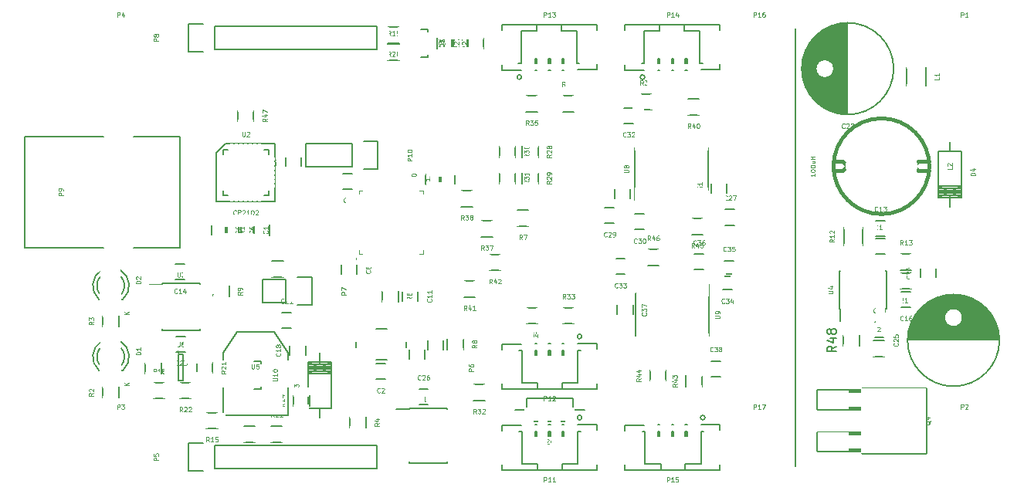
<source format=gto>
G04 #@! TF.FileFunction,Legend,Top*
%FSLAX46Y46*%
G04 Gerber Fmt 4.6, Leading zero omitted, Abs format (unit mm)*
G04 Created by KiCad (PCBNEW 4.0.0-stable) date 2/23/2016 1:53:35 PM*
%MOMM*%
G01*
G04 APERTURE LIST*
%ADD10C,0.100000*%
%ADD11C,0.200000*%
%ADD12C,0.381000*%
%ADD13C,0.150000*%
%ADD14C,0.099060*%
%ADD15C,0.127000*%
%ADD16C,0.149860*%
%ADD17C,0.200660*%
%ADD18C,0.075000*%
%ADD19R,3.448000X2.051000*%
%ADD20R,7.100520X7.100520*%
%ADD21C,5.400000*%
%ADD22R,1.650000X1.400000*%
%ADD23R,1.400000X1.650000*%
%ADD24R,1.700000X1.700000*%
%ADD25C,1.700000*%
%ADD26R,2.400000X2.400000*%
%ADD27C,2.400000*%
%ADD28C,2.398980*%
%ADD29R,2.398980X2.398980*%
%ADD30R,2.100000X2.400000*%
%ADD31C,2.940000*%
%ADD32C,1.901140*%
%ADD33R,2.432000X2.432000*%
%ADD34O,2.432000X2.432000*%
%ADD35R,2.127200X2.432000*%
%ADD36O,2.127200X2.432000*%
%ADD37C,1.924000*%
%ADD38C,3.100020*%
%ADD39R,1.700000X1.100000*%
%ADD40R,1.100000X1.700000*%
%ADD41R,0.648920X1.700000*%
%ADD42R,0.651460X1.700000*%
%ADD43R,1.700000X0.648920*%
%ADD44R,1.700000X0.651460*%
%ADD45R,2.299920X1.499820*%
%ADD46O,1.400760X0.648920*%
%ADD47O,0.648920X1.400760*%
%ADD48R,3.400000X3.400000*%
%ADD49C,3.400000*%
%ADD50R,1.950000X1.000000*%
%ADD51R,1.000000X1.950000*%
%ADD52R,1.460000X1.050000*%
%ADD53R,0.850000X2.050000*%
%ADD54R,4.720000X3.400000*%
%ADD55R,1.200100X1.200100*%
%ADD56R,2.000000X1.400000*%
%ADD57R,4.057600X2.432000*%
%ADD58R,1.416000X2.432000*%
%ADD59R,1.100000X4.400000*%
%ADD60R,1.900000X2.700000*%
G04 APERTURE END LIST*
D10*
D11*
X77500000Y-1000000D02*
X77500000Y-49000000D01*
D12*
X79900740Y-45348740D02*
X84800400Y-45348740D01*
X79900740Y-45348740D02*
X79900740Y-47251200D01*
X79900740Y-47251200D02*
X84800400Y-47251200D01*
X79949000Y-40748800D02*
X84800400Y-40748800D01*
X79949000Y-40748800D02*
X79949000Y-42651260D01*
X79949000Y-42651260D02*
X84800400Y-42651260D01*
X91699040Y-40550680D02*
X91699040Y-47449320D01*
X91699040Y-47449320D02*
X84800400Y-47449320D01*
X84800400Y-47449320D02*
X84800400Y-40550680D01*
X84800400Y-40550680D02*
X91699040Y-40550680D01*
D13*
X18150000Y-23600000D02*
X18150000Y-22600000D01*
X16450000Y-22600000D02*
X16450000Y-23600000D01*
X31500000Y-39450000D02*
X32500000Y-39450000D01*
X32500000Y-37750000D02*
X31500000Y-37750000D01*
X36800000Y-37250000D02*
X36800000Y-36250000D01*
X35100000Y-36250000D02*
X35100000Y-37250000D01*
X37200000Y-35200000D02*
X37200000Y-36200000D01*
X38900000Y-36200000D02*
X38900000Y-35200000D01*
X16650000Y-23600000D02*
X16650000Y-22600000D01*
X14950000Y-22600000D02*
X14950000Y-23600000D01*
X15150000Y-23600000D02*
X15150000Y-22600000D01*
X13450000Y-22600000D02*
X13450000Y-23600000D01*
X21550000Y-15100000D02*
X21550000Y-16100000D01*
X23250000Y-16100000D02*
X23250000Y-15100000D01*
X29400000Y-27950000D02*
X29400000Y-26950000D01*
X27700000Y-26950000D02*
X27700000Y-27950000D01*
X27850000Y-18600000D02*
X28850000Y-18600000D01*
X28850000Y-16900000D02*
X27850000Y-16900000D01*
X36900000Y-17050000D02*
X36900000Y-18050000D01*
X38600000Y-18050000D02*
X38600000Y-17050000D01*
X36100000Y-30850000D02*
X36100000Y-29850000D01*
X34400000Y-29850000D02*
X34400000Y-30850000D01*
X38400000Y-17050000D02*
X38400000Y-18050000D01*
X40100000Y-18050000D02*
X40100000Y-17050000D01*
X87300000Y-22050000D02*
X86300000Y-22050000D01*
X86300000Y-23750000D02*
X87300000Y-23750000D01*
X9500000Y-28550000D02*
X10500000Y-28550000D01*
X10500000Y-26850000D02*
X9500000Y-26850000D01*
X87300000Y-24050000D02*
X86300000Y-24050000D01*
X86300000Y-25750000D02*
X87300000Y-25750000D01*
X89100000Y-31550000D02*
X90100000Y-31550000D01*
X90100000Y-29850000D02*
X89100000Y-29850000D01*
X22050000Y-35800000D02*
X22050000Y-36800000D01*
X23750000Y-36800000D02*
X23750000Y-35800000D01*
X87150000Y-33200000D02*
X86150000Y-33200000D01*
X86150000Y-34900000D02*
X87150000Y-34900000D01*
X22200000Y-32150000D02*
X21200000Y-32150000D01*
X21200000Y-33850000D02*
X22200000Y-33850000D01*
X83125000Y-10399000D02*
X83125000Y-401000D01*
X82985000Y-10395000D02*
X82985000Y-405000D01*
X82845000Y-10387000D02*
X82845000Y-413000D01*
X82705000Y-10375000D02*
X82705000Y-425000D01*
X82565000Y-10360000D02*
X82565000Y-440000D01*
X82425000Y-10340000D02*
X82425000Y-460000D01*
X82285000Y-10316000D02*
X82285000Y-484000D01*
X82145000Y-10287000D02*
X82145000Y-513000D01*
X82005000Y-10255000D02*
X82005000Y-545000D01*
X81865000Y-10218000D02*
X81865000Y-582000D01*
X81725000Y-10177000D02*
X81725000Y-623000D01*
X81585000Y-10132000D02*
X81585000Y-5866000D01*
X81585000Y-4934000D02*
X81585000Y-668000D01*
X81445000Y-10082000D02*
X81445000Y-6067000D01*
X81445000Y-4733000D02*
X81445000Y-718000D01*
X81305000Y-10027000D02*
X81305000Y-6196000D01*
X81305000Y-4604000D02*
X81305000Y-773000D01*
X81165000Y-9967000D02*
X81165000Y-6285000D01*
X81165000Y-4515000D02*
X81165000Y-833000D01*
X81025000Y-9902000D02*
X81025000Y-6346000D01*
X81025000Y-4454000D02*
X81025000Y-898000D01*
X80885000Y-9832000D02*
X80885000Y-6383000D01*
X80885000Y-4417000D02*
X80885000Y-968000D01*
X80745000Y-9756000D02*
X80745000Y-6399000D01*
X80745000Y-4401000D02*
X80745000Y-1044000D01*
X80605000Y-9674000D02*
X80605000Y-6395000D01*
X80605000Y-4405000D02*
X80605000Y-1126000D01*
X80465000Y-9586000D02*
X80465000Y-6372000D01*
X80465000Y-4428000D02*
X80465000Y-1214000D01*
X80325000Y-9491000D02*
X80325000Y-6327000D01*
X80325000Y-4473000D02*
X80325000Y-1309000D01*
X80185000Y-9389000D02*
X80185000Y-6257000D01*
X80185000Y-4543000D02*
X80185000Y-1411000D01*
X80045000Y-9279000D02*
X80045000Y-6156000D01*
X80045000Y-4644000D02*
X80045000Y-1521000D01*
X79905000Y-9161000D02*
X79905000Y-6007000D01*
X79905000Y-4793000D02*
X79905000Y-1639000D01*
X79765000Y-9033000D02*
X79765000Y-5755000D01*
X79765000Y-5045000D02*
X79765000Y-1767000D01*
X79625000Y-8896000D02*
X79625000Y-1904000D01*
X79485000Y-8746000D02*
X79485000Y-2054000D01*
X79345000Y-8584000D02*
X79345000Y-2216000D01*
X79205000Y-8407000D02*
X79205000Y-2393000D01*
X79065000Y-8211000D02*
X79065000Y-2589000D01*
X78925000Y-7993000D02*
X78925000Y-2807000D01*
X78785000Y-7747000D02*
X78785000Y-3053000D01*
X78645000Y-7462000D02*
X78645000Y-3338000D01*
X78505000Y-7120000D02*
X78505000Y-3680000D01*
X78365000Y-6674000D02*
X78365000Y-4126000D01*
X78225000Y-5899000D02*
X78225000Y-4901000D01*
X81700000Y-5400000D02*
G75*
G03X81700000Y-5400000I-1000000J0D01*
G01*
X88237500Y-5400000D02*
G75*
G03X88237500Y-5400000I-5037500J0D01*
G01*
X9600000Y-36450000D02*
X10600000Y-36450000D01*
X10600000Y-34750000D02*
X9600000Y-34750000D01*
X91150000Y-27300000D02*
X91150000Y-28300000D01*
X92850000Y-28300000D02*
X92850000Y-27300000D01*
X89801000Y-35125000D02*
X99799000Y-35125000D01*
X89805000Y-34985000D02*
X99795000Y-34985000D01*
X89813000Y-34845000D02*
X99787000Y-34845000D01*
X89825000Y-34705000D02*
X99775000Y-34705000D01*
X89840000Y-34565000D02*
X99760000Y-34565000D01*
X89860000Y-34425000D02*
X99740000Y-34425000D01*
X89884000Y-34285000D02*
X99716000Y-34285000D01*
X89913000Y-34145000D02*
X99687000Y-34145000D01*
X89945000Y-34005000D02*
X99655000Y-34005000D01*
X89982000Y-33865000D02*
X99618000Y-33865000D01*
X90023000Y-33725000D02*
X99577000Y-33725000D01*
X90068000Y-33585000D02*
X94334000Y-33585000D01*
X95266000Y-33585000D02*
X99532000Y-33585000D01*
X90118000Y-33445000D02*
X94133000Y-33445000D01*
X95467000Y-33445000D02*
X99482000Y-33445000D01*
X90173000Y-33305000D02*
X94004000Y-33305000D01*
X95596000Y-33305000D02*
X99427000Y-33305000D01*
X90233000Y-33165000D02*
X93915000Y-33165000D01*
X95685000Y-33165000D02*
X99367000Y-33165000D01*
X90298000Y-33025000D02*
X93854000Y-33025000D01*
X95746000Y-33025000D02*
X99302000Y-33025000D01*
X90368000Y-32885000D02*
X93817000Y-32885000D01*
X95783000Y-32885000D02*
X99232000Y-32885000D01*
X90444000Y-32745000D02*
X93801000Y-32745000D01*
X95799000Y-32745000D02*
X99156000Y-32745000D01*
X90526000Y-32605000D02*
X93805000Y-32605000D01*
X95795000Y-32605000D02*
X99074000Y-32605000D01*
X90614000Y-32465000D02*
X93828000Y-32465000D01*
X95772000Y-32465000D02*
X98986000Y-32465000D01*
X90709000Y-32325000D02*
X93873000Y-32325000D01*
X95727000Y-32325000D02*
X98891000Y-32325000D01*
X90811000Y-32185000D02*
X93943000Y-32185000D01*
X95657000Y-32185000D02*
X98789000Y-32185000D01*
X90921000Y-32045000D02*
X94044000Y-32045000D01*
X95556000Y-32045000D02*
X98679000Y-32045000D01*
X91039000Y-31905000D02*
X94193000Y-31905000D01*
X95407000Y-31905000D02*
X98561000Y-31905000D01*
X91167000Y-31765000D02*
X94445000Y-31765000D01*
X95155000Y-31765000D02*
X98433000Y-31765000D01*
X91304000Y-31625000D02*
X98296000Y-31625000D01*
X91454000Y-31485000D02*
X98146000Y-31485000D01*
X91616000Y-31345000D02*
X97984000Y-31345000D01*
X91793000Y-31205000D02*
X97807000Y-31205000D01*
X91989000Y-31065000D02*
X97611000Y-31065000D01*
X92207000Y-30925000D02*
X97393000Y-30925000D01*
X92453000Y-30785000D02*
X97147000Y-30785000D01*
X92738000Y-30645000D02*
X96862000Y-30645000D01*
X93080000Y-30505000D02*
X96520000Y-30505000D01*
X93526000Y-30365000D02*
X96074000Y-30365000D01*
X94301000Y-30225000D02*
X95299000Y-30225000D01*
X95800000Y-32700000D02*
G75*
G03X95800000Y-32700000I-1000000J0D01*
G01*
X99837500Y-35200000D02*
G75*
G03X99837500Y-35200000I-5037500J0D01*
G01*
X37200000Y-40550000D02*
X36200000Y-40550000D01*
X36200000Y-42250000D02*
X37200000Y-42250000D01*
X70800000Y-20850000D02*
X69800000Y-20850000D01*
X69800000Y-22550000D02*
X70800000Y-22550000D01*
X59350000Y-19600000D02*
X59350000Y-18600000D01*
X57650000Y-18600000D02*
X57650000Y-19600000D01*
X56600000Y-22350000D02*
X57600000Y-22350000D01*
X57600000Y-20650000D02*
X56600000Y-20650000D01*
X59900000Y-23050000D02*
X60900000Y-23050000D01*
X60900000Y-21350000D02*
X59900000Y-21350000D01*
X58700000Y-11400000D02*
X59700000Y-11400000D01*
X59700000Y-9700000D02*
X58700000Y-9700000D01*
X57800000Y-27950000D02*
X58800000Y-27950000D01*
X58800000Y-26250000D02*
X57800000Y-26250000D01*
X69500000Y-29650000D02*
X70500000Y-29650000D01*
X70500000Y-27950000D02*
X69500000Y-27950000D01*
X70700000Y-26450000D02*
X69700000Y-26450000D01*
X69700000Y-28150000D02*
X70700000Y-28150000D01*
X67400000Y-25750000D02*
X66400000Y-25750000D01*
X66400000Y-27450000D02*
X67400000Y-27450000D01*
X69250000Y-37450000D02*
X68250000Y-37450000D01*
X68250000Y-39150000D02*
X69250000Y-39150000D01*
X3714000Y-38499000D02*
X3514000Y-38499000D01*
X1120000Y-38499000D02*
X1300000Y-38499000D01*
X1430357Y-35271256D02*
G75*
G03X1114000Y-38499000I1003643J-1727744D01*
G01*
X1300932Y-35946994D02*
G75*
G03X1300000Y-38050000I1133068J-1052006D01*
G01*
X3740726Y-38486220D02*
G75*
G03X3394000Y-35249000I-1306726J1497220D01*
G01*
X3513253Y-38012889D02*
G75*
G03X3494000Y-35965000I-1079253J1013889D01*
G01*
X3714000Y-30699000D02*
X3514000Y-30699000D01*
X1120000Y-30699000D02*
X1300000Y-30699000D01*
X1430357Y-27471256D02*
G75*
G03X1114000Y-30699000I1003643J-1727744D01*
G01*
X1300932Y-28146994D02*
G75*
G03X1300000Y-30250000I1133068J-1052006D01*
G01*
X3740726Y-30686220D02*
G75*
G03X3394000Y-27449000I-1306726J1497220D01*
G01*
X3513253Y-30212889D02*
G75*
G03X3494000Y-28165000I-1079253J1013889D01*
G01*
X25302540Y-42620000D02*
X25302540Y-43636000D01*
X25302540Y-37794000D02*
X25302540Y-36524000D01*
X26572540Y-38048000D02*
X24032540Y-38048000D01*
X26572540Y-38302000D02*
X24032540Y-38302000D01*
X26572540Y-38556000D02*
X24032540Y-38556000D01*
X26572540Y-37794000D02*
X24032540Y-37794000D01*
X26572540Y-38810000D02*
X24032540Y-37540000D01*
X26572540Y-37540000D02*
X24032540Y-38810000D01*
X26572540Y-38810000D02*
X24032540Y-38810000D01*
X26572540Y-38175000D02*
X24032540Y-38175000D01*
X24032540Y-37540000D02*
X26572540Y-37540000D01*
X26572540Y-37540000D02*
X26572540Y-42620000D01*
X26572540Y-42620000D02*
X24032540Y-42620000D01*
X24032540Y-42620000D02*
X24032540Y-37540000D01*
X94397460Y-14480000D02*
X94397460Y-13464000D01*
X94397460Y-19306000D02*
X94397460Y-20576000D01*
X93127460Y-19052000D02*
X95667460Y-19052000D01*
X93127460Y-18798000D02*
X95667460Y-18798000D01*
X93127460Y-18544000D02*
X95667460Y-18544000D01*
X93127460Y-19306000D02*
X95667460Y-19306000D01*
X93127460Y-18290000D02*
X95667460Y-19560000D01*
X93127460Y-19560000D02*
X95667460Y-18290000D01*
X93127460Y-18290000D02*
X95667460Y-18290000D01*
X93127460Y-18925000D02*
X95667460Y-18925000D01*
X95667460Y-19560000D02*
X93127460Y-19560000D01*
X93127460Y-19560000D02*
X93127460Y-14480000D01*
X93127460Y-14480000D02*
X95667460Y-14480000D01*
X95667460Y-14480000D02*
X95667460Y-19560000D01*
X89625000Y-7250000D02*
X89625000Y-5250000D01*
X91775000Y-5250000D02*
X91775000Y-7250000D01*
D12*
X90900500Y-15599620D02*
X92150180Y-15599620D01*
X90900500Y-16600380D02*
X92150180Y-16600380D01*
X90900500Y-16600380D02*
X90400120Y-16100000D01*
X90400120Y-16100000D02*
X90900500Y-15599620D01*
X81649820Y-16600380D02*
X82650580Y-16600380D01*
X82650580Y-16600380D02*
X83150960Y-16100000D01*
X83150960Y-16100000D02*
X82650580Y-15599620D01*
X82650580Y-15599620D02*
X81649820Y-15599620D01*
X92150180Y-16100000D02*
G75*
G03X92150180Y-16100000I-5250180J0D01*
G01*
D13*
X21630000Y-31070000D02*
X19090000Y-31070000D01*
X24450000Y-31350000D02*
X22900000Y-31350000D01*
X21630000Y-31070000D02*
X21630000Y-28530000D01*
X22900000Y-28250000D02*
X24450000Y-28250000D01*
X24450000Y-28250000D02*
X24450000Y-31350000D01*
X21630000Y-28530000D02*
X19090000Y-28530000D01*
X19090000Y-28530000D02*
X19090000Y-31070000D01*
X13770000Y-730000D02*
X31550000Y-730000D01*
X31550000Y-730000D02*
X31550000Y-3270000D01*
X31550000Y-3270000D02*
X13770000Y-3270000D01*
X10950000Y-450000D02*
X12500000Y-450000D01*
X13770000Y-730000D02*
X13770000Y-3270000D01*
X12500000Y-3550000D02*
X10950000Y-3550000D01*
X10950000Y-3550000D02*
X10950000Y-450000D01*
X1650000Y-12834000D02*
X-6986000Y-12834000D01*
X10032000Y-12834000D02*
X4952000Y-12834000D01*
X1650000Y-25026000D02*
X-6986000Y-25026000D01*
X10032000Y-25026000D02*
X4952000Y-25026000D01*
X-6986000Y-25026000D02*
X-6986000Y-12834000D01*
X10032000Y-12834000D02*
X10032000Y-25026000D01*
X28830000Y-13630000D02*
X23750000Y-13630000D01*
X23750000Y-13630000D02*
X23750000Y-16170000D01*
X23750000Y-16170000D02*
X28830000Y-16170000D01*
X31650000Y-16450000D02*
X30100000Y-16450000D01*
X28830000Y-16170000D02*
X28830000Y-13630000D01*
X30100000Y-13350000D02*
X31650000Y-13350000D01*
X31650000Y-13350000D02*
X31650000Y-16450000D01*
X19775000Y-22500000D02*
X19775000Y-23700000D01*
X18025000Y-23700000D02*
X18025000Y-22500000D01*
X3275000Y-40300000D02*
X3275000Y-41500000D01*
X1525000Y-41500000D02*
X1525000Y-40300000D01*
X3275000Y-32500000D02*
X3275000Y-33700000D01*
X1525000Y-33700000D02*
X1525000Y-32500000D01*
X28625000Y-44800000D02*
X28625000Y-43600000D01*
X30375000Y-43600000D02*
X30375000Y-44800000D01*
X20100000Y-26525000D02*
X21300000Y-26525000D01*
X21300000Y-28275000D02*
X20100000Y-28275000D01*
X32175000Y-30950000D02*
X32175000Y-29750000D01*
X33925000Y-29750000D02*
X33925000Y-30950000D01*
X47000000Y-20925000D02*
X48200000Y-20925000D01*
X48200000Y-22675000D02*
X47000000Y-22675000D01*
X39325000Y-36200000D02*
X39325000Y-35000000D01*
X41075000Y-35000000D02*
X41075000Y-36200000D01*
X13625000Y-30400000D02*
X13625000Y-29200000D01*
X15375000Y-29200000D02*
X15375000Y-30400000D01*
X17000000Y-44625000D02*
X18200000Y-44625000D01*
X18200000Y-46375000D02*
X17000000Y-46375000D01*
X21200000Y-46375000D02*
X20000000Y-46375000D01*
X20000000Y-44625000D02*
X21200000Y-44625000D01*
X90200000Y-27475000D02*
X89000000Y-27475000D01*
X89000000Y-25725000D02*
X90200000Y-25725000D01*
X24175000Y-41200000D02*
X24175000Y-42400000D01*
X22425000Y-42400000D02*
X22425000Y-41200000D01*
X12900000Y-43125000D02*
X14100000Y-43125000D01*
X14100000Y-44875000D02*
X12900000Y-44875000D01*
X89000000Y-27825000D02*
X90200000Y-27825000D01*
X90200000Y-29575000D02*
X89000000Y-29575000D01*
X6175000Y-38850000D02*
X6175000Y-37650000D01*
X7925000Y-37650000D02*
X7925000Y-38850000D01*
X8300000Y-41575000D02*
X7100000Y-41575000D01*
X7100000Y-39825000D02*
X8300000Y-39825000D01*
X34000000Y-4475000D02*
X32800000Y-4475000D01*
X32800000Y-2725000D02*
X34000000Y-2725000D01*
X32800000Y-825000D02*
X34000000Y-825000D01*
X34000000Y-2575000D02*
X32800000Y-2575000D01*
X11825000Y-38800000D02*
X11825000Y-37600000D01*
X13575000Y-37600000D02*
X13575000Y-38800000D01*
X10000000Y-39825000D02*
X11200000Y-39825000D01*
X11200000Y-41575000D02*
X10000000Y-41575000D01*
X38225000Y-3200000D02*
X38225000Y-2000000D01*
X39975000Y-2000000D02*
X39975000Y-3200000D01*
X87200000Y-36975000D02*
X86000000Y-36975000D01*
X86000000Y-35225000D02*
X87200000Y-35225000D01*
X41575000Y-2000000D02*
X41575000Y-3200000D01*
X39825000Y-3200000D02*
X39825000Y-2000000D01*
X43275000Y-2000000D02*
X43275000Y-3200000D01*
X41525000Y-3200000D02*
X41525000Y-2000000D01*
X47525000Y-15100000D02*
X47525000Y-13900000D01*
X49275000Y-13900000D02*
X49275000Y-15100000D01*
X47525000Y-18000000D02*
X47525000Y-16800000D01*
X49275000Y-16800000D02*
X49275000Y-18000000D01*
X45025000Y-15100000D02*
X45025000Y-13900000D01*
X46775000Y-13900000D02*
X46775000Y-15100000D01*
X45025000Y-18000000D02*
X45025000Y-16800000D01*
X46775000Y-16800000D02*
X46775000Y-18000000D01*
X42200000Y-40025000D02*
X43400000Y-40025000D01*
X43400000Y-41775000D02*
X42200000Y-41775000D01*
X53200000Y-33375000D02*
X52000000Y-33375000D01*
X52000000Y-31625000D02*
X53200000Y-31625000D01*
X48000000Y-31625000D02*
X49200000Y-31625000D01*
X49200000Y-33375000D02*
X48000000Y-33375000D01*
X47950000Y-8375000D02*
X49150000Y-8375000D01*
X49150000Y-10125000D02*
X47950000Y-10125000D01*
X53150000Y-10125000D02*
X51950000Y-10125000D01*
X51950000Y-8375000D02*
X53150000Y-8375000D01*
X43050000Y-22075000D02*
X44250000Y-22075000D01*
X44250000Y-23825000D02*
X43050000Y-23825000D01*
X40850000Y-18775000D02*
X42050000Y-18775000D01*
X42050000Y-20525000D02*
X40850000Y-20525000D01*
X61700000Y-9925000D02*
X60500000Y-9925000D01*
X60500000Y-8175000D02*
X61700000Y-8175000D01*
X65700000Y-8725000D02*
X66900000Y-8725000D01*
X66900000Y-10475000D02*
X65700000Y-10475000D01*
X41150000Y-28675000D02*
X42350000Y-28675000D01*
X42350000Y-30425000D02*
X41150000Y-30425000D01*
X43950000Y-25775000D02*
X45150000Y-25775000D01*
X45150000Y-27525000D02*
X43950000Y-27525000D01*
X67225000Y-39050000D02*
X67225000Y-40250000D01*
X65475000Y-40250000D02*
X65475000Y-39050000D01*
X63275000Y-38450000D02*
X63275000Y-39650000D01*
X61525000Y-39650000D02*
X61525000Y-38450000D01*
D14*
X29352700Y-26247960D02*
G75*
G03X29352700Y-26247960I-200660J0D01*
G01*
X29652420Y-25747580D02*
X36647580Y-25747580D01*
X36647580Y-25747580D02*
X36647580Y-18752420D01*
X36647580Y-18752420D02*
X29652420Y-18752420D01*
X29652420Y-18752420D02*
X29652420Y-25747580D01*
D15*
X34823680Y-35947180D02*
X34823680Y-35352820D01*
X32644360Y-33965980D02*
X31455640Y-33965980D01*
X29276320Y-35947180D02*
X29276320Y-35352820D01*
X32644360Y-37334020D02*
X31455640Y-37334020D01*
D16*
X13999600Y-20000400D02*
X20400400Y-20000400D01*
X20400400Y-20000400D02*
X20400400Y-13599600D01*
X20400400Y-13599600D02*
X15000360Y-13599600D01*
X15000360Y-13599600D02*
X13999600Y-14600360D01*
X13999600Y-14600360D02*
X13999600Y-20000400D01*
D17*
X15201020Y-14300640D02*
X14700640Y-14300640D01*
X14700640Y-14300640D02*
X14700640Y-14801020D01*
X19699360Y-14801020D02*
X19699360Y-14300640D01*
X19699360Y-14300640D02*
X19198980Y-14300640D01*
X19198980Y-19299360D02*
X19699360Y-19299360D01*
X19699360Y-19299360D02*
X19699360Y-18798980D01*
X14700640Y-18798980D02*
X14700640Y-19299360D01*
X14700640Y-19299360D02*
X15201020Y-19299360D01*
D13*
X8025000Y-28925000D02*
X8025000Y-29070000D01*
X12175000Y-28925000D02*
X12175000Y-29070000D01*
X12175000Y-34075000D02*
X12175000Y-33930000D01*
X8025000Y-34075000D02*
X8025000Y-33930000D01*
X8025000Y-28925000D02*
X12175000Y-28925000D01*
X8025000Y-34075000D02*
X12175000Y-34075000D01*
X8025000Y-29070000D02*
X6625000Y-29070000D01*
X82275000Y-31725000D02*
X82420000Y-31725000D01*
X82275000Y-27575000D02*
X82420000Y-27575000D01*
X87425000Y-27575000D02*
X87280000Y-27575000D01*
X87425000Y-31725000D02*
X87280000Y-31725000D01*
X82275000Y-31725000D02*
X82275000Y-27575000D01*
X87425000Y-31725000D02*
X87425000Y-27575000D01*
X82420000Y-31725000D02*
X82420000Y-33125000D01*
X9900000Y-36500000D02*
G75*
G03X9900000Y-36500000I-100000J0D01*
G01*
X10350000Y-36750000D02*
X9850000Y-36750000D01*
X10350000Y-39650000D02*
X10350000Y-36750000D01*
X9850000Y-39650000D02*
X10350000Y-39650000D01*
X9850000Y-36750000D02*
X9850000Y-39650000D01*
X35125000Y-42625000D02*
X35125000Y-42770000D01*
X39275000Y-42625000D02*
X39275000Y-42770000D01*
X39275000Y-48675000D02*
X39275000Y-48530000D01*
X35125000Y-48675000D02*
X35125000Y-48530000D01*
X35125000Y-42625000D02*
X39275000Y-42625000D01*
X35125000Y-48675000D02*
X39275000Y-48675000D01*
X35125000Y-42770000D02*
X33725000Y-42770000D01*
X59875000Y-18725000D02*
X59900000Y-18725000D01*
X59875000Y-14075000D02*
X59900000Y-14075000D01*
X67925000Y-14075000D02*
X67900000Y-14075000D01*
X67925000Y-18725000D02*
X67900000Y-18725000D01*
X59875000Y-18725000D02*
X59875000Y-14075000D01*
X67925000Y-18725000D02*
X67925000Y-14075000D01*
X59900000Y-18725000D02*
X59900000Y-19800000D01*
X68025000Y-30075000D02*
X68000000Y-30075000D01*
X68025000Y-34725000D02*
X68000000Y-34725000D01*
X59975000Y-34725000D02*
X60000000Y-34725000D01*
X59975000Y-30075000D02*
X60000000Y-30075000D01*
X68025000Y-30075000D02*
X68025000Y-34725000D01*
X59975000Y-30075000D02*
X59975000Y-34725000D01*
X68000000Y-30075000D02*
X68000000Y-29000000D01*
X13770000Y-46730000D02*
X31550000Y-46730000D01*
X31550000Y-46730000D02*
X31550000Y-49270000D01*
X31550000Y-49270000D02*
X13770000Y-49270000D01*
X10950000Y-46450000D02*
X12500000Y-46450000D01*
X13770000Y-46730000D02*
X13770000Y-49270000D01*
X12500000Y-49550000D02*
X10950000Y-49550000D01*
X10950000Y-49550000D02*
X10950000Y-46450000D01*
X37150240Y-3899160D02*
X37150240Y-3850900D01*
X36449200Y-1100180D02*
X37150240Y-1100180D01*
X37150240Y-1100180D02*
X37150240Y-1349100D01*
X37150240Y-3899160D02*
X37150240Y-4099820D01*
X37150240Y-4099820D02*
X36449200Y-4099820D01*
X66100000Y-21825000D02*
X67300000Y-21825000D01*
X67300000Y-23575000D02*
X66100000Y-23575000D01*
X62500000Y-26975000D02*
X61300000Y-26975000D01*
X61300000Y-25225000D02*
X62500000Y-25225000D01*
X68250000Y-18000000D02*
X68250000Y-19000000D01*
X69950000Y-19000000D02*
X69950000Y-18000000D01*
X59650000Y-32350000D02*
X59650000Y-31350000D01*
X57950000Y-31350000D02*
X57950000Y-32350000D01*
X82775000Y-22800000D02*
X82775000Y-24800000D01*
X84825000Y-24800000D02*
X84825000Y-22800000D01*
X16325000Y-11150000D02*
X16325000Y-9950000D01*
X18075000Y-9950000D02*
X18075000Y-11150000D01*
X53060000Y-44070000D02*
X47980000Y-44070000D01*
X47980000Y-44070000D02*
X47980000Y-41530000D01*
X47980000Y-41530000D02*
X53060000Y-41530000D01*
X53060000Y-41530000D02*
X53060000Y-44070000D01*
X53060000Y-42800000D02*
X54330000Y-42800000D01*
X47980000Y-42800000D02*
X46710000Y-42800000D01*
X14694000Y-40374000D02*
X14694000Y-43422000D01*
X14694000Y-43422000D02*
X21806000Y-43422000D01*
X21806000Y-43422000D02*
X21806000Y-40374000D01*
X14694000Y-37326000D02*
X14694000Y-36564000D01*
X14694000Y-36564000D02*
X16218000Y-34278000D01*
X16218000Y-34278000D02*
X20282000Y-34278000D01*
X20282000Y-34278000D02*
X21806000Y-36564000D01*
X21806000Y-36564000D02*
X21806000Y-37326000D01*
X45300000Y-49425000D02*
X55700000Y-49425000D01*
X54050000Y-43675000D02*
G75*
G03X54050000Y-43675000I-250000J0D01*
G01*
X55700000Y-48825000D02*
X55700000Y-49425000D01*
X45300000Y-49425000D02*
X45300000Y-48825000D01*
X55700000Y-45025000D02*
X55700000Y-44425000D01*
X55700000Y-44425000D02*
X53600000Y-44425000D01*
X45300000Y-45125000D02*
X45300000Y-44525000D01*
X45300000Y-44525000D02*
X47400000Y-44525000D01*
X51900000Y-49425000D02*
X51900000Y-48725000D01*
X51900000Y-48725000D02*
X53600000Y-48725000D01*
X53600000Y-48725000D02*
X53600000Y-45225000D01*
X53900000Y-45225000D02*
X53600000Y-45225000D01*
X49200000Y-49425000D02*
X49200000Y-48725000D01*
X49200000Y-48725000D02*
X47500000Y-48725000D01*
X47500000Y-48725000D02*
X47500000Y-45225000D01*
X47200000Y-45225000D02*
X47500000Y-45225000D01*
X52100000Y-44425000D02*
X51900000Y-44425000D01*
X52100000Y-45225000D02*
X51900000Y-45225000D01*
X52100000Y-45225000D02*
X52100000Y-45725000D01*
X52100000Y-45725000D02*
X51900000Y-45725000D01*
X51900000Y-45725000D02*
X51900000Y-45225000D01*
X52000000Y-45225000D02*
X52000000Y-45725000D01*
X50600000Y-44425000D02*
X50400000Y-44425000D01*
X50600000Y-45225000D02*
X50400000Y-45225000D01*
X50600000Y-45225000D02*
X50600000Y-45725000D01*
X50600000Y-45725000D02*
X50400000Y-45725000D01*
X50400000Y-45725000D02*
X50400000Y-45225000D01*
X50500000Y-45225000D02*
X50500000Y-45725000D01*
X49100000Y-44425000D02*
X48900000Y-44425000D01*
X49100000Y-45225000D02*
X48900000Y-45225000D01*
X49100000Y-45225000D02*
X49100000Y-45725000D01*
X49100000Y-45725000D02*
X48900000Y-45725000D01*
X48900000Y-45725000D02*
X48900000Y-45225000D01*
X49000000Y-45225000D02*
X49000000Y-45725000D01*
X45300000Y-40525000D02*
X55700000Y-40525000D01*
X54050000Y-34775000D02*
G75*
G03X54050000Y-34775000I-250000J0D01*
G01*
X55700000Y-39925000D02*
X55700000Y-40525000D01*
X45300000Y-40525000D02*
X45300000Y-39925000D01*
X55700000Y-36125000D02*
X55700000Y-35525000D01*
X55700000Y-35525000D02*
X53600000Y-35525000D01*
X45300000Y-36225000D02*
X45300000Y-35625000D01*
X45300000Y-35625000D02*
X47400000Y-35625000D01*
X51900000Y-40525000D02*
X51900000Y-39825000D01*
X51900000Y-39825000D02*
X53600000Y-39825000D01*
X53600000Y-39825000D02*
X53600000Y-36325000D01*
X53900000Y-36325000D02*
X53600000Y-36325000D01*
X49200000Y-40525000D02*
X49200000Y-39825000D01*
X49200000Y-39825000D02*
X47500000Y-39825000D01*
X47500000Y-39825000D02*
X47500000Y-36325000D01*
X47200000Y-36325000D02*
X47500000Y-36325000D01*
X52100000Y-35525000D02*
X51900000Y-35525000D01*
X52100000Y-36325000D02*
X51900000Y-36325000D01*
X52100000Y-36325000D02*
X52100000Y-36825000D01*
X52100000Y-36825000D02*
X51900000Y-36825000D01*
X51900000Y-36825000D02*
X51900000Y-36325000D01*
X52000000Y-36325000D02*
X52000000Y-36825000D01*
X50600000Y-35525000D02*
X50400000Y-35525000D01*
X50600000Y-36325000D02*
X50400000Y-36325000D01*
X50600000Y-36325000D02*
X50600000Y-36825000D01*
X50600000Y-36825000D02*
X50400000Y-36825000D01*
X50400000Y-36825000D02*
X50400000Y-36325000D01*
X50500000Y-36325000D02*
X50500000Y-36825000D01*
X49100000Y-35525000D02*
X48900000Y-35525000D01*
X49100000Y-36325000D02*
X48900000Y-36325000D01*
X49100000Y-36325000D02*
X49100000Y-36825000D01*
X49100000Y-36825000D02*
X48900000Y-36825000D01*
X48900000Y-36825000D02*
X48900000Y-36325000D01*
X49000000Y-36325000D02*
X49000000Y-36825000D01*
X55700000Y-575000D02*
X45300000Y-575000D01*
X47450000Y-6325000D02*
G75*
G03X47450000Y-6325000I-250000J0D01*
G01*
X45300000Y-1175000D02*
X45300000Y-575000D01*
X55700000Y-575000D02*
X55700000Y-1175000D01*
X45300000Y-4975000D02*
X45300000Y-5575000D01*
X45300000Y-5575000D02*
X47400000Y-5575000D01*
X55700000Y-4875000D02*
X55700000Y-5475000D01*
X55700000Y-5475000D02*
X53600000Y-5475000D01*
X49100000Y-575000D02*
X49100000Y-1275000D01*
X49100000Y-1275000D02*
X47400000Y-1275000D01*
X47400000Y-1275000D02*
X47400000Y-4775000D01*
X47100000Y-4775000D02*
X47400000Y-4775000D01*
X51800000Y-575000D02*
X51800000Y-1275000D01*
X51800000Y-1275000D02*
X53500000Y-1275000D01*
X53500000Y-1275000D02*
X53500000Y-4775000D01*
X53800000Y-4775000D02*
X53500000Y-4775000D01*
X48900000Y-5575000D02*
X49100000Y-5575000D01*
X48900000Y-4775000D02*
X49100000Y-4775000D01*
X48900000Y-4775000D02*
X48900000Y-4275000D01*
X48900000Y-4275000D02*
X49100000Y-4275000D01*
X49100000Y-4275000D02*
X49100000Y-4775000D01*
X49000000Y-4775000D02*
X49000000Y-4275000D01*
X50400000Y-5575000D02*
X50600000Y-5575000D01*
X50400000Y-4775000D02*
X50600000Y-4775000D01*
X50400000Y-4775000D02*
X50400000Y-4275000D01*
X50400000Y-4275000D02*
X50600000Y-4275000D01*
X50600000Y-4275000D02*
X50600000Y-4775000D01*
X50500000Y-4775000D02*
X50500000Y-4275000D01*
X51900000Y-5575000D02*
X52100000Y-5575000D01*
X51900000Y-4775000D02*
X52100000Y-4775000D01*
X51900000Y-4775000D02*
X51900000Y-4275000D01*
X51900000Y-4275000D02*
X52100000Y-4275000D01*
X52100000Y-4275000D02*
X52100000Y-4775000D01*
X52000000Y-4775000D02*
X52000000Y-4275000D01*
X69200000Y-575000D02*
X58800000Y-575000D01*
X60950000Y-6325000D02*
G75*
G03X60950000Y-6325000I-250000J0D01*
G01*
X58800000Y-1175000D02*
X58800000Y-575000D01*
X69200000Y-575000D02*
X69200000Y-1175000D01*
X58800000Y-4975000D02*
X58800000Y-5575000D01*
X58800000Y-5575000D02*
X60900000Y-5575000D01*
X69200000Y-4875000D02*
X69200000Y-5475000D01*
X69200000Y-5475000D02*
X67100000Y-5475000D01*
X62600000Y-575000D02*
X62600000Y-1275000D01*
X62600000Y-1275000D02*
X60900000Y-1275000D01*
X60900000Y-1275000D02*
X60900000Y-4775000D01*
X60600000Y-4775000D02*
X60900000Y-4775000D01*
X65300000Y-575000D02*
X65300000Y-1275000D01*
X65300000Y-1275000D02*
X67000000Y-1275000D01*
X67000000Y-1275000D02*
X67000000Y-4775000D01*
X67300000Y-4775000D02*
X67000000Y-4775000D01*
X62400000Y-5575000D02*
X62600000Y-5575000D01*
X62400000Y-4775000D02*
X62600000Y-4775000D01*
X62400000Y-4775000D02*
X62400000Y-4275000D01*
X62400000Y-4275000D02*
X62600000Y-4275000D01*
X62600000Y-4275000D02*
X62600000Y-4775000D01*
X62500000Y-4775000D02*
X62500000Y-4275000D01*
X63900000Y-5575000D02*
X64100000Y-5575000D01*
X63900000Y-4775000D02*
X64100000Y-4775000D01*
X63900000Y-4775000D02*
X63900000Y-4275000D01*
X63900000Y-4275000D02*
X64100000Y-4275000D01*
X64100000Y-4275000D02*
X64100000Y-4775000D01*
X64000000Y-4775000D02*
X64000000Y-4275000D01*
X65400000Y-5575000D02*
X65600000Y-5575000D01*
X65400000Y-4775000D02*
X65600000Y-4775000D01*
X65400000Y-4775000D02*
X65400000Y-4275000D01*
X65400000Y-4275000D02*
X65600000Y-4275000D01*
X65600000Y-4275000D02*
X65600000Y-4775000D01*
X65500000Y-4775000D02*
X65500000Y-4275000D01*
X58800000Y-49425000D02*
X69200000Y-49425000D01*
X67550000Y-43675000D02*
G75*
G03X67550000Y-43675000I-250000J0D01*
G01*
X69200000Y-48825000D02*
X69200000Y-49425000D01*
X58800000Y-49425000D02*
X58800000Y-48825000D01*
X69200000Y-45025000D02*
X69200000Y-44425000D01*
X69200000Y-44425000D02*
X67100000Y-44425000D01*
X58800000Y-45125000D02*
X58800000Y-44525000D01*
X58800000Y-44525000D02*
X60900000Y-44525000D01*
X65400000Y-49425000D02*
X65400000Y-48725000D01*
X65400000Y-48725000D02*
X67100000Y-48725000D01*
X67100000Y-48725000D02*
X67100000Y-45225000D01*
X67400000Y-45225000D02*
X67100000Y-45225000D01*
X62700000Y-49425000D02*
X62700000Y-48725000D01*
X62700000Y-48725000D02*
X61000000Y-48725000D01*
X61000000Y-48725000D02*
X61000000Y-45225000D01*
X60700000Y-45225000D02*
X61000000Y-45225000D01*
X65600000Y-44425000D02*
X65400000Y-44425000D01*
X65600000Y-45225000D02*
X65400000Y-45225000D01*
X65600000Y-45225000D02*
X65600000Y-45725000D01*
X65600000Y-45725000D02*
X65400000Y-45725000D01*
X65400000Y-45725000D02*
X65400000Y-45225000D01*
X65500000Y-45225000D02*
X65500000Y-45725000D01*
X64100000Y-44425000D02*
X63900000Y-44425000D01*
X64100000Y-45225000D02*
X63900000Y-45225000D01*
X64100000Y-45225000D02*
X64100000Y-45725000D01*
X64100000Y-45725000D02*
X63900000Y-45725000D01*
X63900000Y-45725000D02*
X63900000Y-45225000D01*
X64000000Y-45225000D02*
X64000000Y-45725000D01*
X62600000Y-44425000D02*
X62400000Y-44425000D01*
X62600000Y-45225000D02*
X62400000Y-45225000D01*
X62600000Y-45225000D02*
X62600000Y-45725000D01*
X62600000Y-45725000D02*
X62400000Y-45725000D01*
X62400000Y-45725000D02*
X62400000Y-45225000D01*
X62500000Y-45225000D02*
X62500000Y-45725000D01*
X18850240Y-40299160D02*
X18850240Y-40250900D01*
X18149200Y-37500180D02*
X18850240Y-37500180D01*
X18850240Y-37500180D02*
X18850240Y-37749100D01*
X18850240Y-40299160D02*
X18850240Y-40499820D01*
X18850240Y-40499820D02*
X18149200Y-40499820D01*
X84475000Y-34600000D02*
X84475000Y-35800000D01*
X82725000Y-35800000D02*
X82725000Y-34600000D01*
D18*
X92287810Y-44047619D02*
X92264000Y-44095238D01*
X92216381Y-44142857D01*
X92144952Y-44214286D01*
X92121143Y-44261905D01*
X92121143Y-44309524D01*
X92240190Y-44285714D02*
X92216381Y-44333333D01*
X92168762Y-44380952D01*
X92073524Y-44404762D01*
X91906857Y-44404762D01*
X91811619Y-44380952D01*
X91764000Y-44333333D01*
X91740190Y-44285714D01*
X91740190Y-44190476D01*
X91764000Y-44142857D01*
X91811619Y-44095238D01*
X91906857Y-44071429D01*
X92073524Y-44071429D01*
X92168762Y-44095238D01*
X92216381Y-44142857D01*
X92240190Y-44190476D01*
X92240190Y-44285714D01*
X91906857Y-43642857D02*
X92240190Y-43642857D01*
X91716381Y-43761904D02*
X92073524Y-43880952D01*
X92073524Y-43571428D01*
X85892137Y-45785713D02*
X86225470Y-45785713D01*
X85939756Y-45785713D02*
X85915947Y-45761904D01*
X85892137Y-45714285D01*
X85892137Y-45642856D01*
X85915947Y-45595237D01*
X85963566Y-45571428D01*
X86225470Y-45571428D01*
X85892137Y-45404761D02*
X85892137Y-45214285D01*
X85725470Y-45333332D02*
X86154042Y-45333332D01*
X86201661Y-45309523D01*
X86225470Y-45261904D01*
X86225470Y-45214285D01*
X86225470Y-44833333D02*
X85725470Y-44833333D01*
X86201661Y-44833333D02*
X86225470Y-44880952D01*
X86225470Y-44976190D01*
X86201661Y-45023809D01*
X86177851Y-45047618D01*
X86130232Y-45071428D01*
X85987375Y-45071428D01*
X85939756Y-45047618D01*
X85915947Y-45023809D01*
X85892137Y-44976190D01*
X85892137Y-44880952D01*
X85915947Y-44833333D01*
X86225470Y-44333333D02*
X86225470Y-44619047D01*
X86225470Y-44476190D02*
X85725470Y-44476190D01*
X85796899Y-44523809D01*
X85844518Y-44571428D01*
X85868328Y-44619047D01*
X85939756Y-44047619D02*
X85915947Y-44095238D01*
X85892137Y-44119047D01*
X85844518Y-44142857D01*
X85820709Y-44142857D01*
X85773090Y-44119047D01*
X85749280Y-44095238D01*
X85725470Y-44047619D01*
X85725470Y-43952381D01*
X85749280Y-43904762D01*
X85773090Y-43880952D01*
X85820709Y-43857143D01*
X85844518Y-43857143D01*
X85892137Y-43880952D01*
X85915947Y-43904762D01*
X85939756Y-43952381D01*
X85939756Y-44047619D01*
X85963566Y-44095238D01*
X85987375Y-44119047D01*
X86034994Y-44142857D01*
X86130232Y-44142857D01*
X86177851Y-44119047D01*
X86201661Y-44095238D01*
X86225470Y-44047619D01*
X86225470Y-43952381D01*
X86201661Y-43904762D01*
X86177851Y-43880952D01*
X86130232Y-43857143D01*
X86034994Y-43857143D01*
X85987375Y-43880952D01*
X85963566Y-43904762D01*
X85939756Y-43952381D01*
X85892137Y-43642857D02*
X86225470Y-43642857D01*
X85939756Y-43642857D02*
X85915947Y-43619048D01*
X85892137Y-43571429D01*
X85892137Y-43500000D01*
X85915947Y-43452381D01*
X85963566Y-43428572D01*
X86225470Y-43428572D01*
X85725470Y-43095238D02*
X85725470Y-43047619D01*
X85749280Y-43000000D01*
X85773090Y-42976191D01*
X85820709Y-42952381D01*
X85915947Y-42928572D01*
X86034994Y-42928572D01*
X86130232Y-42952381D01*
X86177851Y-42976191D01*
X86201661Y-43000000D01*
X86225470Y-43047619D01*
X86225470Y-43095238D01*
X86201661Y-43142857D01*
X86177851Y-43166667D01*
X86130232Y-43190476D01*
X86034994Y-43214286D01*
X85915947Y-43214286D01*
X85820709Y-43190476D01*
X85773090Y-43166667D01*
X85749280Y-43142857D01*
X85725470Y-43095238D01*
X85725470Y-42500001D02*
X85725470Y-42595239D01*
X85749280Y-42642858D01*
X85773090Y-42666667D01*
X85844518Y-42714286D01*
X85939756Y-42738096D01*
X86130232Y-42738096D01*
X86177851Y-42714286D01*
X86201661Y-42690477D01*
X86225470Y-42642858D01*
X86225470Y-42547620D01*
X86201661Y-42500001D01*
X86177851Y-42476191D01*
X86130232Y-42452382D01*
X86011185Y-42452382D01*
X85963566Y-42476191D01*
X85939756Y-42500001D01*
X85915947Y-42547620D01*
X85915947Y-42642858D01*
X85939756Y-42690477D01*
X85963566Y-42714286D01*
X86011185Y-42738096D01*
X86225470Y-42166668D02*
X86201661Y-42214287D01*
X86154042Y-42238096D01*
X85725470Y-42238096D01*
X72892858Y274310D02*
X72892858Y774310D01*
X73083334Y774310D01*
X73130953Y750500D01*
X73154762Y726690D01*
X73178572Y679071D01*
X73178572Y607643D01*
X73154762Y560024D01*
X73130953Y536214D01*
X73083334Y512405D01*
X72892858Y512405D01*
X73654762Y274310D02*
X73369048Y274310D01*
X73511905Y274310D02*
X73511905Y774310D01*
X73464286Y702881D01*
X73416667Y655262D01*
X73369048Y631452D01*
X74083333Y774310D02*
X73988095Y774310D01*
X73940476Y750500D01*
X73916667Y726690D01*
X73869048Y655262D01*
X73845238Y560024D01*
X73845238Y369548D01*
X73869048Y321929D01*
X73892857Y298119D01*
X73940476Y274310D01*
X74035714Y274310D01*
X74083333Y298119D01*
X74107143Y321929D01*
X74130952Y369548D01*
X74130952Y488595D01*
X74107143Y536214D01*
X74083333Y560024D01*
X74035714Y583833D01*
X73940476Y583833D01*
X73892857Y560024D01*
X73869048Y536214D01*
X73845238Y488595D01*
X3130953Y274310D02*
X3130953Y774310D01*
X3321429Y774310D01*
X3369048Y750500D01*
X3392857Y726690D01*
X3416667Y679071D01*
X3416667Y607643D01*
X3392857Y560024D01*
X3369048Y536214D01*
X3321429Y512405D01*
X3130953Y512405D01*
X3845238Y607643D02*
X3845238Y274310D01*
X3726191Y798119D02*
X3607143Y440976D01*
X3916667Y440976D01*
X3130953Y-42725690D02*
X3130953Y-42225690D01*
X3321429Y-42225690D01*
X3369048Y-42249500D01*
X3392857Y-42273310D01*
X3416667Y-42320929D01*
X3416667Y-42392357D01*
X3392857Y-42439976D01*
X3369048Y-42463786D01*
X3321429Y-42487595D01*
X3130953Y-42487595D01*
X3583334Y-42225690D02*
X3892857Y-42225690D01*
X3726191Y-42416167D01*
X3797619Y-42416167D01*
X3845238Y-42439976D01*
X3869048Y-42463786D01*
X3892857Y-42511405D01*
X3892857Y-42630452D01*
X3869048Y-42678071D01*
X3845238Y-42701881D01*
X3797619Y-42725690D01*
X3654762Y-42725690D01*
X3607143Y-42701881D01*
X3583334Y-42678071D01*
X72892858Y-42725690D02*
X72892858Y-42225690D01*
X73083334Y-42225690D01*
X73130953Y-42249500D01*
X73154762Y-42273310D01*
X73178572Y-42320929D01*
X73178572Y-42392357D01*
X73154762Y-42439976D01*
X73130953Y-42463786D01*
X73083334Y-42487595D01*
X72892858Y-42487595D01*
X73654762Y-42725690D02*
X73369048Y-42725690D01*
X73511905Y-42725690D02*
X73511905Y-42225690D01*
X73464286Y-42297119D01*
X73416667Y-42344738D01*
X73369048Y-42368548D01*
X73821429Y-42225690D02*
X74154762Y-42225690D01*
X73940476Y-42725690D01*
X95630953Y-42725690D02*
X95630953Y-42225690D01*
X95821429Y-42225690D01*
X95869048Y-42249500D01*
X95892857Y-42273310D01*
X95916667Y-42320929D01*
X95916667Y-42392357D01*
X95892857Y-42439976D01*
X95869048Y-42463786D01*
X95821429Y-42487595D01*
X95630953Y-42487595D01*
X96107143Y-42273310D02*
X96130953Y-42249500D01*
X96178572Y-42225690D01*
X96297619Y-42225690D01*
X96345238Y-42249500D01*
X96369048Y-42273310D01*
X96392857Y-42320929D01*
X96392857Y-42368548D01*
X96369048Y-42439976D01*
X96083334Y-42725690D01*
X96392857Y-42725690D01*
X95630953Y274310D02*
X95630953Y774310D01*
X95821429Y774310D01*
X95869048Y750500D01*
X95892857Y726690D01*
X95916667Y679071D01*
X95916667Y607643D01*
X95892857Y560024D01*
X95869048Y536214D01*
X95821429Y512405D01*
X95630953Y512405D01*
X96392857Y274310D02*
X96107143Y274310D01*
X96250000Y274310D02*
X96250000Y774310D01*
X96202381Y702881D01*
X96154762Y655262D01*
X96107143Y631452D01*
X19578571Y-23183333D02*
X19602381Y-23207143D01*
X19626190Y-23278571D01*
X19626190Y-23326190D01*
X19602381Y-23397619D01*
X19554762Y-23445238D01*
X19507143Y-23469047D01*
X19411905Y-23492857D01*
X19340476Y-23492857D01*
X19245238Y-23469047D01*
X19197619Y-23445238D01*
X19150000Y-23397619D01*
X19126190Y-23326190D01*
X19126190Y-23278571D01*
X19150000Y-23207143D01*
X19173810Y-23183333D01*
X19626190Y-22707143D02*
X19626190Y-22992857D01*
X19626190Y-22850000D02*
X19126190Y-22850000D01*
X19197619Y-22897619D01*
X19245238Y-22945238D01*
X19269048Y-22992857D01*
X31916667Y-40878571D02*
X31892857Y-40902381D01*
X31821429Y-40926190D01*
X31773810Y-40926190D01*
X31702381Y-40902381D01*
X31654762Y-40854762D01*
X31630953Y-40807143D01*
X31607143Y-40711905D01*
X31607143Y-40640476D01*
X31630953Y-40545238D01*
X31654762Y-40497619D01*
X31702381Y-40450000D01*
X31773810Y-40426190D01*
X31821429Y-40426190D01*
X31892857Y-40450000D01*
X31916667Y-40473810D01*
X32107143Y-40473810D02*
X32130953Y-40450000D01*
X32178572Y-40426190D01*
X32297619Y-40426190D01*
X32345238Y-40450000D01*
X32369048Y-40473810D01*
X32392857Y-40521429D01*
X32392857Y-40569048D01*
X32369048Y-40640476D01*
X32083334Y-40926190D01*
X32392857Y-40926190D01*
X38228571Y-36833333D02*
X38252381Y-36857143D01*
X38276190Y-36928571D01*
X38276190Y-36976190D01*
X38252381Y-37047619D01*
X38204762Y-37095238D01*
X38157143Y-37119047D01*
X38061905Y-37142857D01*
X37990476Y-37142857D01*
X37895238Y-37119047D01*
X37847619Y-37095238D01*
X37800000Y-37047619D01*
X37776190Y-36976190D01*
X37776190Y-36928571D01*
X37800000Y-36857143D01*
X37823810Y-36833333D01*
X37776190Y-36666666D02*
X37776190Y-36357143D01*
X37966667Y-36523809D01*
X37966667Y-36452381D01*
X37990476Y-36404762D01*
X38014286Y-36380952D01*
X38061905Y-36357143D01*
X38180952Y-36357143D01*
X38228571Y-36380952D01*
X38252381Y-36404762D01*
X38276190Y-36452381D01*
X38276190Y-36595238D01*
X38252381Y-36642857D01*
X38228571Y-36666666D01*
X36128571Y-35783333D02*
X36152381Y-35807143D01*
X36176190Y-35878571D01*
X36176190Y-35926190D01*
X36152381Y-35997619D01*
X36104762Y-36045238D01*
X36057143Y-36069047D01*
X35961905Y-36092857D01*
X35890476Y-36092857D01*
X35795238Y-36069047D01*
X35747619Y-36045238D01*
X35700000Y-35997619D01*
X35676190Y-35926190D01*
X35676190Y-35878571D01*
X35700000Y-35807143D01*
X35723810Y-35783333D01*
X35842857Y-35354762D02*
X36176190Y-35354762D01*
X35652381Y-35473809D02*
X36009524Y-35592857D01*
X36009524Y-35283333D01*
X18078571Y-23183333D02*
X18102381Y-23207143D01*
X18126190Y-23278571D01*
X18126190Y-23326190D01*
X18102381Y-23397619D01*
X18054762Y-23445238D01*
X18007143Y-23469047D01*
X17911905Y-23492857D01*
X17840476Y-23492857D01*
X17745238Y-23469047D01*
X17697619Y-23445238D01*
X17650000Y-23397619D01*
X17626190Y-23326190D01*
X17626190Y-23278571D01*
X17650000Y-23207143D01*
X17673810Y-23183333D01*
X17626190Y-22730952D02*
X17626190Y-22969047D01*
X17864286Y-22992857D01*
X17840476Y-22969047D01*
X17816667Y-22921428D01*
X17816667Y-22802381D01*
X17840476Y-22754762D01*
X17864286Y-22730952D01*
X17911905Y-22707143D01*
X18030952Y-22707143D01*
X18078571Y-22730952D01*
X18102381Y-22754762D01*
X18126190Y-22802381D01*
X18126190Y-22921428D01*
X18102381Y-22969047D01*
X18078571Y-22992857D01*
X16578571Y-23183333D02*
X16602381Y-23207143D01*
X16626190Y-23278571D01*
X16626190Y-23326190D01*
X16602381Y-23397619D01*
X16554762Y-23445238D01*
X16507143Y-23469047D01*
X16411905Y-23492857D01*
X16340476Y-23492857D01*
X16245238Y-23469047D01*
X16197619Y-23445238D01*
X16150000Y-23397619D01*
X16126190Y-23326190D01*
X16126190Y-23278571D01*
X16150000Y-23207143D01*
X16173810Y-23183333D01*
X16126190Y-22754762D02*
X16126190Y-22850000D01*
X16150000Y-22897619D01*
X16173810Y-22921428D01*
X16245238Y-22969047D01*
X16340476Y-22992857D01*
X16530952Y-22992857D01*
X16578571Y-22969047D01*
X16602381Y-22945238D01*
X16626190Y-22897619D01*
X16626190Y-22802381D01*
X16602381Y-22754762D01*
X16578571Y-22730952D01*
X16530952Y-22707143D01*
X16411905Y-22707143D01*
X16364286Y-22730952D01*
X16340476Y-22754762D01*
X16316667Y-22802381D01*
X16316667Y-22897619D01*
X16340476Y-22945238D01*
X16364286Y-22969047D01*
X16411905Y-22992857D01*
X20478571Y-15683333D02*
X20502381Y-15707143D01*
X20526190Y-15778571D01*
X20526190Y-15826190D01*
X20502381Y-15897619D01*
X20454762Y-15945238D01*
X20407143Y-15969047D01*
X20311905Y-15992857D01*
X20240476Y-15992857D01*
X20145238Y-15969047D01*
X20097619Y-15945238D01*
X20050000Y-15897619D01*
X20026190Y-15826190D01*
X20026190Y-15778571D01*
X20050000Y-15707143D01*
X20073810Y-15683333D01*
X20026190Y-15516666D02*
X20026190Y-15183333D01*
X20526190Y-15397619D01*
X30828571Y-27533333D02*
X30852381Y-27557143D01*
X30876190Y-27628571D01*
X30876190Y-27676190D01*
X30852381Y-27747619D01*
X30804762Y-27795238D01*
X30757143Y-27819047D01*
X30661905Y-27842857D01*
X30590476Y-27842857D01*
X30495238Y-27819047D01*
X30447619Y-27795238D01*
X30400000Y-27747619D01*
X30376190Y-27676190D01*
X30376190Y-27628571D01*
X30400000Y-27557143D01*
X30423810Y-27533333D01*
X30590476Y-27247619D02*
X30566667Y-27295238D01*
X30542857Y-27319047D01*
X30495238Y-27342857D01*
X30471429Y-27342857D01*
X30423810Y-27319047D01*
X30400000Y-27295238D01*
X30376190Y-27247619D01*
X30376190Y-27152381D01*
X30400000Y-27104762D01*
X30423810Y-27080952D01*
X30471429Y-27057143D01*
X30495238Y-27057143D01*
X30542857Y-27080952D01*
X30566667Y-27104762D01*
X30590476Y-27152381D01*
X30590476Y-27247619D01*
X30614286Y-27295238D01*
X30638095Y-27319047D01*
X30685714Y-27342857D01*
X30780952Y-27342857D01*
X30828571Y-27319047D01*
X30852381Y-27295238D01*
X30876190Y-27247619D01*
X30876190Y-27152381D01*
X30852381Y-27104762D01*
X30828571Y-27080952D01*
X30780952Y-27057143D01*
X30685714Y-27057143D01*
X30638095Y-27080952D01*
X30614286Y-27104762D01*
X30590476Y-27152381D01*
X28266667Y-20028571D02*
X28242857Y-20052381D01*
X28171429Y-20076190D01*
X28123810Y-20076190D01*
X28052381Y-20052381D01*
X28004762Y-20004762D01*
X27980953Y-19957143D01*
X27957143Y-19861905D01*
X27957143Y-19790476D01*
X27980953Y-19695238D01*
X28004762Y-19647619D01*
X28052381Y-19600000D01*
X28123810Y-19576190D01*
X28171429Y-19576190D01*
X28242857Y-19600000D01*
X28266667Y-19623810D01*
X28504762Y-20076190D02*
X28600000Y-20076190D01*
X28647619Y-20052381D01*
X28671429Y-20028571D01*
X28719048Y-19957143D01*
X28742857Y-19861905D01*
X28742857Y-19671429D01*
X28719048Y-19623810D01*
X28695238Y-19600000D01*
X28647619Y-19576190D01*
X28552381Y-19576190D01*
X28504762Y-19600000D01*
X28480953Y-19623810D01*
X28457143Y-19671429D01*
X28457143Y-19790476D01*
X28480953Y-19838095D01*
X28504762Y-19861905D01*
X28552381Y-19885714D01*
X28647619Y-19885714D01*
X28695238Y-19861905D01*
X28719048Y-19838095D01*
X28742857Y-19790476D01*
X35828571Y-17871428D02*
X35852381Y-17895238D01*
X35876190Y-17966666D01*
X35876190Y-18014285D01*
X35852381Y-18085714D01*
X35804762Y-18133333D01*
X35757143Y-18157142D01*
X35661905Y-18180952D01*
X35590476Y-18180952D01*
X35495238Y-18157142D01*
X35447619Y-18133333D01*
X35400000Y-18085714D01*
X35376190Y-18014285D01*
X35376190Y-17966666D01*
X35400000Y-17895238D01*
X35423810Y-17871428D01*
X35876190Y-17395238D02*
X35876190Y-17680952D01*
X35876190Y-17538095D02*
X35376190Y-17538095D01*
X35447619Y-17585714D01*
X35495238Y-17633333D01*
X35519048Y-17680952D01*
X35376190Y-17085714D02*
X35376190Y-17038095D01*
X35400000Y-16990476D01*
X35423810Y-16966667D01*
X35471429Y-16942857D01*
X35566667Y-16919048D01*
X35685714Y-16919048D01*
X35780952Y-16942857D01*
X35828571Y-16966667D01*
X35852381Y-16990476D01*
X35876190Y-17038095D01*
X35876190Y-17085714D01*
X35852381Y-17133333D01*
X35828571Y-17157143D01*
X35780952Y-17180952D01*
X35685714Y-17204762D01*
X35566667Y-17204762D01*
X35471429Y-17180952D01*
X35423810Y-17157143D01*
X35400000Y-17133333D01*
X35376190Y-17085714D01*
X37528571Y-30671428D02*
X37552381Y-30695238D01*
X37576190Y-30766666D01*
X37576190Y-30814285D01*
X37552381Y-30885714D01*
X37504762Y-30933333D01*
X37457143Y-30957142D01*
X37361905Y-30980952D01*
X37290476Y-30980952D01*
X37195238Y-30957142D01*
X37147619Y-30933333D01*
X37100000Y-30885714D01*
X37076190Y-30814285D01*
X37076190Y-30766666D01*
X37100000Y-30695238D01*
X37123810Y-30671428D01*
X37576190Y-30195238D02*
X37576190Y-30480952D01*
X37576190Y-30338095D02*
X37076190Y-30338095D01*
X37147619Y-30385714D01*
X37195238Y-30433333D01*
X37219048Y-30480952D01*
X37576190Y-29719048D02*
X37576190Y-30004762D01*
X37576190Y-29861905D02*
X37076190Y-29861905D01*
X37147619Y-29909524D01*
X37195238Y-29957143D01*
X37219048Y-30004762D01*
X37328571Y-17871428D02*
X37352381Y-17895238D01*
X37376190Y-17966666D01*
X37376190Y-18014285D01*
X37352381Y-18085714D01*
X37304762Y-18133333D01*
X37257143Y-18157142D01*
X37161905Y-18180952D01*
X37090476Y-18180952D01*
X36995238Y-18157142D01*
X36947619Y-18133333D01*
X36900000Y-18085714D01*
X36876190Y-18014285D01*
X36876190Y-17966666D01*
X36900000Y-17895238D01*
X36923810Y-17871428D01*
X37376190Y-17395238D02*
X37376190Y-17680952D01*
X37376190Y-17538095D02*
X36876190Y-17538095D01*
X36947619Y-17585714D01*
X36995238Y-17633333D01*
X37019048Y-17680952D01*
X36923810Y-17204762D02*
X36900000Y-17180952D01*
X36876190Y-17133333D01*
X36876190Y-17014286D01*
X36900000Y-16966667D01*
X36923810Y-16942857D01*
X36971429Y-16919048D01*
X37019048Y-16919048D01*
X37090476Y-16942857D01*
X37376190Y-17228571D01*
X37376190Y-16919048D01*
X86478572Y-20978571D02*
X86454762Y-21002381D01*
X86383334Y-21026190D01*
X86335715Y-21026190D01*
X86264286Y-21002381D01*
X86216667Y-20954762D01*
X86192858Y-20907143D01*
X86169048Y-20811905D01*
X86169048Y-20740476D01*
X86192858Y-20645238D01*
X86216667Y-20597619D01*
X86264286Y-20550000D01*
X86335715Y-20526190D01*
X86383334Y-20526190D01*
X86454762Y-20550000D01*
X86478572Y-20573810D01*
X86954762Y-21026190D02*
X86669048Y-21026190D01*
X86811905Y-21026190D02*
X86811905Y-20526190D01*
X86764286Y-20597619D01*
X86716667Y-20645238D01*
X86669048Y-20669048D01*
X87121429Y-20526190D02*
X87430952Y-20526190D01*
X87264286Y-20716667D01*
X87335714Y-20716667D01*
X87383333Y-20740476D01*
X87407143Y-20764286D01*
X87430952Y-20811905D01*
X87430952Y-20930952D01*
X87407143Y-20978571D01*
X87383333Y-21002381D01*
X87335714Y-21026190D01*
X87192857Y-21026190D01*
X87145238Y-21002381D01*
X87121429Y-20978571D01*
X9678572Y-29978571D02*
X9654762Y-30002381D01*
X9583334Y-30026190D01*
X9535715Y-30026190D01*
X9464286Y-30002381D01*
X9416667Y-29954762D01*
X9392858Y-29907143D01*
X9369048Y-29811905D01*
X9369048Y-29740476D01*
X9392858Y-29645238D01*
X9416667Y-29597619D01*
X9464286Y-29550000D01*
X9535715Y-29526190D01*
X9583334Y-29526190D01*
X9654762Y-29550000D01*
X9678572Y-29573810D01*
X10154762Y-30026190D02*
X9869048Y-30026190D01*
X10011905Y-30026190D02*
X10011905Y-29526190D01*
X9964286Y-29597619D01*
X9916667Y-29645238D01*
X9869048Y-29669048D01*
X10583333Y-29692857D02*
X10583333Y-30026190D01*
X10464286Y-29502381D02*
X10345238Y-29859524D01*
X10654762Y-29859524D01*
X86478572Y-22978571D02*
X86454762Y-23002381D01*
X86383334Y-23026190D01*
X86335715Y-23026190D01*
X86264286Y-23002381D01*
X86216667Y-22954762D01*
X86192858Y-22907143D01*
X86169048Y-22811905D01*
X86169048Y-22740476D01*
X86192858Y-22645238D01*
X86216667Y-22597619D01*
X86264286Y-22550000D01*
X86335715Y-22526190D01*
X86383334Y-22526190D01*
X86454762Y-22550000D01*
X86478572Y-22573810D01*
X86954762Y-23026190D02*
X86669048Y-23026190D01*
X86811905Y-23026190D02*
X86811905Y-22526190D01*
X86764286Y-22597619D01*
X86716667Y-22645238D01*
X86669048Y-22669048D01*
X87407143Y-22526190D02*
X87169048Y-22526190D01*
X87145238Y-22764286D01*
X87169048Y-22740476D01*
X87216667Y-22716667D01*
X87335714Y-22716667D01*
X87383333Y-22740476D01*
X87407143Y-22764286D01*
X87430952Y-22811905D01*
X87430952Y-22930952D01*
X87407143Y-22978571D01*
X87383333Y-23002381D01*
X87335714Y-23026190D01*
X87216667Y-23026190D01*
X87169048Y-23002381D01*
X87145238Y-22978571D01*
X89278572Y-32978571D02*
X89254762Y-33002381D01*
X89183334Y-33026190D01*
X89135715Y-33026190D01*
X89064286Y-33002381D01*
X89016667Y-32954762D01*
X88992858Y-32907143D01*
X88969048Y-32811905D01*
X88969048Y-32740476D01*
X88992858Y-32645238D01*
X89016667Y-32597619D01*
X89064286Y-32550000D01*
X89135715Y-32526190D01*
X89183334Y-32526190D01*
X89254762Y-32550000D01*
X89278572Y-32573810D01*
X89754762Y-33026190D02*
X89469048Y-33026190D01*
X89611905Y-33026190D02*
X89611905Y-32526190D01*
X89564286Y-32597619D01*
X89516667Y-32645238D01*
X89469048Y-32669048D01*
X90183333Y-32526190D02*
X90088095Y-32526190D01*
X90040476Y-32550000D01*
X90016667Y-32573810D01*
X89969048Y-32645238D01*
X89945238Y-32740476D01*
X89945238Y-32930952D01*
X89969048Y-32978571D01*
X89992857Y-33002381D01*
X90040476Y-33026190D01*
X90135714Y-33026190D01*
X90183333Y-33002381D01*
X90207143Y-32978571D01*
X90230952Y-32930952D01*
X90230952Y-32811905D01*
X90207143Y-32764286D01*
X90183333Y-32740476D01*
X90135714Y-32716667D01*
X90040476Y-32716667D01*
X89992857Y-32740476D01*
X89969048Y-32764286D01*
X89945238Y-32811905D01*
X20978571Y-36621428D02*
X21002381Y-36645238D01*
X21026190Y-36716666D01*
X21026190Y-36764285D01*
X21002381Y-36835714D01*
X20954762Y-36883333D01*
X20907143Y-36907142D01*
X20811905Y-36930952D01*
X20740476Y-36930952D01*
X20645238Y-36907142D01*
X20597619Y-36883333D01*
X20550000Y-36835714D01*
X20526190Y-36764285D01*
X20526190Y-36716666D01*
X20550000Y-36645238D01*
X20573810Y-36621428D01*
X21026190Y-36145238D02*
X21026190Y-36430952D01*
X21026190Y-36288095D02*
X20526190Y-36288095D01*
X20597619Y-36335714D01*
X20645238Y-36383333D01*
X20669048Y-36430952D01*
X20740476Y-35859524D02*
X20716667Y-35907143D01*
X20692857Y-35930952D01*
X20645238Y-35954762D01*
X20621429Y-35954762D01*
X20573810Y-35930952D01*
X20550000Y-35907143D01*
X20526190Y-35859524D01*
X20526190Y-35764286D01*
X20550000Y-35716667D01*
X20573810Y-35692857D01*
X20621429Y-35669048D01*
X20645238Y-35669048D01*
X20692857Y-35692857D01*
X20716667Y-35716667D01*
X20740476Y-35764286D01*
X20740476Y-35859524D01*
X20764286Y-35907143D01*
X20788095Y-35930952D01*
X20835714Y-35954762D01*
X20930952Y-35954762D01*
X20978571Y-35930952D01*
X21002381Y-35907143D01*
X21026190Y-35859524D01*
X21026190Y-35764286D01*
X21002381Y-35716667D01*
X20978571Y-35692857D01*
X20930952Y-35669048D01*
X20835714Y-35669048D01*
X20788095Y-35692857D01*
X20764286Y-35716667D01*
X20740476Y-35764286D01*
X86328572Y-32128571D02*
X86304762Y-32152381D01*
X86233334Y-32176190D01*
X86185715Y-32176190D01*
X86114286Y-32152381D01*
X86066667Y-32104762D01*
X86042858Y-32057143D01*
X86019048Y-31961905D01*
X86019048Y-31890476D01*
X86042858Y-31795238D01*
X86066667Y-31747619D01*
X86114286Y-31700000D01*
X86185715Y-31676190D01*
X86233334Y-31676190D01*
X86304762Y-31700000D01*
X86328572Y-31723810D01*
X86804762Y-32176190D02*
X86519048Y-32176190D01*
X86661905Y-32176190D02*
X86661905Y-31676190D01*
X86614286Y-31747619D01*
X86566667Y-31795238D01*
X86519048Y-31819048D01*
X87042857Y-32176190D02*
X87138095Y-32176190D01*
X87185714Y-32152381D01*
X87209524Y-32128571D01*
X87257143Y-32057143D01*
X87280952Y-31961905D01*
X87280952Y-31771429D01*
X87257143Y-31723810D01*
X87233333Y-31700000D01*
X87185714Y-31676190D01*
X87090476Y-31676190D01*
X87042857Y-31700000D01*
X87019048Y-31723810D01*
X86995238Y-31771429D01*
X86995238Y-31890476D01*
X87019048Y-31938095D01*
X87042857Y-31961905D01*
X87090476Y-31985714D01*
X87185714Y-31985714D01*
X87233333Y-31961905D01*
X87257143Y-31938095D01*
X87280952Y-31890476D01*
X21378572Y-31078571D02*
X21354762Y-31102381D01*
X21283334Y-31126190D01*
X21235715Y-31126190D01*
X21164286Y-31102381D01*
X21116667Y-31054762D01*
X21092858Y-31007143D01*
X21069048Y-30911905D01*
X21069048Y-30840476D01*
X21092858Y-30745238D01*
X21116667Y-30697619D01*
X21164286Y-30650000D01*
X21235715Y-30626190D01*
X21283334Y-30626190D01*
X21354762Y-30650000D01*
X21378572Y-30673810D01*
X21569048Y-30673810D02*
X21592858Y-30650000D01*
X21640477Y-30626190D01*
X21759524Y-30626190D01*
X21807143Y-30650000D01*
X21830953Y-30673810D01*
X21854762Y-30721429D01*
X21854762Y-30769048D01*
X21830953Y-30840476D01*
X21545239Y-31126190D01*
X21854762Y-31126190D01*
X22330952Y-31126190D02*
X22045238Y-31126190D01*
X22188095Y-31126190D02*
X22188095Y-30626190D01*
X22140476Y-30697619D01*
X22092857Y-30745238D01*
X22045238Y-30769048D01*
X82878572Y-11878571D02*
X82854762Y-11902381D01*
X82783334Y-11926190D01*
X82735715Y-11926190D01*
X82664286Y-11902381D01*
X82616667Y-11854762D01*
X82592858Y-11807143D01*
X82569048Y-11711905D01*
X82569048Y-11640476D01*
X82592858Y-11545238D01*
X82616667Y-11497619D01*
X82664286Y-11450000D01*
X82735715Y-11426190D01*
X82783334Y-11426190D01*
X82854762Y-11450000D01*
X82878572Y-11473810D01*
X83069048Y-11473810D02*
X83092858Y-11450000D01*
X83140477Y-11426190D01*
X83259524Y-11426190D01*
X83307143Y-11450000D01*
X83330953Y-11473810D01*
X83354762Y-11521429D01*
X83354762Y-11569048D01*
X83330953Y-11640476D01*
X83045239Y-11926190D01*
X83354762Y-11926190D01*
X83545238Y-11473810D02*
X83569048Y-11450000D01*
X83616667Y-11426190D01*
X83735714Y-11426190D01*
X83783333Y-11450000D01*
X83807143Y-11473810D01*
X83830952Y-11521429D01*
X83830952Y-11569048D01*
X83807143Y-11640476D01*
X83521429Y-11926190D01*
X83830952Y-11926190D01*
X9778572Y-37878571D02*
X9754762Y-37902381D01*
X9683334Y-37926190D01*
X9635715Y-37926190D01*
X9564286Y-37902381D01*
X9516667Y-37854762D01*
X9492858Y-37807143D01*
X9469048Y-37711905D01*
X9469048Y-37640476D01*
X9492858Y-37545238D01*
X9516667Y-37497619D01*
X9564286Y-37450000D01*
X9635715Y-37426190D01*
X9683334Y-37426190D01*
X9754762Y-37450000D01*
X9778572Y-37473810D01*
X9969048Y-37473810D02*
X9992858Y-37450000D01*
X10040477Y-37426190D01*
X10159524Y-37426190D01*
X10207143Y-37450000D01*
X10230953Y-37473810D01*
X10254762Y-37521429D01*
X10254762Y-37569048D01*
X10230953Y-37640476D01*
X9945239Y-37926190D01*
X10254762Y-37926190D01*
X10421429Y-37426190D02*
X10730952Y-37426190D01*
X10564286Y-37616667D01*
X10635714Y-37616667D01*
X10683333Y-37640476D01*
X10707143Y-37664286D01*
X10730952Y-37711905D01*
X10730952Y-37830952D01*
X10707143Y-37878571D01*
X10683333Y-37902381D01*
X10635714Y-37926190D01*
X10492857Y-37926190D01*
X10445238Y-37902381D01*
X10421429Y-37878571D01*
X90078571Y-28121428D02*
X90102381Y-28145238D01*
X90126190Y-28216666D01*
X90126190Y-28264285D01*
X90102381Y-28335714D01*
X90054762Y-28383333D01*
X90007143Y-28407142D01*
X89911905Y-28430952D01*
X89840476Y-28430952D01*
X89745238Y-28407142D01*
X89697619Y-28383333D01*
X89650000Y-28335714D01*
X89626190Y-28264285D01*
X89626190Y-28216666D01*
X89650000Y-28145238D01*
X89673810Y-28121428D01*
X89673810Y-27930952D02*
X89650000Y-27907142D01*
X89626190Y-27859523D01*
X89626190Y-27740476D01*
X89650000Y-27692857D01*
X89673810Y-27669047D01*
X89721429Y-27645238D01*
X89769048Y-27645238D01*
X89840476Y-27669047D01*
X90126190Y-27954761D01*
X90126190Y-27645238D01*
X89792857Y-27216667D02*
X90126190Y-27216667D01*
X89602381Y-27335714D02*
X89959524Y-27454762D01*
X89959524Y-27145238D01*
X88678571Y-35521428D02*
X88702381Y-35545238D01*
X88726190Y-35616666D01*
X88726190Y-35664285D01*
X88702381Y-35735714D01*
X88654762Y-35783333D01*
X88607143Y-35807142D01*
X88511905Y-35830952D01*
X88440476Y-35830952D01*
X88345238Y-35807142D01*
X88297619Y-35783333D01*
X88250000Y-35735714D01*
X88226190Y-35664285D01*
X88226190Y-35616666D01*
X88250000Y-35545238D01*
X88273810Y-35521428D01*
X88273810Y-35330952D02*
X88250000Y-35307142D01*
X88226190Y-35259523D01*
X88226190Y-35140476D01*
X88250000Y-35092857D01*
X88273810Y-35069047D01*
X88321429Y-35045238D01*
X88369048Y-35045238D01*
X88440476Y-35069047D01*
X88726190Y-35354761D01*
X88726190Y-35045238D01*
X88226190Y-34592857D02*
X88226190Y-34830952D01*
X88464286Y-34854762D01*
X88440476Y-34830952D01*
X88416667Y-34783333D01*
X88416667Y-34664286D01*
X88440476Y-34616667D01*
X88464286Y-34592857D01*
X88511905Y-34569048D01*
X88630952Y-34569048D01*
X88678571Y-34592857D01*
X88702381Y-34616667D01*
X88726190Y-34664286D01*
X88726190Y-34783333D01*
X88702381Y-34830952D01*
X88678571Y-34854762D01*
X36378572Y-39478571D02*
X36354762Y-39502381D01*
X36283334Y-39526190D01*
X36235715Y-39526190D01*
X36164286Y-39502381D01*
X36116667Y-39454762D01*
X36092858Y-39407143D01*
X36069048Y-39311905D01*
X36069048Y-39240476D01*
X36092858Y-39145238D01*
X36116667Y-39097619D01*
X36164286Y-39050000D01*
X36235715Y-39026190D01*
X36283334Y-39026190D01*
X36354762Y-39050000D01*
X36378572Y-39073810D01*
X36569048Y-39073810D02*
X36592858Y-39050000D01*
X36640477Y-39026190D01*
X36759524Y-39026190D01*
X36807143Y-39050000D01*
X36830953Y-39073810D01*
X36854762Y-39121429D01*
X36854762Y-39169048D01*
X36830953Y-39240476D01*
X36545239Y-39526190D01*
X36854762Y-39526190D01*
X37283333Y-39026190D02*
X37188095Y-39026190D01*
X37140476Y-39050000D01*
X37116667Y-39073810D01*
X37069048Y-39145238D01*
X37045238Y-39240476D01*
X37045238Y-39430952D01*
X37069048Y-39478571D01*
X37092857Y-39502381D01*
X37140476Y-39526190D01*
X37235714Y-39526190D01*
X37283333Y-39502381D01*
X37307143Y-39478571D01*
X37330952Y-39430952D01*
X37330952Y-39311905D01*
X37307143Y-39264286D01*
X37283333Y-39240476D01*
X37235714Y-39216667D01*
X37140476Y-39216667D01*
X37092857Y-39240476D01*
X37069048Y-39264286D01*
X37045238Y-39311905D01*
X69978572Y-19778571D02*
X69954762Y-19802381D01*
X69883334Y-19826190D01*
X69835715Y-19826190D01*
X69764286Y-19802381D01*
X69716667Y-19754762D01*
X69692858Y-19707143D01*
X69669048Y-19611905D01*
X69669048Y-19540476D01*
X69692858Y-19445238D01*
X69716667Y-19397619D01*
X69764286Y-19350000D01*
X69835715Y-19326190D01*
X69883334Y-19326190D01*
X69954762Y-19350000D01*
X69978572Y-19373810D01*
X70169048Y-19373810D02*
X70192858Y-19350000D01*
X70240477Y-19326190D01*
X70359524Y-19326190D01*
X70407143Y-19350000D01*
X70430953Y-19373810D01*
X70454762Y-19421429D01*
X70454762Y-19469048D01*
X70430953Y-19540476D01*
X70145239Y-19826190D01*
X70454762Y-19826190D01*
X70621429Y-19326190D02*
X70954762Y-19326190D01*
X70740476Y-19826190D01*
X60778571Y-19421428D02*
X60802381Y-19445238D01*
X60826190Y-19516666D01*
X60826190Y-19564285D01*
X60802381Y-19635714D01*
X60754762Y-19683333D01*
X60707143Y-19707142D01*
X60611905Y-19730952D01*
X60540476Y-19730952D01*
X60445238Y-19707142D01*
X60397619Y-19683333D01*
X60350000Y-19635714D01*
X60326190Y-19564285D01*
X60326190Y-19516666D01*
X60350000Y-19445238D01*
X60373810Y-19421428D01*
X60373810Y-19230952D02*
X60350000Y-19207142D01*
X60326190Y-19159523D01*
X60326190Y-19040476D01*
X60350000Y-18992857D01*
X60373810Y-18969047D01*
X60421429Y-18945238D01*
X60469048Y-18945238D01*
X60540476Y-18969047D01*
X60826190Y-19254761D01*
X60826190Y-18945238D01*
X60540476Y-18659524D02*
X60516667Y-18707143D01*
X60492857Y-18730952D01*
X60445238Y-18754762D01*
X60421429Y-18754762D01*
X60373810Y-18730952D01*
X60350000Y-18707143D01*
X60326190Y-18659524D01*
X60326190Y-18564286D01*
X60350000Y-18516667D01*
X60373810Y-18492857D01*
X60421429Y-18469048D01*
X60445238Y-18469048D01*
X60492857Y-18492857D01*
X60516667Y-18516667D01*
X60540476Y-18564286D01*
X60540476Y-18659524D01*
X60564286Y-18707143D01*
X60588095Y-18730952D01*
X60635714Y-18754762D01*
X60730952Y-18754762D01*
X60778571Y-18730952D01*
X60802381Y-18707143D01*
X60826190Y-18659524D01*
X60826190Y-18564286D01*
X60802381Y-18516667D01*
X60778571Y-18492857D01*
X60730952Y-18469048D01*
X60635714Y-18469048D01*
X60588095Y-18492857D01*
X60564286Y-18516667D01*
X60540476Y-18564286D01*
X56778572Y-23778571D02*
X56754762Y-23802381D01*
X56683334Y-23826190D01*
X56635715Y-23826190D01*
X56564286Y-23802381D01*
X56516667Y-23754762D01*
X56492858Y-23707143D01*
X56469048Y-23611905D01*
X56469048Y-23540476D01*
X56492858Y-23445238D01*
X56516667Y-23397619D01*
X56564286Y-23350000D01*
X56635715Y-23326190D01*
X56683334Y-23326190D01*
X56754762Y-23350000D01*
X56778572Y-23373810D01*
X56969048Y-23373810D02*
X56992858Y-23350000D01*
X57040477Y-23326190D01*
X57159524Y-23326190D01*
X57207143Y-23350000D01*
X57230953Y-23373810D01*
X57254762Y-23421429D01*
X57254762Y-23469048D01*
X57230953Y-23540476D01*
X56945239Y-23826190D01*
X57254762Y-23826190D01*
X57492857Y-23826190D02*
X57588095Y-23826190D01*
X57635714Y-23802381D01*
X57659524Y-23778571D01*
X57707143Y-23707143D01*
X57730952Y-23611905D01*
X57730952Y-23421429D01*
X57707143Y-23373810D01*
X57683333Y-23350000D01*
X57635714Y-23326190D01*
X57540476Y-23326190D01*
X57492857Y-23350000D01*
X57469048Y-23373810D01*
X57445238Y-23421429D01*
X57445238Y-23540476D01*
X57469048Y-23588095D01*
X57492857Y-23611905D01*
X57540476Y-23635714D01*
X57635714Y-23635714D01*
X57683333Y-23611905D01*
X57707143Y-23588095D01*
X57730952Y-23540476D01*
X60078572Y-24478571D02*
X60054762Y-24502381D01*
X59983334Y-24526190D01*
X59935715Y-24526190D01*
X59864286Y-24502381D01*
X59816667Y-24454762D01*
X59792858Y-24407143D01*
X59769048Y-24311905D01*
X59769048Y-24240476D01*
X59792858Y-24145238D01*
X59816667Y-24097619D01*
X59864286Y-24050000D01*
X59935715Y-24026190D01*
X59983334Y-24026190D01*
X60054762Y-24050000D01*
X60078572Y-24073810D01*
X60245239Y-24026190D02*
X60554762Y-24026190D01*
X60388096Y-24216667D01*
X60459524Y-24216667D01*
X60507143Y-24240476D01*
X60530953Y-24264286D01*
X60554762Y-24311905D01*
X60554762Y-24430952D01*
X60530953Y-24478571D01*
X60507143Y-24502381D01*
X60459524Y-24526190D01*
X60316667Y-24526190D01*
X60269048Y-24502381D01*
X60245239Y-24478571D01*
X60864286Y-24026190D02*
X60911905Y-24026190D01*
X60959524Y-24050000D01*
X60983333Y-24073810D01*
X61007143Y-24121429D01*
X61030952Y-24216667D01*
X61030952Y-24335714D01*
X61007143Y-24430952D01*
X60983333Y-24478571D01*
X60959524Y-24502381D01*
X60911905Y-24526190D01*
X60864286Y-24526190D01*
X60816667Y-24502381D01*
X60792857Y-24478571D01*
X60769048Y-24430952D01*
X60745238Y-24335714D01*
X60745238Y-24216667D01*
X60769048Y-24121429D01*
X60792857Y-24073810D01*
X60816667Y-24050000D01*
X60864286Y-24026190D01*
X58878572Y-12828571D02*
X58854762Y-12852381D01*
X58783334Y-12876190D01*
X58735715Y-12876190D01*
X58664286Y-12852381D01*
X58616667Y-12804762D01*
X58592858Y-12757143D01*
X58569048Y-12661905D01*
X58569048Y-12590476D01*
X58592858Y-12495238D01*
X58616667Y-12447619D01*
X58664286Y-12400000D01*
X58735715Y-12376190D01*
X58783334Y-12376190D01*
X58854762Y-12400000D01*
X58878572Y-12423810D01*
X59045239Y-12376190D02*
X59354762Y-12376190D01*
X59188096Y-12566667D01*
X59259524Y-12566667D01*
X59307143Y-12590476D01*
X59330953Y-12614286D01*
X59354762Y-12661905D01*
X59354762Y-12780952D01*
X59330953Y-12828571D01*
X59307143Y-12852381D01*
X59259524Y-12876190D01*
X59116667Y-12876190D01*
X59069048Y-12852381D01*
X59045239Y-12828571D01*
X59545238Y-12423810D02*
X59569048Y-12400000D01*
X59616667Y-12376190D01*
X59735714Y-12376190D01*
X59783333Y-12400000D01*
X59807143Y-12423810D01*
X59830952Y-12471429D01*
X59830952Y-12519048D01*
X59807143Y-12590476D01*
X59521429Y-12876190D01*
X59830952Y-12876190D01*
X57978572Y-29378571D02*
X57954762Y-29402381D01*
X57883334Y-29426190D01*
X57835715Y-29426190D01*
X57764286Y-29402381D01*
X57716667Y-29354762D01*
X57692858Y-29307143D01*
X57669048Y-29211905D01*
X57669048Y-29140476D01*
X57692858Y-29045238D01*
X57716667Y-28997619D01*
X57764286Y-28950000D01*
X57835715Y-28926190D01*
X57883334Y-28926190D01*
X57954762Y-28950000D01*
X57978572Y-28973810D01*
X58145239Y-28926190D02*
X58454762Y-28926190D01*
X58288096Y-29116667D01*
X58359524Y-29116667D01*
X58407143Y-29140476D01*
X58430953Y-29164286D01*
X58454762Y-29211905D01*
X58454762Y-29330952D01*
X58430953Y-29378571D01*
X58407143Y-29402381D01*
X58359524Y-29426190D01*
X58216667Y-29426190D01*
X58169048Y-29402381D01*
X58145239Y-29378571D01*
X58621429Y-28926190D02*
X58930952Y-28926190D01*
X58764286Y-29116667D01*
X58835714Y-29116667D01*
X58883333Y-29140476D01*
X58907143Y-29164286D01*
X58930952Y-29211905D01*
X58930952Y-29330952D01*
X58907143Y-29378571D01*
X58883333Y-29402381D01*
X58835714Y-29426190D01*
X58692857Y-29426190D01*
X58645238Y-29402381D01*
X58621429Y-29378571D01*
X69678572Y-31078571D02*
X69654762Y-31102381D01*
X69583334Y-31126190D01*
X69535715Y-31126190D01*
X69464286Y-31102381D01*
X69416667Y-31054762D01*
X69392858Y-31007143D01*
X69369048Y-30911905D01*
X69369048Y-30840476D01*
X69392858Y-30745238D01*
X69416667Y-30697619D01*
X69464286Y-30650000D01*
X69535715Y-30626190D01*
X69583334Y-30626190D01*
X69654762Y-30650000D01*
X69678572Y-30673810D01*
X69845239Y-30626190D02*
X70154762Y-30626190D01*
X69988096Y-30816667D01*
X70059524Y-30816667D01*
X70107143Y-30840476D01*
X70130953Y-30864286D01*
X70154762Y-30911905D01*
X70154762Y-31030952D01*
X70130953Y-31078571D01*
X70107143Y-31102381D01*
X70059524Y-31126190D01*
X69916667Y-31126190D01*
X69869048Y-31102381D01*
X69845239Y-31078571D01*
X70583333Y-30792857D02*
X70583333Y-31126190D01*
X70464286Y-30602381D02*
X70345238Y-30959524D01*
X70654762Y-30959524D01*
X69878572Y-25378571D02*
X69854762Y-25402381D01*
X69783334Y-25426190D01*
X69735715Y-25426190D01*
X69664286Y-25402381D01*
X69616667Y-25354762D01*
X69592858Y-25307143D01*
X69569048Y-25211905D01*
X69569048Y-25140476D01*
X69592858Y-25045238D01*
X69616667Y-24997619D01*
X69664286Y-24950000D01*
X69735715Y-24926190D01*
X69783334Y-24926190D01*
X69854762Y-24950000D01*
X69878572Y-24973810D01*
X70045239Y-24926190D02*
X70354762Y-24926190D01*
X70188096Y-25116667D01*
X70259524Y-25116667D01*
X70307143Y-25140476D01*
X70330953Y-25164286D01*
X70354762Y-25211905D01*
X70354762Y-25330952D01*
X70330953Y-25378571D01*
X70307143Y-25402381D01*
X70259524Y-25426190D01*
X70116667Y-25426190D01*
X70069048Y-25402381D01*
X70045239Y-25378571D01*
X70807143Y-24926190D02*
X70569048Y-24926190D01*
X70545238Y-25164286D01*
X70569048Y-25140476D01*
X70616667Y-25116667D01*
X70735714Y-25116667D01*
X70783333Y-25140476D01*
X70807143Y-25164286D01*
X70830952Y-25211905D01*
X70830952Y-25330952D01*
X70807143Y-25378571D01*
X70783333Y-25402381D01*
X70735714Y-25426190D01*
X70616667Y-25426190D01*
X70569048Y-25402381D01*
X70545238Y-25378571D01*
X66578572Y-24678571D02*
X66554762Y-24702381D01*
X66483334Y-24726190D01*
X66435715Y-24726190D01*
X66364286Y-24702381D01*
X66316667Y-24654762D01*
X66292858Y-24607143D01*
X66269048Y-24511905D01*
X66269048Y-24440476D01*
X66292858Y-24345238D01*
X66316667Y-24297619D01*
X66364286Y-24250000D01*
X66435715Y-24226190D01*
X66483334Y-24226190D01*
X66554762Y-24250000D01*
X66578572Y-24273810D01*
X66745239Y-24226190D02*
X67054762Y-24226190D01*
X66888096Y-24416667D01*
X66959524Y-24416667D01*
X67007143Y-24440476D01*
X67030953Y-24464286D01*
X67054762Y-24511905D01*
X67054762Y-24630952D01*
X67030953Y-24678571D01*
X67007143Y-24702381D01*
X66959524Y-24726190D01*
X66816667Y-24726190D01*
X66769048Y-24702381D01*
X66745239Y-24678571D01*
X67483333Y-24226190D02*
X67388095Y-24226190D01*
X67340476Y-24250000D01*
X67316667Y-24273810D01*
X67269048Y-24345238D01*
X67245238Y-24440476D01*
X67245238Y-24630952D01*
X67269048Y-24678571D01*
X67292857Y-24702381D01*
X67340476Y-24726190D01*
X67435714Y-24726190D01*
X67483333Y-24702381D01*
X67507143Y-24678571D01*
X67530952Y-24630952D01*
X67530952Y-24511905D01*
X67507143Y-24464286D01*
X67483333Y-24440476D01*
X67435714Y-24416667D01*
X67340476Y-24416667D01*
X67292857Y-24440476D01*
X67269048Y-24464286D01*
X67245238Y-24511905D01*
X68428572Y-36378571D02*
X68404762Y-36402381D01*
X68333334Y-36426190D01*
X68285715Y-36426190D01*
X68214286Y-36402381D01*
X68166667Y-36354762D01*
X68142858Y-36307143D01*
X68119048Y-36211905D01*
X68119048Y-36140476D01*
X68142858Y-36045238D01*
X68166667Y-35997619D01*
X68214286Y-35950000D01*
X68285715Y-35926190D01*
X68333334Y-35926190D01*
X68404762Y-35950000D01*
X68428572Y-35973810D01*
X68595239Y-35926190D02*
X68904762Y-35926190D01*
X68738096Y-36116667D01*
X68809524Y-36116667D01*
X68857143Y-36140476D01*
X68880953Y-36164286D01*
X68904762Y-36211905D01*
X68904762Y-36330952D01*
X68880953Y-36378571D01*
X68857143Y-36402381D01*
X68809524Y-36426190D01*
X68666667Y-36426190D01*
X68619048Y-36402381D01*
X68595239Y-36378571D01*
X69190476Y-36140476D02*
X69142857Y-36116667D01*
X69119048Y-36092857D01*
X69095238Y-36045238D01*
X69095238Y-36021429D01*
X69119048Y-35973810D01*
X69142857Y-35950000D01*
X69190476Y-35926190D01*
X69285714Y-35926190D01*
X69333333Y-35950000D01*
X69357143Y-35973810D01*
X69380952Y-36021429D01*
X69380952Y-36045238D01*
X69357143Y-36092857D01*
X69333333Y-36116667D01*
X69285714Y-36140476D01*
X69190476Y-36140476D01*
X69142857Y-36164286D01*
X69119048Y-36188095D01*
X69095238Y-36235714D01*
X69095238Y-36330952D01*
X69119048Y-36378571D01*
X69142857Y-36402381D01*
X69190476Y-36426190D01*
X69285714Y-36426190D01*
X69333333Y-36402381D01*
X69357143Y-36378571D01*
X69380952Y-36330952D01*
X69380952Y-36235714D01*
X69357143Y-36188095D01*
X69333333Y-36164286D01*
X69285714Y-36140476D01*
X5686190Y-36759047D02*
X5186190Y-36759047D01*
X5186190Y-36640000D01*
X5210000Y-36568571D01*
X5257619Y-36520952D01*
X5305238Y-36497143D01*
X5400476Y-36473333D01*
X5471905Y-36473333D01*
X5567143Y-36497143D01*
X5614762Y-36520952D01*
X5662381Y-36568571D01*
X5686190Y-36640000D01*
X5686190Y-36759047D01*
X5686190Y-35997143D02*
X5686190Y-36282857D01*
X5686190Y-36140000D02*
X5186190Y-36140000D01*
X5257619Y-36187619D01*
X5305238Y-36235238D01*
X5329048Y-36282857D01*
X4366190Y-40120952D02*
X3866190Y-40120952D01*
X4366190Y-39835238D02*
X4080476Y-40049524D01*
X3866190Y-39835238D02*
X4151905Y-40120952D01*
X5686190Y-28959047D02*
X5186190Y-28959047D01*
X5186190Y-28840000D01*
X5210000Y-28768571D01*
X5257619Y-28720952D01*
X5305238Y-28697143D01*
X5400476Y-28673333D01*
X5471905Y-28673333D01*
X5567143Y-28697143D01*
X5614762Y-28720952D01*
X5662381Y-28768571D01*
X5686190Y-28840000D01*
X5686190Y-28959047D01*
X5233810Y-28482857D02*
X5210000Y-28459047D01*
X5186190Y-28411428D01*
X5186190Y-28292381D01*
X5210000Y-28244762D01*
X5233810Y-28220952D01*
X5281429Y-28197143D01*
X5329048Y-28197143D01*
X5400476Y-28220952D01*
X5686190Y-28506666D01*
X5686190Y-28197143D01*
X4366190Y-32320952D02*
X3866190Y-32320952D01*
X4366190Y-32035238D02*
X4080476Y-32249524D01*
X3866190Y-32035238D02*
X4151905Y-32320952D01*
X22988730Y-40756387D02*
X22488730Y-40756387D01*
X22488730Y-40637340D01*
X22512540Y-40565911D01*
X22560159Y-40518292D01*
X22607778Y-40494483D01*
X22703016Y-40470673D01*
X22774445Y-40470673D01*
X22869683Y-40494483D01*
X22917302Y-40518292D01*
X22964921Y-40565911D01*
X22988730Y-40637340D01*
X22988730Y-40756387D01*
X22488730Y-40304006D02*
X22488730Y-39994483D01*
X22679207Y-40161149D01*
X22679207Y-40089721D01*
X22703016Y-40042102D01*
X22726826Y-40018292D01*
X22774445Y-39994483D01*
X22893492Y-39994483D01*
X22941111Y-40018292D01*
X22964921Y-40042102D01*
X22988730Y-40089721D01*
X22988730Y-40232578D01*
X22964921Y-40280197D01*
X22941111Y-40304006D01*
X97163650Y-17081707D02*
X96663650Y-17081707D01*
X96663650Y-16962660D01*
X96687460Y-16891231D01*
X96735079Y-16843612D01*
X96782698Y-16819803D01*
X96877936Y-16795993D01*
X96949365Y-16795993D01*
X97044603Y-16819803D01*
X97092222Y-16843612D01*
X97139841Y-16891231D01*
X97163650Y-16962660D01*
X97163650Y-17081707D01*
X96830317Y-16367422D02*
X97163650Y-16367422D01*
X96639841Y-16486469D02*
X96996984Y-16605517D01*
X96996984Y-16295993D01*
X93226190Y-6333333D02*
X93226190Y-6571428D01*
X92726190Y-6571428D01*
X93226190Y-5904762D02*
X93226190Y-6190476D01*
X93226190Y-6047619D02*
X92726190Y-6047619D01*
X92797619Y-6095238D01*
X92845238Y-6142857D01*
X92869048Y-6190476D01*
X94626810Y-16183333D02*
X94626810Y-16421428D01*
X94126810Y-16421428D01*
X94174430Y-16040476D02*
X94150620Y-16016666D01*
X94126810Y-15969047D01*
X94126810Y-15850000D01*
X94150620Y-15802381D01*
X94174430Y-15778571D01*
X94222049Y-15754762D01*
X94269668Y-15754762D01*
X94341096Y-15778571D01*
X94626810Y-16064285D01*
X94626810Y-15754762D01*
X79625570Y-16921428D02*
X79625570Y-17207142D01*
X79625570Y-17064285D02*
X79125570Y-17064285D01*
X79196999Y-17111904D01*
X79244618Y-17159523D01*
X79268428Y-17207142D01*
X79125570Y-16611904D02*
X79125570Y-16564285D01*
X79149380Y-16516666D01*
X79173190Y-16492857D01*
X79220809Y-16469047D01*
X79316047Y-16445238D01*
X79435094Y-16445238D01*
X79530332Y-16469047D01*
X79577951Y-16492857D01*
X79601761Y-16516666D01*
X79625570Y-16564285D01*
X79625570Y-16611904D01*
X79601761Y-16659523D01*
X79577951Y-16683333D01*
X79530332Y-16707142D01*
X79435094Y-16730952D01*
X79316047Y-16730952D01*
X79220809Y-16707142D01*
X79173190Y-16683333D01*
X79149380Y-16659523D01*
X79125570Y-16611904D01*
X79125570Y-16135714D02*
X79125570Y-16088095D01*
X79149380Y-16040476D01*
X79173190Y-16016667D01*
X79220809Y-15992857D01*
X79316047Y-15969048D01*
X79435094Y-15969048D01*
X79530332Y-15992857D01*
X79577951Y-16016667D01*
X79601761Y-16040476D01*
X79625570Y-16088095D01*
X79625570Y-16135714D01*
X79601761Y-16183333D01*
X79577951Y-16207143D01*
X79530332Y-16230952D01*
X79435094Y-16254762D01*
X79316047Y-16254762D01*
X79220809Y-16230952D01*
X79173190Y-16207143D01*
X79149380Y-16183333D01*
X79125570Y-16135714D01*
X79292237Y-15540477D02*
X79625570Y-15540477D01*
X79292237Y-15754762D02*
X79554142Y-15754762D01*
X79601761Y-15730953D01*
X79625570Y-15683334D01*
X79625570Y-15611905D01*
X79601761Y-15564286D01*
X79577951Y-15540477D01*
X79625570Y-15302381D02*
X79125570Y-15302381D01*
X79363666Y-15302381D02*
X79363666Y-15016667D01*
X79625570Y-15016667D02*
X79125570Y-15016667D01*
X42166190Y-38569047D02*
X41666190Y-38569047D01*
X41666190Y-38378571D01*
X41690000Y-38330952D01*
X41713810Y-38307143D01*
X41761429Y-38283333D01*
X41832857Y-38283333D01*
X41880476Y-38307143D01*
X41904286Y-38330952D01*
X41928095Y-38378571D01*
X41928095Y-38569047D01*
X41666190Y-37854762D02*
X41666190Y-37950000D01*
X41690000Y-37997619D01*
X41713810Y-38021428D01*
X41785238Y-38069047D01*
X41880476Y-38092857D01*
X42070952Y-38092857D01*
X42118571Y-38069047D01*
X42142381Y-38045238D01*
X42166190Y-37997619D01*
X42166190Y-37902381D01*
X42142381Y-37854762D01*
X42118571Y-37830952D01*
X42070952Y-37807143D01*
X41951905Y-37807143D01*
X41904286Y-37830952D01*
X41880476Y-37854762D01*
X41856667Y-37902381D01*
X41856667Y-37997619D01*
X41880476Y-38045238D01*
X41904286Y-38069047D01*
X41951905Y-38092857D01*
X28226190Y-30169047D02*
X27726190Y-30169047D01*
X27726190Y-29978571D01*
X27750000Y-29930952D01*
X27773810Y-29907143D01*
X27821429Y-29883333D01*
X27892857Y-29883333D01*
X27940476Y-29907143D01*
X27964286Y-29930952D01*
X27988095Y-29978571D01*
X27988095Y-30169047D01*
X27726190Y-29716666D02*
X27726190Y-29383333D01*
X28226190Y-29597619D01*
X7626190Y-2369047D02*
X7126190Y-2369047D01*
X7126190Y-2178571D01*
X7150000Y-2130952D01*
X7173810Y-2107143D01*
X7221429Y-2083333D01*
X7292857Y-2083333D01*
X7340476Y-2107143D01*
X7364286Y-2130952D01*
X7388095Y-2178571D01*
X7388095Y-2369047D01*
X7340476Y-1797619D02*
X7316667Y-1845238D01*
X7292857Y-1869047D01*
X7245238Y-1892857D01*
X7221429Y-1892857D01*
X7173810Y-1869047D01*
X7150000Y-1845238D01*
X7126190Y-1797619D01*
X7126190Y-1702381D01*
X7150000Y-1654762D01*
X7173810Y-1630952D01*
X7221429Y-1607143D01*
X7245238Y-1607143D01*
X7292857Y-1630952D01*
X7316667Y-1654762D01*
X7340476Y-1702381D01*
X7340476Y-1797619D01*
X7364286Y-1845238D01*
X7388095Y-1869047D01*
X7435714Y-1892857D01*
X7530952Y-1892857D01*
X7578571Y-1869047D01*
X7602381Y-1845238D01*
X7626190Y-1797619D01*
X7626190Y-1702381D01*
X7602381Y-1654762D01*
X7578571Y-1630952D01*
X7530952Y-1607143D01*
X7435714Y-1607143D01*
X7388095Y-1630952D01*
X7364286Y-1654762D01*
X7340476Y-1702381D01*
X-2822810Y-19299047D02*
X-3322810Y-19299047D01*
X-3322810Y-19108571D01*
X-3299000Y-19060952D01*
X-3275190Y-19037143D01*
X-3227571Y-19013333D01*
X-3156143Y-19013333D01*
X-3108524Y-19037143D01*
X-3084714Y-19060952D01*
X-3060905Y-19108571D01*
X-3060905Y-19299047D01*
X-2822810Y-18775238D02*
X-2822810Y-18680000D01*
X-2846619Y-18632381D01*
X-2870429Y-18608571D01*
X-2941857Y-18560952D01*
X-3037095Y-18537143D01*
X-3227571Y-18537143D01*
X-3275190Y-18560952D01*
X-3299000Y-18584762D01*
X-3322810Y-18632381D01*
X-3322810Y-18727619D01*
X-3299000Y-18775238D01*
X-3275190Y-18799047D01*
X-3227571Y-18822857D01*
X-3108524Y-18822857D01*
X-3060905Y-18799047D01*
X-3037095Y-18775238D01*
X-3013286Y-18727619D01*
X-3013286Y-18632381D01*
X-3037095Y-18584762D01*
X-3060905Y-18560952D01*
X-3108524Y-18537143D01*
X35426190Y-15507142D02*
X34926190Y-15507142D01*
X34926190Y-15316666D01*
X34950000Y-15269047D01*
X34973810Y-15245238D01*
X35021429Y-15221428D01*
X35092857Y-15221428D01*
X35140476Y-15245238D01*
X35164286Y-15269047D01*
X35188095Y-15316666D01*
X35188095Y-15507142D01*
X35426190Y-14745238D02*
X35426190Y-15030952D01*
X35426190Y-14888095D02*
X34926190Y-14888095D01*
X34997619Y-14935714D01*
X35045238Y-14983333D01*
X35069048Y-15030952D01*
X34926190Y-14435714D02*
X34926190Y-14388095D01*
X34950000Y-14340476D01*
X34973810Y-14316667D01*
X35021429Y-14292857D01*
X35116667Y-14269048D01*
X35235714Y-14269048D01*
X35330952Y-14292857D01*
X35378571Y-14316667D01*
X35402381Y-14340476D01*
X35426190Y-14388095D01*
X35426190Y-14435714D01*
X35402381Y-14483333D01*
X35378571Y-14507143D01*
X35330952Y-14530952D01*
X35235714Y-14554762D01*
X35116667Y-14554762D01*
X35021429Y-14530952D01*
X34973810Y-14507143D01*
X34950000Y-14483333D01*
X34926190Y-14435714D01*
X17026190Y-23183333D02*
X16788095Y-23350000D01*
X17026190Y-23469047D02*
X16526190Y-23469047D01*
X16526190Y-23278571D01*
X16550000Y-23230952D01*
X16573810Y-23207143D01*
X16621429Y-23183333D01*
X16692857Y-23183333D01*
X16740476Y-23207143D01*
X16764286Y-23230952D01*
X16788095Y-23278571D01*
X16788095Y-23469047D01*
X17026190Y-22707143D02*
X17026190Y-22992857D01*
X17026190Y-22850000D02*
X16526190Y-22850000D01*
X16597619Y-22897619D01*
X16645238Y-22945238D01*
X16669048Y-22992857D01*
X526190Y-40983333D02*
X288095Y-41150000D01*
X526190Y-41269047D02*
X26190Y-41269047D01*
X26190Y-41078571D01*
X50000Y-41030952D01*
X73810Y-41007143D01*
X121429Y-40983333D01*
X192857Y-40983333D01*
X240476Y-41007143D01*
X264286Y-41030952D01*
X288095Y-41078571D01*
X288095Y-41269047D01*
X73810Y-40792857D02*
X50000Y-40769047D01*
X26190Y-40721428D01*
X26190Y-40602381D01*
X50000Y-40554762D01*
X73810Y-40530952D01*
X121429Y-40507143D01*
X169048Y-40507143D01*
X240476Y-40530952D01*
X526190Y-40816666D01*
X526190Y-40507143D01*
X526190Y-33183333D02*
X288095Y-33350000D01*
X526190Y-33469047D02*
X26190Y-33469047D01*
X26190Y-33278571D01*
X50000Y-33230952D01*
X73810Y-33207143D01*
X121429Y-33183333D01*
X192857Y-33183333D01*
X240476Y-33207143D01*
X264286Y-33230952D01*
X288095Y-33278571D01*
X288095Y-33469047D01*
X26190Y-33016666D02*
X26190Y-32707143D01*
X216667Y-32873809D01*
X216667Y-32802381D01*
X240476Y-32754762D01*
X264286Y-32730952D01*
X311905Y-32707143D01*
X430952Y-32707143D01*
X478571Y-32730952D01*
X502381Y-32754762D01*
X526190Y-32802381D01*
X526190Y-32945238D01*
X502381Y-32992857D01*
X478571Y-33016666D01*
X31826190Y-44283333D02*
X31588095Y-44450000D01*
X31826190Y-44569047D02*
X31326190Y-44569047D01*
X31326190Y-44378571D01*
X31350000Y-44330952D01*
X31373810Y-44307143D01*
X31421429Y-44283333D01*
X31492857Y-44283333D01*
X31540476Y-44307143D01*
X31564286Y-44330952D01*
X31588095Y-44378571D01*
X31588095Y-44569047D01*
X31492857Y-43854762D02*
X31826190Y-43854762D01*
X31302381Y-43973809D02*
X31659524Y-44092857D01*
X31659524Y-43783333D01*
X20616667Y-29726190D02*
X20450000Y-29488095D01*
X20330953Y-29726190D02*
X20330953Y-29226190D01*
X20521429Y-29226190D01*
X20569048Y-29250000D01*
X20592857Y-29273810D01*
X20616667Y-29321429D01*
X20616667Y-29392857D01*
X20592857Y-29440476D01*
X20569048Y-29464286D01*
X20521429Y-29488095D01*
X20330953Y-29488095D01*
X21069048Y-29226190D02*
X20830953Y-29226190D01*
X20807143Y-29464286D01*
X20830953Y-29440476D01*
X20878572Y-29416667D01*
X20997619Y-29416667D01*
X21045238Y-29440476D01*
X21069048Y-29464286D01*
X21092857Y-29511905D01*
X21092857Y-29630952D01*
X21069048Y-29678571D01*
X21045238Y-29702381D01*
X20997619Y-29726190D01*
X20878572Y-29726190D01*
X20830953Y-29702381D01*
X20807143Y-29678571D01*
X35376190Y-30433333D02*
X35138095Y-30600000D01*
X35376190Y-30719047D02*
X34876190Y-30719047D01*
X34876190Y-30528571D01*
X34900000Y-30480952D01*
X34923810Y-30457143D01*
X34971429Y-30433333D01*
X35042857Y-30433333D01*
X35090476Y-30457143D01*
X35114286Y-30480952D01*
X35138095Y-30528571D01*
X35138095Y-30719047D01*
X34876190Y-30004762D02*
X34876190Y-30100000D01*
X34900000Y-30147619D01*
X34923810Y-30171428D01*
X34995238Y-30219047D01*
X35090476Y-30242857D01*
X35280952Y-30242857D01*
X35328571Y-30219047D01*
X35352381Y-30195238D01*
X35376190Y-30147619D01*
X35376190Y-30052381D01*
X35352381Y-30004762D01*
X35328571Y-29980952D01*
X35280952Y-29957143D01*
X35161905Y-29957143D01*
X35114286Y-29980952D01*
X35090476Y-30004762D01*
X35066667Y-30052381D01*
X35066667Y-30147619D01*
X35090476Y-30195238D01*
X35114286Y-30219047D01*
X35161905Y-30242857D01*
X47516667Y-24126190D02*
X47350000Y-23888095D01*
X47230953Y-24126190D02*
X47230953Y-23626190D01*
X47421429Y-23626190D01*
X47469048Y-23650000D01*
X47492857Y-23673810D01*
X47516667Y-23721429D01*
X47516667Y-23792857D01*
X47492857Y-23840476D01*
X47469048Y-23864286D01*
X47421429Y-23888095D01*
X47230953Y-23888095D01*
X47683334Y-23626190D02*
X48016667Y-23626190D01*
X47802381Y-24126190D01*
X42526190Y-35683333D02*
X42288095Y-35850000D01*
X42526190Y-35969047D02*
X42026190Y-35969047D01*
X42026190Y-35778571D01*
X42050000Y-35730952D01*
X42073810Y-35707143D01*
X42121429Y-35683333D01*
X42192857Y-35683333D01*
X42240476Y-35707143D01*
X42264286Y-35730952D01*
X42288095Y-35778571D01*
X42288095Y-35969047D01*
X42240476Y-35397619D02*
X42216667Y-35445238D01*
X42192857Y-35469047D01*
X42145238Y-35492857D01*
X42121429Y-35492857D01*
X42073810Y-35469047D01*
X42050000Y-35445238D01*
X42026190Y-35397619D01*
X42026190Y-35302381D01*
X42050000Y-35254762D01*
X42073810Y-35230952D01*
X42121429Y-35207143D01*
X42145238Y-35207143D01*
X42192857Y-35230952D01*
X42216667Y-35254762D01*
X42240476Y-35302381D01*
X42240476Y-35397619D01*
X42264286Y-35445238D01*
X42288095Y-35469047D01*
X42335714Y-35492857D01*
X42430952Y-35492857D01*
X42478571Y-35469047D01*
X42502381Y-35445238D01*
X42526190Y-35397619D01*
X42526190Y-35302381D01*
X42502381Y-35254762D01*
X42478571Y-35230952D01*
X42430952Y-35207143D01*
X42335714Y-35207143D01*
X42288095Y-35230952D01*
X42264286Y-35254762D01*
X42240476Y-35302381D01*
X16826190Y-29883333D02*
X16588095Y-30050000D01*
X16826190Y-30169047D02*
X16326190Y-30169047D01*
X16326190Y-29978571D01*
X16350000Y-29930952D01*
X16373810Y-29907143D01*
X16421429Y-29883333D01*
X16492857Y-29883333D01*
X16540476Y-29907143D01*
X16564286Y-29930952D01*
X16588095Y-29978571D01*
X16588095Y-30169047D01*
X16826190Y-29645238D02*
X16826190Y-29550000D01*
X16802381Y-29502381D01*
X16778571Y-29478571D01*
X16707143Y-29430952D01*
X16611905Y-29407143D01*
X16421429Y-29407143D01*
X16373810Y-29430952D01*
X16350000Y-29454762D01*
X16326190Y-29502381D01*
X16326190Y-29597619D01*
X16350000Y-29645238D01*
X16373810Y-29669047D01*
X16421429Y-29692857D01*
X16540476Y-29692857D01*
X16588095Y-29669047D01*
X16611905Y-29645238D01*
X16635714Y-29597619D01*
X16635714Y-29502381D01*
X16611905Y-29454762D01*
X16588095Y-29430952D01*
X16540476Y-29407143D01*
X17278572Y-47826190D02*
X17111905Y-47588095D01*
X16992858Y-47826190D02*
X16992858Y-47326190D01*
X17183334Y-47326190D01*
X17230953Y-47350000D01*
X17254762Y-47373810D01*
X17278572Y-47421429D01*
X17278572Y-47492857D01*
X17254762Y-47540476D01*
X17230953Y-47564286D01*
X17183334Y-47588095D01*
X16992858Y-47588095D01*
X17754762Y-47826190D02*
X17469048Y-47826190D01*
X17611905Y-47826190D02*
X17611905Y-47326190D01*
X17564286Y-47397619D01*
X17516667Y-47445238D01*
X17469048Y-47469048D01*
X18064286Y-47326190D02*
X18111905Y-47326190D01*
X18159524Y-47350000D01*
X18183333Y-47373810D01*
X18207143Y-47421429D01*
X18230952Y-47516667D01*
X18230952Y-47635714D01*
X18207143Y-47730952D01*
X18183333Y-47778571D01*
X18159524Y-47802381D01*
X18111905Y-47826190D01*
X18064286Y-47826190D01*
X18016667Y-47802381D01*
X17992857Y-47778571D01*
X17969048Y-47730952D01*
X17945238Y-47635714D01*
X17945238Y-47516667D01*
X17969048Y-47421429D01*
X17992857Y-47373810D01*
X18016667Y-47350000D01*
X18064286Y-47326190D01*
X20278572Y-43626190D02*
X20111905Y-43388095D01*
X19992858Y-43626190D02*
X19992858Y-43126190D01*
X20183334Y-43126190D01*
X20230953Y-43150000D01*
X20254762Y-43173810D01*
X20278572Y-43221429D01*
X20278572Y-43292857D01*
X20254762Y-43340476D01*
X20230953Y-43364286D01*
X20183334Y-43388095D01*
X19992858Y-43388095D01*
X20754762Y-43626190D02*
X20469048Y-43626190D01*
X20611905Y-43626190D02*
X20611905Y-43126190D01*
X20564286Y-43197619D01*
X20516667Y-43245238D01*
X20469048Y-43269048D01*
X21230952Y-43626190D02*
X20945238Y-43626190D01*
X21088095Y-43626190D02*
X21088095Y-43126190D01*
X21040476Y-43197619D01*
X20992857Y-43245238D01*
X20945238Y-43269048D01*
X89278572Y-24726190D02*
X89111905Y-24488095D01*
X88992858Y-24726190D02*
X88992858Y-24226190D01*
X89183334Y-24226190D01*
X89230953Y-24250000D01*
X89254762Y-24273810D01*
X89278572Y-24321429D01*
X89278572Y-24392857D01*
X89254762Y-24440476D01*
X89230953Y-24464286D01*
X89183334Y-24488095D01*
X88992858Y-24488095D01*
X89754762Y-24726190D02*
X89469048Y-24726190D01*
X89611905Y-24726190D02*
X89611905Y-24226190D01*
X89564286Y-24297619D01*
X89516667Y-24345238D01*
X89469048Y-24369048D01*
X89921429Y-24226190D02*
X90230952Y-24226190D01*
X90064286Y-24416667D01*
X90135714Y-24416667D01*
X90183333Y-24440476D01*
X90207143Y-24464286D01*
X90230952Y-24511905D01*
X90230952Y-24630952D01*
X90207143Y-24678571D01*
X90183333Y-24702381D01*
X90135714Y-24726190D01*
X89992857Y-24726190D01*
X89945238Y-24702381D01*
X89921429Y-24678571D01*
X21426190Y-42121428D02*
X21188095Y-42288095D01*
X21426190Y-42407142D02*
X20926190Y-42407142D01*
X20926190Y-42216666D01*
X20950000Y-42169047D01*
X20973810Y-42145238D01*
X21021429Y-42121428D01*
X21092857Y-42121428D01*
X21140476Y-42145238D01*
X21164286Y-42169047D01*
X21188095Y-42216666D01*
X21188095Y-42407142D01*
X21426190Y-41645238D02*
X21426190Y-41930952D01*
X21426190Y-41788095D02*
X20926190Y-41788095D01*
X20997619Y-41835714D01*
X21045238Y-41883333D01*
X21069048Y-41930952D01*
X21092857Y-41216667D02*
X21426190Y-41216667D01*
X20902381Y-41335714D02*
X21259524Y-41454762D01*
X21259524Y-41145238D01*
X13178572Y-46326190D02*
X13011905Y-46088095D01*
X12892858Y-46326190D02*
X12892858Y-45826190D01*
X13083334Y-45826190D01*
X13130953Y-45850000D01*
X13154762Y-45873810D01*
X13178572Y-45921429D01*
X13178572Y-45992857D01*
X13154762Y-46040476D01*
X13130953Y-46064286D01*
X13083334Y-46088095D01*
X12892858Y-46088095D01*
X13654762Y-46326190D02*
X13369048Y-46326190D01*
X13511905Y-46326190D02*
X13511905Y-45826190D01*
X13464286Y-45897619D01*
X13416667Y-45945238D01*
X13369048Y-45969048D01*
X14107143Y-45826190D02*
X13869048Y-45826190D01*
X13845238Y-46064286D01*
X13869048Y-46040476D01*
X13916667Y-46016667D01*
X14035714Y-46016667D01*
X14083333Y-46040476D01*
X14107143Y-46064286D01*
X14130952Y-46111905D01*
X14130952Y-46230952D01*
X14107143Y-46278571D01*
X14083333Y-46302381D01*
X14035714Y-46326190D01*
X13916667Y-46326190D01*
X13869048Y-46302381D01*
X13845238Y-46278571D01*
X89278572Y-31026190D02*
X89111905Y-30788095D01*
X88992858Y-31026190D02*
X88992858Y-30526190D01*
X89183334Y-30526190D01*
X89230953Y-30550000D01*
X89254762Y-30573810D01*
X89278572Y-30621429D01*
X89278572Y-30692857D01*
X89254762Y-30740476D01*
X89230953Y-30764286D01*
X89183334Y-30788095D01*
X88992858Y-30788095D01*
X89754762Y-31026190D02*
X89469048Y-31026190D01*
X89611905Y-31026190D02*
X89611905Y-30526190D01*
X89564286Y-30597619D01*
X89516667Y-30645238D01*
X89469048Y-30669048D01*
X90183333Y-30526190D02*
X90088095Y-30526190D01*
X90040476Y-30550000D01*
X90016667Y-30573810D01*
X89969048Y-30645238D01*
X89945238Y-30740476D01*
X89945238Y-30930952D01*
X89969048Y-30978571D01*
X89992857Y-31002381D01*
X90040476Y-31026190D01*
X90135714Y-31026190D01*
X90183333Y-31002381D01*
X90207143Y-30978571D01*
X90230952Y-30930952D01*
X90230952Y-30811905D01*
X90207143Y-30764286D01*
X90183333Y-30740476D01*
X90135714Y-30716667D01*
X90040476Y-30716667D01*
X89992857Y-30740476D01*
X89969048Y-30764286D01*
X89945238Y-30811905D01*
X9376190Y-38571428D02*
X9138095Y-38738095D01*
X9376190Y-38857142D02*
X8876190Y-38857142D01*
X8876190Y-38666666D01*
X8900000Y-38619047D01*
X8923810Y-38595238D01*
X8971429Y-38571428D01*
X9042857Y-38571428D01*
X9090476Y-38595238D01*
X9114286Y-38619047D01*
X9138095Y-38666666D01*
X9138095Y-38857142D01*
X9376190Y-38095238D02*
X9376190Y-38380952D01*
X9376190Y-38238095D02*
X8876190Y-38238095D01*
X8947619Y-38285714D01*
X8995238Y-38333333D01*
X9019048Y-38380952D01*
X8876190Y-37928571D02*
X8876190Y-37595238D01*
X9376190Y-37809524D01*
X7378572Y-38826190D02*
X7211905Y-38588095D01*
X7092858Y-38826190D02*
X7092858Y-38326190D01*
X7283334Y-38326190D01*
X7330953Y-38350000D01*
X7354762Y-38373810D01*
X7378572Y-38421429D01*
X7378572Y-38492857D01*
X7354762Y-38540476D01*
X7330953Y-38564286D01*
X7283334Y-38588095D01*
X7092858Y-38588095D01*
X7854762Y-38826190D02*
X7569048Y-38826190D01*
X7711905Y-38826190D02*
X7711905Y-38326190D01*
X7664286Y-38397619D01*
X7616667Y-38445238D01*
X7569048Y-38469048D01*
X8140476Y-38540476D02*
X8092857Y-38516667D01*
X8069048Y-38492857D01*
X8045238Y-38445238D01*
X8045238Y-38421429D01*
X8069048Y-38373810D01*
X8092857Y-38350000D01*
X8140476Y-38326190D01*
X8235714Y-38326190D01*
X8283333Y-38350000D01*
X8307143Y-38373810D01*
X8330952Y-38421429D01*
X8330952Y-38445238D01*
X8307143Y-38492857D01*
X8283333Y-38516667D01*
X8235714Y-38540476D01*
X8140476Y-38540476D01*
X8092857Y-38564286D01*
X8069048Y-38588095D01*
X8045238Y-38635714D01*
X8045238Y-38730952D01*
X8069048Y-38778571D01*
X8092857Y-38802381D01*
X8140476Y-38826190D01*
X8235714Y-38826190D01*
X8283333Y-38802381D01*
X8307143Y-38778571D01*
X8330952Y-38730952D01*
X8330952Y-38635714D01*
X8307143Y-38588095D01*
X8283333Y-38564286D01*
X8235714Y-38540476D01*
X33078572Y-1726190D02*
X32911905Y-1488095D01*
X32792858Y-1726190D02*
X32792858Y-1226190D01*
X32983334Y-1226190D01*
X33030953Y-1250000D01*
X33054762Y-1273810D01*
X33078572Y-1321429D01*
X33078572Y-1392857D01*
X33054762Y-1440476D01*
X33030953Y-1464286D01*
X32983334Y-1488095D01*
X32792858Y-1488095D01*
X33554762Y-1726190D02*
X33269048Y-1726190D01*
X33411905Y-1726190D02*
X33411905Y-1226190D01*
X33364286Y-1297619D01*
X33316667Y-1345238D01*
X33269048Y-1369048D01*
X33792857Y-1726190D02*
X33888095Y-1726190D01*
X33935714Y-1702381D01*
X33959524Y-1678571D01*
X34007143Y-1607143D01*
X34030952Y-1511905D01*
X34030952Y-1321429D01*
X34007143Y-1273810D01*
X33983333Y-1250000D01*
X33935714Y-1226190D01*
X33840476Y-1226190D01*
X33792857Y-1250000D01*
X33769048Y-1273810D01*
X33745238Y-1321429D01*
X33745238Y-1440476D01*
X33769048Y-1488095D01*
X33792857Y-1511905D01*
X33840476Y-1535714D01*
X33935714Y-1535714D01*
X33983333Y-1511905D01*
X34007143Y-1488095D01*
X34030952Y-1440476D01*
X33078572Y-4026190D02*
X32911905Y-3788095D01*
X32792858Y-4026190D02*
X32792858Y-3526190D01*
X32983334Y-3526190D01*
X33030953Y-3550000D01*
X33054762Y-3573810D01*
X33078572Y-3621429D01*
X33078572Y-3692857D01*
X33054762Y-3740476D01*
X33030953Y-3764286D01*
X32983334Y-3788095D01*
X32792858Y-3788095D01*
X33269048Y-3573810D02*
X33292858Y-3550000D01*
X33340477Y-3526190D01*
X33459524Y-3526190D01*
X33507143Y-3550000D01*
X33530953Y-3573810D01*
X33554762Y-3621429D01*
X33554762Y-3669048D01*
X33530953Y-3740476D01*
X33245239Y-4026190D01*
X33554762Y-4026190D01*
X33864286Y-3526190D02*
X33911905Y-3526190D01*
X33959524Y-3550000D01*
X33983333Y-3573810D01*
X34007143Y-3621429D01*
X34030952Y-3716667D01*
X34030952Y-3835714D01*
X34007143Y-3930952D01*
X33983333Y-3978571D01*
X33959524Y-4002381D01*
X33911905Y-4026190D01*
X33864286Y-4026190D01*
X33816667Y-4002381D01*
X33792857Y-3978571D01*
X33769048Y-3930952D01*
X33745238Y-3835714D01*
X33745238Y-3716667D01*
X33769048Y-3621429D01*
X33792857Y-3573810D01*
X33816667Y-3550000D01*
X33864286Y-3526190D01*
X15026190Y-38521428D02*
X14788095Y-38688095D01*
X15026190Y-38807142D02*
X14526190Y-38807142D01*
X14526190Y-38616666D01*
X14550000Y-38569047D01*
X14573810Y-38545238D01*
X14621429Y-38521428D01*
X14692857Y-38521428D01*
X14740476Y-38545238D01*
X14764286Y-38569047D01*
X14788095Y-38616666D01*
X14788095Y-38807142D01*
X14573810Y-38330952D02*
X14550000Y-38307142D01*
X14526190Y-38259523D01*
X14526190Y-38140476D01*
X14550000Y-38092857D01*
X14573810Y-38069047D01*
X14621429Y-38045238D01*
X14669048Y-38045238D01*
X14740476Y-38069047D01*
X15026190Y-38354761D01*
X15026190Y-38045238D01*
X15026190Y-37569048D02*
X15026190Y-37854762D01*
X15026190Y-37711905D02*
X14526190Y-37711905D01*
X14597619Y-37759524D01*
X14645238Y-37807143D01*
X14669048Y-37854762D01*
X10278572Y-43026190D02*
X10111905Y-42788095D01*
X9992858Y-43026190D02*
X9992858Y-42526190D01*
X10183334Y-42526190D01*
X10230953Y-42550000D01*
X10254762Y-42573810D01*
X10278572Y-42621429D01*
X10278572Y-42692857D01*
X10254762Y-42740476D01*
X10230953Y-42764286D01*
X10183334Y-42788095D01*
X9992858Y-42788095D01*
X10469048Y-42573810D02*
X10492858Y-42550000D01*
X10540477Y-42526190D01*
X10659524Y-42526190D01*
X10707143Y-42550000D01*
X10730953Y-42573810D01*
X10754762Y-42621429D01*
X10754762Y-42669048D01*
X10730953Y-42740476D01*
X10445239Y-43026190D01*
X10754762Y-43026190D01*
X10945238Y-42573810D02*
X10969048Y-42550000D01*
X11016667Y-42526190D01*
X11135714Y-42526190D01*
X11183333Y-42550000D01*
X11207143Y-42573810D01*
X11230952Y-42621429D01*
X11230952Y-42669048D01*
X11207143Y-42740476D01*
X10921429Y-43026190D01*
X11230952Y-43026190D01*
X41426190Y-2921428D02*
X41188095Y-3088095D01*
X41426190Y-3207142D02*
X40926190Y-3207142D01*
X40926190Y-3016666D01*
X40950000Y-2969047D01*
X40973810Y-2945238D01*
X41021429Y-2921428D01*
X41092857Y-2921428D01*
X41140476Y-2945238D01*
X41164286Y-2969047D01*
X41188095Y-3016666D01*
X41188095Y-3207142D01*
X40973810Y-2730952D02*
X40950000Y-2707142D01*
X40926190Y-2659523D01*
X40926190Y-2540476D01*
X40950000Y-2492857D01*
X40973810Y-2469047D01*
X41021429Y-2445238D01*
X41069048Y-2445238D01*
X41140476Y-2469047D01*
X41426190Y-2754761D01*
X41426190Y-2445238D01*
X40926190Y-2278571D02*
X40926190Y-1969048D01*
X41116667Y-2135714D01*
X41116667Y-2064286D01*
X41140476Y-2016667D01*
X41164286Y-1992857D01*
X41211905Y-1969048D01*
X41330952Y-1969048D01*
X41378571Y-1992857D01*
X41402381Y-2016667D01*
X41426190Y-2064286D01*
X41426190Y-2207143D01*
X41402381Y-2254762D01*
X41378571Y-2278571D01*
X86278572Y-34226190D02*
X86111905Y-33988095D01*
X85992858Y-34226190D02*
X85992858Y-33726190D01*
X86183334Y-33726190D01*
X86230953Y-33750000D01*
X86254762Y-33773810D01*
X86278572Y-33821429D01*
X86278572Y-33892857D01*
X86254762Y-33940476D01*
X86230953Y-33964286D01*
X86183334Y-33988095D01*
X85992858Y-33988095D01*
X86469048Y-33773810D02*
X86492858Y-33750000D01*
X86540477Y-33726190D01*
X86659524Y-33726190D01*
X86707143Y-33750000D01*
X86730953Y-33773810D01*
X86754762Y-33821429D01*
X86754762Y-33869048D01*
X86730953Y-33940476D01*
X86445239Y-34226190D01*
X86754762Y-34226190D01*
X87207143Y-33726190D02*
X86969048Y-33726190D01*
X86945238Y-33964286D01*
X86969048Y-33940476D01*
X87016667Y-33916667D01*
X87135714Y-33916667D01*
X87183333Y-33940476D01*
X87207143Y-33964286D01*
X87230952Y-34011905D01*
X87230952Y-34130952D01*
X87207143Y-34178571D01*
X87183333Y-34202381D01*
X87135714Y-34226190D01*
X87016667Y-34226190D01*
X86969048Y-34202381D01*
X86945238Y-34178571D01*
X38826190Y-2921428D02*
X38588095Y-3088095D01*
X38826190Y-3207142D02*
X38326190Y-3207142D01*
X38326190Y-3016666D01*
X38350000Y-2969047D01*
X38373810Y-2945238D01*
X38421429Y-2921428D01*
X38492857Y-2921428D01*
X38540476Y-2945238D01*
X38564286Y-2969047D01*
X38588095Y-3016666D01*
X38588095Y-3207142D01*
X38373810Y-2730952D02*
X38350000Y-2707142D01*
X38326190Y-2659523D01*
X38326190Y-2540476D01*
X38350000Y-2492857D01*
X38373810Y-2469047D01*
X38421429Y-2445238D01*
X38469048Y-2445238D01*
X38540476Y-2469047D01*
X38826190Y-2754761D01*
X38826190Y-2445238D01*
X38326190Y-2016667D02*
X38326190Y-2111905D01*
X38350000Y-2159524D01*
X38373810Y-2183333D01*
X38445238Y-2230952D01*
X38540476Y-2254762D01*
X38730952Y-2254762D01*
X38778571Y-2230952D01*
X38802381Y-2207143D01*
X38826190Y-2159524D01*
X38826190Y-2064286D01*
X38802381Y-2016667D01*
X38778571Y-1992857D01*
X38730952Y-1969048D01*
X38611905Y-1969048D01*
X38564286Y-1992857D01*
X38540476Y-2016667D01*
X38516667Y-2064286D01*
X38516667Y-2159524D01*
X38540476Y-2207143D01*
X38564286Y-2230952D01*
X38611905Y-2254762D01*
X40526190Y-2921428D02*
X40288095Y-3088095D01*
X40526190Y-3207142D02*
X40026190Y-3207142D01*
X40026190Y-3016666D01*
X40050000Y-2969047D01*
X40073810Y-2945238D01*
X40121429Y-2921428D01*
X40192857Y-2921428D01*
X40240476Y-2945238D01*
X40264286Y-2969047D01*
X40288095Y-3016666D01*
X40288095Y-3207142D01*
X40073810Y-2730952D02*
X40050000Y-2707142D01*
X40026190Y-2659523D01*
X40026190Y-2540476D01*
X40050000Y-2492857D01*
X40073810Y-2469047D01*
X40121429Y-2445238D01*
X40169048Y-2445238D01*
X40240476Y-2469047D01*
X40526190Y-2754761D01*
X40526190Y-2445238D01*
X40026190Y-2278571D02*
X40026190Y-1945238D01*
X40526190Y-2159524D01*
X50726190Y-14821428D02*
X50488095Y-14988095D01*
X50726190Y-15107142D02*
X50226190Y-15107142D01*
X50226190Y-14916666D01*
X50250000Y-14869047D01*
X50273810Y-14845238D01*
X50321429Y-14821428D01*
X50392857Y-14821428D01*
X50440476Y-14845238D01*
X50464286Y-14869047D01*
X50488095Y-14916666D01*
X50488095Y-15107142D01*
X50273810Y-14630952D02*
X50250000Y-14607142D01*
X50226190Y-14559523D01*
X50226190Y-14440476D01*
X50250000Y-14392857D01*
X50273810Y-14369047D01*
X50321429Y-14345238D01*
X50369048Y-14345238D01*
X50440476Y-14369047D01*
X50726190Y-14654761D01*
X50726190Y-14345238D01*
X50440476Y-14059524D02*
X50416667Y-14107143D01*
X50392857Y-14130952D01*
X50345238Y-14154762D01*
X50321429Y-14154762D01*
X50273810Y-14130952D01*
X50250000Y-14107143D01*
X50226190Y-14059524D01*
X50226190Y-13964286D01*
X50250000Y-13916667D01*
X50273810Y-13892857D01*
X50321429Y-13869048D01*
X50345238Y-13869048D01*
X50392857Y-13892857D01*
X50416667Y-13916667D01*
X50440476Y-13964286D01*
X50440476Y-14059524D01*
X50464286Y-14107143D01*
X50488095Y-14130952D01*
X50535714Y-14154762D01*
X50630952Y-14154762D01*
X50678571Y-14130952D01*
X50702381Y-14107143D01*
X50726190Y-14059524D01*
X50726190Y-13964286D01*
X50702381Y-13916667D01*
X50678571Y-13892857D01*
X50630952Y-13869048D01*
X50535714Y-13869048D01*
X50488095Y-13892857D01*
X50464286Y-13916667D01*
X50440476Y-13964286D01*
X50726190Y-17721428D02*
X50488095Y-17888095D01*
X50726190Y-18007142D02*
X50226190Y-18007142D01*
X50226190Y-17816666D01*
X50250000Y-17769047D01*
X50273810Y-17745238D01*
X50321429Y-17721428D01*
X50392857Y-17721428D01*
X50440476Y-17745238D01*
X50464286Y-17769047D01*
X50488095Y-17816666D01*
X50488095Y-18007142D01*
X50273810Y-17530952D02*
X50250000Y-17507142D01*
X50226190Y-17459523D01*
X50226190Y-17340476D01*
X50250000Y-17292857D01*
X50273810Y-17269047D01*
X50321429Y-17245238D01*
X50369048Y-17245238D01*
X50440476Y-17269047D01*
X50726190Y-17554761D01*
X50726190Y-17245238D01*
X50726190Y-17007143D02*
X50726190Y-16911905D01*
X50702381Y-16864286D01*
X50678571Y-16840476D01*
X50607143Y-16792857D01*
X50511905Y-16769048D01*
X50321429Y-16769048D01*
X50273810Y-16792857D01*
X50250000Y-16816667D01*
X50226190Y-16864286D01*
X50226190Y-16959524D01*
X50250000Y-17007143D01*
X50273810Y-17030952D01*
X50321429Y-17054762D01*
X50440476Y-17054762D01*
X50488095Y-17030952D01*
X50511905Y-17007143D01*
X50535714Y-16959524D01*
X50535714Y-16864286D01*
X50511905Y-16816667D01*
X50488095Y-16792857D01*
X50440476Y-16769048D01*
X48226190Y-14821428D02*
X47988095Y-14988095D01*
X48226190Y-15107142D02*
X47726190Y-15107142D01*
X47726190Y-14916666D01*
X47750000Y-14869047D01*
X47773810Y-14845238D01*
X47821429Y-14821428D01*
X47892857Y-14821428D01*
X47940476Y-14845238D01*
X47964286Y-14869047D01*
X47988095Y-14916666D01*
X47988095Y-15107142D01*
X47726190Y-14654761D02*
X47726190Y-14345238D01*
X47916667Y-14511904D01*
X47916667Y-14440476D01*
X47940476Y-14392857D01*
X47964286Y-14369047D01*
X48011905Y-14345238D01*
X48130952Y-14345238D01*
X48178571Y-14369047D01*
X48202381Y-14392857D01*
X48226190Y-14440476D01*
X48226190Y-14583333D01*
X48202381Y-14630952D01*
X48178571Y-14654761D01*
X47726190Y-14035714D02*
X47726190Y-13988095D01*
X47750000Y-13940476D01*
X47773810Y-13916667D01*
X47821429Y-13892857D01*
X47916667Y-13869048D01*
X48035714Y-13869048D01*
X48130952Y-13892857D01*
X48178571Y-13916667D01*
X48202381Y-13940476D01*
X48226190Y-13988095D01*
X48226190Y-14035714D01*
X48202381Y-14083333D01*
X48178571Y-14107143D01*
X48130952Y-14130952D01*
X48035714Y-14154762D01*
X47916667Y-14154762D01*
X47821429Y-14130952D01*
X47773810Y-14107143D01*
X47750000Y-14083333D01*
X47726190Y-14035714D01*
X48226190Y-17721428D02*
X47988095Y-17888095D01*
X48226190Y-18007142D02*
X47726190Y-18007142D01*
X47726190Y-17816666D01*
X47750000Y-17769047D01*
X47773810Y-17745238D01*
X47821429Y-17721428D01*
X47892857Y-17721428D01*
X47940476Y-17745238D01*
X47964286Y-17769047D01*
X47988095Y-17816666D01*
X47988095Y-18007142D01*
X47726190Y-17554761D02*
X47726190Y-17245238D01*
X47916667Y-17411904D01*
X47916667Y-17340476D01*
X47940476Y-17292857D01*
X47964286Y-17269047D01*
X48011905Y-17245238D01*
X48130952Y-17245238D01*
X48178571Y-17269047D01*
X48202381Y-17292857D01*
X48226190Y-17340476D01*
X48226190Y-17483333D01*
X48202381Y-17530952D01*
X48178571Y-17554761D01*
X48226190Y-16769048D02*
X48226190Y-17054762D01*
X48226190Y-16911905D02*
X47726190Y-16911905D01*
X47797619Y-16959524D01*
X47845238Y-17007143D01*
X47869048Y-17054762D01*
X42478572Y-43226190D02*
X42311905Y-42988095D01*
X42192858Y-43226190D02*
X42192858Y-42726190D01*
X42383334Y-42726190D01*
X42430953Y-42750000D01*
X42454762Y-42773810D01*
X42478572Y-42821429D01*
X42478572Y-42892857D01*
X42454762Y-42940476D01*
X42430953Y-42964286D01*
X42383334Y-42988095D01*
X42192858Y-42988095D01*
X42645239Y-42726190D02*
X42954762Y-42726190D01*
X42788096Y-42916667D01*
X42859524Y-42916667D01*
X42907143Y-42940476D01*
X42930953Y-42964286D01*
X42954762Y-43011905D01*
X42954762Y-43130952D01*
X42930953Y-43178571D01*
X42907143Y-43202381D01*
X42859524Y-43226190D01*
X42716667Y-43226190D01*
X42669048Y-43202381D01*
X42645239Y-43178571D01*
X43145238Y-42773810D02*
X43169048Y-42750000D01*
X43216667Y-42726190D01*
X43335714Y-42726190D01*
X43383333Y-42750000D01*
X43407143Y-42773810D01*
X43430952Y-42821429D01*
X43430952Y-42869048D01*
X43407143Y-42940476D01*
X43121429Y-43226190D01*
X43430952Y-43226190D01*
X52278572Y-30626190D02*
X52111905Y-30388095D01*
X51992858Y-30626190D02*
X51992858Y-30126190D01*
X52183334Y-30126190D01*
X52230953Y-30150000D01*
X52254762Y-30173810D01*
X52278572Y-30221429D01*
X52278572Y-30292857D01*
X52254762Y-30340476D01*
X52230953Y-30364286D01*
X52183334Y-30388095D01*
X51992858Y-30388095D01*
X52445239Y-30126190D02*
X52754762Y-30126190D01*
X52588096Y-30316667D01*
X52659524Y-30316667D01*
X52707143Y-30340476D01*
X52730953Y-30364286D01*
X52754762Y-30411905D01*
X52754762Y-30530952D01*
X52730953Y-30578571D01*
X52707143Y-30602381D01*
X52659524Y-30626190D01*
X52516667Y-30626190D01*
X52469048Y-30602381D01*
X52445239Y-30578571D01*
X52921429Y-30126190D02*
X53230952Y-30126190D01*
X53064286Y-30316667D01*
X53135714Y-30316667D01*
X53183333Y-30340476D01*
X53207143Y-30364286D01*
X53230952Y-30411905D01*
X53230952Y-30530952D01*
X53207143Y-30578571D01*
X53183333Y-30602381D01*
X53135714Y-30626190D01*
X52992857Y-30626190D01*
X52945238Y-30602381D01*
X52921429Y-30578571D01*
X48278572Y-34826190D02*
X48111905Y-34588095D01*
X47992858Y-34826190D02*
X47992858Y-34326190D01*
X48183334Y-34326190D01*
X48230953Y-34350000D01*
X48254762Y-34373810D01*
X48278572Y-34421429D01*
X48278572Y-34492857D01*
X48254762Y-34540476D01*
X48230953Y-34564286D01*
X48183334Y-34588095D01*
X47992858Y-34588095D01*
X48445239Y-34326190D02*
X48754762Y-34326190D01*
X48588096Y-34516667D01*
X48659524Y-34516667D01*
X48707143Y-34540476D01*
X48730953Y-34564286D01*
X48754762Y-34611905D01*
X48754762Y-34730952D01*
X48730953Y-34778571D01*
X48707143Y-34802381D01*
X48659524Y-34826190D01*
X48516667Y-34826190D01*
X48469048Y-34802381D01*
X48445239Y-34778571D01*
X49183333Y-34492857D02*
X49183333Y-34826190D01*
X49064286Y-34302381D02*
X48945238Y-34659524D01*
X49254762Y-34659524D01*
X48228572Y-11576190D02*
X48061905Y-11338095D01*
X47942858Y-11576190D02*
X47942858Y-11076190D01*
X48133334Y-11076190D01*
X48180953Y-11100000D01*
X48204762Y-11123810D01*
X48228572Y-11171429D01*
X48228572Y-11242857D01*
X48204762Y-11290476D01*
X48180953Y-11314286D01*
X48133334Y-11338095D01*
X47942858Y-11338095D01*
X48395239Y-11076190D02*
X48704762Y-11076190D01*
X48538096Y-11266667D01*
X48609524Y-11266667D01*
X48657143Y-11290476D01*
X48680953Y-11314286D01*
X48704762Y-11361905D01*
X48704762Y-11480952D01*
X48680953Y-11528571D01*
X48657143Y-11552381D01*
X48609524Y-11576190D01*
X48466667Y-11576190D01*
X48419048Y-11552381D01*
X48395239Y-11528571D01*
X49157143Y-11076190D02*
X48919048Y-11076190D01*
X48895238Y-11314286D01*
X48919048Y-11290476D01*
X48966667Y-11266667D01*
X49085714Y-11266667D01*
X49133333Y-11290476D01*
X49157143Y-11314286D01*
X49180952Y-11361905D01*
X49180952Y-11480952D01*
X49157143Y-11528571D01*
X49133333Y-11552381D01*
X49085714Y-11576190D01*
X48966667Y-11576190D01*
X48919048Y-11552381D01*
X48895238Y-11528571D01*
X52228572Y-7376190D02*
X52061905Y-7138095D01*
X51942858Y-7376190D02*
X51942858Y-6876190D01*
X52133334Y-6876190D01*
X52180953Y-6900000D01*
X52204762Y-6923810D01*
X52228572Y-6971429D01*
X52228572Y-7042857D01*
X52204762Y-7090476D01*
X52180953Y-7114286D01*
X52133334Y-7138095D01*
X51942858Y-7138095D01*
X52395239Y-6876190D02*
X52704762Y-6876190D01*
X52538096Y-7066667D01*
X52609524Y-7066667D01*
X52657143Y-7090476D01*
X52680953Y-7114286D01*
X52704762Y-7161905D01*
X52704762Y-7280952D01*
X52680953Y-7328571D01*
X52657143Y-7352381D01*
X52609524Y-7376190D01*
X52466667Y-7376190D01*
X52419048Y-7352381D01*
X52395239Y-7328571D01*
X53133333Y-6876190D02*
X53038095Y-6876190D01*
X52990476Y-6900000D01*
X52966667Y-6923810D01*
X52919048Y-6995238D01*
X52895238Y-7090476D01*
X52895238Y-7280952D01*
X52919048Y-7328571D01*
X52942857Y-7352381D01*
X52990476Y-7376190D01*
X53085714Y-7376190D01*
X53133333Y-7352381D01*
X53157143Y-7328571D01*
X53180952Y-7280952D01*
X53180952Y-7161905D01*
X53157143Y-7114286D01*
X53133333Y-7090476D01*
X53085714Y-7066667D01*
X52990476Y-7066667D01*
X52942857Y-7090476D01*
X52919048Y-7114286D01*
X52895238Y-7161905D01*
X43328572Y-25276190D02*
X43161905Y-25038095D01*
X43042858Y-25276190D02*
X43042858Y-24776190D01*
X43233334Y-24776190D01*
X43280953Y-24800000D01*
X43304762Y-24823810D01*
X43328572Y-24871429D01*
X43328572Y-24942857D01*
X43304762Y-24990476D01*
X43280953Y-25014286D01*
X43233334Y-25038095D01*
X43042858Y-25038095D01*
X43495239Y-24776190D02*
X43804762Y-24776190D01*
X43638096Y-24966667D01*
X43709524Y-24966667D01*
X43757143Y-24990476D01*
X43780953Y-25014286D01*
X43804762Y-25061905D01*
X43804762Y-25180952D01*
X43780953Y-25228571D01*
X43757143Y-25252381D01*
X43709524Y-25276190D01*
X43566667Y-25276190D01*
X43519048Y-25252381D01*
X43495239Y-25228571D01*
X43971429Y-24776190D02*
X44304762Y-24776190D01*
X44090476Y-25276190D01*
X41128572Y-21976190D02*
X40961905Y-21738095D01*
X40842858Y-21976190D02*
X40842858Y-21476190D01*
X41033334Y-21476190D01*
X41080953Y-21500000D01*
X41104762Y-21523810D01*
X41128572Y-21571429D01*
X41128572Y-21642857D01*
X41104762Y-21690476D01*
X41080953Y-21714286D01*
X41033334Y-21738095D01*
X40842858Y-21738095D01*
X41295239Y-21476190D02*
X41604762Y-21476190D01*
X41438096Y-21666667D01*
X41509524Y-21666667D01*
X41557143Y-21690476D01*
X41580953Y-21714286D01*
X41604762Y-21761905D01*
X41604762Y-21880952D01*
X41580953Y-21928571D01*
X41557143Y-21952381D01*
X41509524Y-21976190D01*
X41366667Y-21976190D01*
X41319048Y-21952381D01*
X41295239Y-21928571D01*
X41890476Y-21690476D02*
X41842857Y-21666667D01*
X41819048Y-21642857D01*
X41795238Y-21595238D01*
X41795238Y-21571429D01*
X41819048Y-21523810D01*
X41842857Y-21500000D01*
X41890476Y-21476190D01*
X41985714Y-21476190D01*
X42033333Y-21500000D01*
X42057143Y-21523810D01*
X42080952Y-21571429D01*
X42080952Y-21595238D01*
X42057143Y-21642857D01*
X42033333Y-21666667D01*
X41985714Y-21690476D01*
X41890476Y-21690476D01*
X41842857Y-21714286D01*
X41819048Y-21738095D01*
X41795238Y-21785714D01*
X41795238Y-21880952D01*
X41819048Y-21928571D01*
X41842857Y-21952381D01*
X41890476Y-21976190D01*
X41985714Y-21976190D01*
X42033333Y-21952381D01*
X42057143Y-21928571D01*
X42080952Y-21880952D01*
X42080952Y-21785714D01*
X42057143Y-21738095D01*
X42033333Y-21714286D01*
X41985714Y-21690476D01*
X60778572Y-7176190D02*
X60611905Y-6938095D01*
X60492858Y-7176190D02*
X60492858Y-6676190D01*
X60683334Y-6676190D01*
X60730953Y-6700000D01*
X60754762Y-6723810D01*
X60778572Y-6771429D01*
X60778572Y-6842857D01*
X60754762Y-6890476D01*
X60730953Y-6914286D01*
X60683334Y-6938095D01*
X60492858Y-6938095D01*
X60945239Y-6676190D02*
X61254762Y-6676190D01*
X61088096Y-6866667D01*
X61159524Y-6866667D01*
X61207143Y-6890476D01*
X61230953Y-6914286D01*
X61254762Y-6961905D01*
X61254762Y-7080952D01*
X61230953Y-7128571D01*
X61207143Y-7152381D01*
X61159524Y-7176190D01*
X61016667Y-7176190D01*
X60969048Y-7152381D01*
X60945239Y-7128571D01*
X61492857Y-7176190D02*
X61588095Y-7176190D01*
X61635714Y-7152381D01*
X61659524Y-7128571D01*
X61707143Y-7057143D01*
X61730952Y-6961905D01*
X61730952Y-6771429D01*
X61707143Y-6723810D01*
X61683333Y-6700000D01*
X61635714Y-6676190D01*
X61540476Y-6676190D01*
X61492857Y-6700000D01*
X61469048Y-6723810D01*
X61445238Y-6771429D01*
X61445238Y-6890476D01*
X61469048Y-6938095D01*
X61492857Y-6961905D01*
X61540476Y-6985714D01*
X61635714Y-6985714D01*
X61683333Y-6961905D01*
X61707143Y-6938095D01*
X61730952Y-6890476D01*
X65978572Y-11926190D02*
X65811905Y-11688095D01*
X65692858Y-11926190D02*
X65692858Y-11426190D01*
X65883334Y-11426190D01*
X65930953Y-11450000D01*
X65954762Y-11473810D01*
X65978572Y-11521429D01*
X65978572Y-11592857D01*
X65954762Y-11640476D01*
X65930953Y-11664286D01*
X65883334Y-11688095D01*
X65692858Y-11688095D01*
X66407143Y-11592857D02*
X66407143Y-11926190D01*
X66288096Y-11402381D02*
X66169048Y-11759524D01*
X66478572Y-11759524D01*
X66764286Y-11426190D02*
X66811905Y-11426190D01*
X66859524Y-11450000D01*
X66883333Y-11473810D01*
X66907143Y-11521429D01*
X66930952Y-11616667D01*
X66930952Y-11735714D01*
X66907143Y-11830952D01*
X66883333Y-11878571D01*
X66859524Y-11902381D01*
X66811905Y-11926190D01*
X66764286Y-11926190D01*
X66716667Y-11902381D01*
X66692857Y-11878571D01*
X66669048Y-11830952D01*
X66645238Y-11735714D01*
X66645238Y-11616667D01*
X66669048Y-11521429D01*
X66692857Y-11473810D01*
X66716667Y-11450000D01*
X66764286Y-11426190D01*
X41428572Y-31876190D02*
X41261905Y-31638095D01*
X41142858Y-31876190D02*
X41142858Y-31376190D01*
X41333334Y-31376190D01*
X41380953Y-31400000D01*
X41404762Y-31423810D01*
X41428572Y-31471429D01*
X41428572Y-31542857D01*
X41404762Y-31590476D01*
X41380953Y-31614286D01*
X41333334Y-31638095D01*
X41142858Y-31638095D01*
X41857143Y-31542857D02*
X41857143Y-31876190D01*
X41738096Y-31352381D02*
X41619048Y-31709524D01*
X41928572Y-31709524D01*
X42380952Y-31876190D02*
X42095238Y-31876190D01*
X42238095Y-31876190D02*
X42238095Y-31376190D01*
X42190476Y-31447619D01*
X42142857Y-31495238D01*
X42095238Y-31519048D01*
X44228572Y-28976190D02*
X44061905Y-28738095D01*
X43942858Y-28976190D02*
X43942858Y-28476190D01*
X44133334Y-28476190D01*
X44180953Y-28500000D01*
X44204762Y-28523810D01*
X44228572Y-28571429D01*
X44228572Y-28642857D01*
X44204762Y-28690476D01*
X44180953Y-28714286D01*
X44133334Y-28738095D01*
X43942858Y-28738095D01*
X44657143Y-28642857D02*
X44657143Y-28976190D01*
X44538096Y-28452381D02*
X44419048Y-28809524D01*
X44728572Y-28809524D01*
X44895238Y-28523810D02*
X44919048Y-28500000D01*
X44966667Y-28476190D01*
X45085714Y-28476190D01*
X45133333Y-28500000D01*
X45157143Y-28523810D01*
X45180952Y-28571429D01*
X45180952Y-28619048D01*
X45157143Y-28690476D01*
X44871429Y-28976190D01*
X45180952Y-28976190D01*
X64476190Y-39971428D02*
X64238095Y-40138095D01*
X64476190Y-40257142D02*
X63976190Y-40257142D01*
X63976190Y-40066666D01*
X64000000Y-40019047D01*
X64023810Y-39995238D01*
X64071429Y-39971428D01*
X64142857Y-39971428D01*
X64190476Y-39995238D01*
X64214286Y-40019047D01*
X64238095Y-40066666D01*
X64238095Y-40257142D01*
X64142857Y-39542857D02*
X64476190Y-39542857D01*
X63952381Y-39661904D02*
X64309524Y-39780952D01*
X64309524Y-39471428D01*
X63976190Y-39328571D02*
X63976190Y-39019048D01*
X64166667Y-39185714D01*
X64166667Y-39114286D01*
X64190476Y-39066667D01*
X64214286Y-39042857D01*
X64261905Y-39019048D01*
X64380952Y-39019048D01*
X64428571Y-39042857D01*
X64452381Y-39066667D01*
X64476190Y-39114286D01*
X64476190Y-39257143D01*
X64452381Y-39304762D01*
X64428571Y-39328571D01*
X60526190Y-39371428D02*
X60288095Y-39538095D01*
X60526190Y-39657142D02*
X60026190Y-39657142D01*
X60026190Y-39466666D01*
X60050000Y-39419047D01*
X60073810Y-39395238D01*
X60121429Y-39371428D01*
X60192857Y-39371428D01*
X60240476Y-39395238D01*
X60264286Y-39419047D01*
X60288095Y-39466666D01*
X60288095Y-39657142D01*
X60192857Y-38942857D02*
X60526190Y-38942857D01*
X60002381Y-39061904D02*
X60359524Y-39180952D01*
X60359524Y-38871428D01*
X60192857Y-38466667D02*
X60526190Y-38466667D01*
X60002381Y-38585714D02*
X60359524Y-38704762D01*
X60359524Y-38395238D01*
X16819048Y-12325030D02*
X16819048Y-12729792D01*
X16842857Y-12777411D01*
X16866667Y-12801221D01*
X16914286Y-12825030D01*
X17009524Y-12825030D01*
X17057143Y-12801221D01*
X17080952Y-12777411D01*
X17104762Y-12729792D01*
X17104762Y-12325030D01*
X17319048Y-12372650D02*
X17342858Y-12348840D01*
X17390477Y-12325030D01*
X17509524Y-12325030D01*
X17557143Y-12348840D01*
X17580953Y-12372650D01*
X17604762Y-12420269D01*
X17604762Y-12467888D01*
X17580953Y-12539316D01*
X17295239Y-12825030D01*
X17604762Y-12825030D01*
X16152382Y-21377851D02*
X16128572Y-21401661D01*
X16057144Y-21425470D01*
X16009525Y-21425470D01*
X15938096Y-21401661D01*
X15890477Y-21354042D01*
X15866668Y-21306423D01*
X15842858Y-21211185D01*
X15842858Y-21139756D01*
X15866668Y-21044518D01*
X15890477Y-20996899D01*
X15938096Y-20949280D01*
X16009525Y-20925470D01*
X16057144Y-20925470D01*
X16128572Y-20949280D01*
X16152382Y-20973090D01*
X16366668Y-21425470D02*
X16366668Y-20925470D01*
X16557144Y-20925470D01*
X16604763Y-20949280D01*
X16628572Y-20973090D01*
X16652382Y-21020709D01*
X16652382Y-21092137D01*
X16628572Y-21139756D01*
X16604763Y-21163566D01*
X16557144Y-21187375D01*
X16366668Y-21187375D01*
X16842858Y-20973090D02*
X16866668Y-20949280D01*
X16914287Y-20925470D01*
X17033334Y-20925470D01*
X17080953Y-20949280D01*
X17104763Y-20973090D01*
X17128572Y-21020709D01*
X17128572Y-21068328D01*
X17104763Y-21139756D01*
X16819049Y-21425470D01*
X17128572Y-21425470D01*
X17604762Y-21425470D02*
X17319048Y-21425470D01*
X17461905Y-21425470D02*
X17461905Y-20925470D01*
X17414286Y-20996899D01*
X17366667Y-21044518D01*
X17319048Y-21068328D01*
X17914286Y-20925470D02*
X17961905Y-20925470D01*
X18009524Y-20949280D01*
X18033333Y-20973090D01*
X18057143Y-21020709D01*
X18080952Y-21115947D01*
X18080952Y-21234994D01*
X18057143Y-21330232D01*
X18033333Y-21377851D01*
X18009524Y-21401661D01*
X17961905Y-21425470D01*
X17914286Y-21425470D01*
X17866667Y-21401661D01*
X17842857Y-21377851D01*
X17819048Y-21330232D01*
X17795238Y-21234994D01*
X17795238Y-21115947D01*
X17819048Y-21020709D01*
X17842857Y-20973090D01*
X17866667Y-20949280D01*
X17914286Y-20925470D01*
X18271428Y-20973090D02*
X18295238Y-20949280D01*
X18342857Y-20925470D01*
X18461904Y-20925470D01*
X18509523Y-20949280D01*
X18533333Y-20973090D01*
X18557142Y-21020709D01*
X18557142Y-21068328D01*
X18533333Y-21139756D01*
X18247619Y-21425470D01*
X18557142Y-21425470D01*
X9719048Y-27726190D02*
X9719048Y-28130952D01*
X9742857Y-28178571D01*
X9766667Y-28202381D01*
X9814286Y-28226190D01*
X9909524Y-28226190D01*
X9957143Y-28202381D01*
X9980952Y-28178571D01*
X10004762Y-28130952D01*
X10004762Y-27726190D01*
X10195239Y-27726190D02*
X10504762Y-27726190D01*
X10338096Y-27916667D01*
X10409524Y-27916667D01*
X10457143Y-27940476D01*
X10480953Y-27964286D01*
X10504762Y-28011905D01*
X10504762Y-28130952D01*
X10480953Y-28178571D01*
X10457143Y-28202381D01*
X10409524Y-28226190D01*
X10266667Y-28226190D01*
X10219048Y-28202381D01*
X10195239Y-28178571D01*
X81076190Y-30030952D02*
X81480952Y-30030952D01*
X81528571Y-30007143D01*
X81552381Y-29983333D01*
X81576190Y-29935714D01*
X81576190Y-29840476D01*
X81552381Y-29792857D01*
X81528571Y-29769048D01*
X81480952Y-29745238D01*
X81076190Y-29745238D01*
X81242857Y-29292857D02*
X81576190Y-29292857D01*
X81052381Y-29411904D02*
X81409524Y-29530952D01*
X81409524Y-29221428D01*
X9669048Y-35376190D02*
X9669048Y-35780952D01*
X9692857Y-35828571D01*
X9716667Y-35852381D01*
X9764286Y-35876190D01*
X9859524Y-35876190D01*
X9907143Y-35852381D01*
X9930952Y-35828571D01*
X9954762Y-35780952D01*
X9954762Y-35376190D01*
X10407143Y-35376190D02*
X10311905Y-35376190D01*
X10264286Y-35400000D01*
X10240477Y-35423810D01*
X10192858Y-35495238D01*
X10169048Y-35590476D01*
X10169048Y-35780952D01*
X10192858Y-35828571D01*
X10216667Y-35852381D01*
X10264286Y-35876190D01*
X10359524Y-35876190D01*
X10407143Y-35852381D01*
X10430953Y-35828571D01*
X10454762Y-35780952D01*
X10454762Y-35661905D01*
X10430953Y-35614286D01*
X10407143Y-35590476D01*
X10359524Y-35566667D01*
X10264286Y-35566667D01*
X10216667Y-35590476D01*
X10192858Y-35614286D01*
X10169048Y-35661905D01*
X36819048Y-41426190D02*
X36819048Y-41830952D01*
X36842857Y-41878571D01*
X36866667Y-41902381D01*
X36914286Y-41926190D01*
X37009524Y-41926190D01*
X37057143Y-41902381D01*
X37080952Y-41878571D01*
X37104762Y-41830952D01*
X37104762Y-41426190D01*
X37295239Y-41426190D02*
X37628572Y-41426190D01*
X37414286Y-41926190D01*
X58676190Y-16780952D02*
X59080952Y-16780952D01*
X59128571Y-16757143D01*
X59152381Y-16733333D01*
X59176190Y-16685714D01*
X59176190Y-16590476D01*
X59152381Y-16542857D01*
X59128571Y-16519048D01*
X59080952Y-16495238D01*
X58676190Y-16495238D01*
X58890476Y-16185714D02*
X58866667Y-16233333D01*
X58842857Y-16257142D01*
X58795238Y-16280952D01*
X58771429Y-16280952D01*
X58723810Y-16257142D01*
X58700000Y-16233333D01*
X58676190Y-16185714D01*
X58676190Y-16090476D01*
X58700000Y-16042857D01*
X58723810Y-16019047D01*
X58771429Y-15995238D01*
X58795238Y-15995238D01*
X58842857Y-16019047D01*
X58866667Y-16042857D01*
X58890476Y-16090476D01*
X58890476Y-16185714D01*
X58914286Y-16233333D01*
X58938095Y-16257142D01*
X58985714Y-16280952D01*
X59080952Y-16280952D01*
X59128571Y-16257142D01*
X59152381Y-16233333D01*
X59176190Y-16185714D01*
X59176190Y-16090476D01*
X59152381Y-16042857D01*
X59128571Y-16019047D01*
X59080952Y-15995238D01*
X58985714Y-15995238D01*
X58938095Y-16019047D01*
X58914286Y-16042857D01*
X58890476Y-16090476D01*
X68676190Y-32780952D02*
X69080952Y-32780952D01*
X69128571Y-32757143D01*
X69152381Y-32733333D01*
X69176190Y-32685714D01*
X69176190Y-32590476D01*
X69152381Y-32542857D01*
X69128571Y-32519048D01*
X69080952Y-32495238D01*
X68676190Y-32495238D01*
X69176190Y-32233333D02*
X69176190Y-32138095D01*
X69152381Y-32090476D01*
X69128571Y-32066666D01*
X69057143Y-32019047D01*
X68961905Y-31995238D01*
X68771429Y-31995238D01*
X68723810Y-32019047D01*
X68700000Y-32042857D01*
X68676190Y-32090476D01*
X68676190Y-32185714D01*
X68700000Y-32233333D01*
X68723810Y-32257142D01*
X68771429Y-32280952D01*
X68890476Y-32280952D01*
X68938095Y-32257142D01*
X68961905Y-32233333D01*
X68985714Y-32185714D01*
X68985714Y-32090476D01*
X68961905Y-32042857D01*
X68938095Y-32019047D01*
X68890476Y-31995238D01*
X7626190Y-48369047D02*
X7126190Y-48369047D01*
X7126190Y-48178571D01*
X7150000Y-48130952D01*
X7173810Y-48107143D01*
X7221429Y-48083333D01*
X7292857Y-48083333D01*
X7340476Y-48107143D01*
X7364286Y-48130952D01*
X7388095Y-48178571D01*
X7388095Y-48369047D01*
X7126190Y-47630952D02*
X7126190Y-47869047D01*
X7364286Y-47892857D01*
X7340476Y-47869047D01*
X7316667Y-47821428D01*
X7316667Y-47702381D01*
X7340476Y-47654762D01*
X7364286Y-47630952D01*
X7411905Y-47607143D01*
X7530952Y-47607143D01*
X7578571Y-47630952D01*
X7602381Y-47654762D01*
X7626190Y-47702381D01*
X7626190Y-47821428D01*
X7602381Y-47869047D01*
X7578571Y-47892857D01*
X39023810Y-2647619D02*
X39000000Y-2695238D01*
X38952381Y-2742857D01*
X38880952Y-2814286D01*
X38857143Y-2861905D01*
X38857143Y-2909524D01*
X38976190Y-2885714D02*
X38952381Y-2933333D01*
X38904762Y-2980952D01*
X38809524Y-3004762D01*
X38642857Y-3004762D01*
X38547619Y-2980952D01*
X38500000Y-2933333D01*
X38476190Y-2885714D01*
X38476190Y-2790476D01*
X38500000Y-2742857D01*
X38547619Y-2695238D01*
X38642857Y-2671429D01*
X38809524Y-2671429D01*
X38904762Y-2695238D01*
X38952381Y-2742857D01*
X38976190Y-2790476D01*
X38976190Y-2885714D01*
X38976190Y-2195238D02*
X38976190Y-2480952D01*
X38976190Y-2338095D02*
X38476190Y-2338095D01*
X38547619Y-2385714D01*
X38595238Y-2433333D01*
X38619048Y-2480952D01*
X66378572Y-25026190D02*
X66211905Y-24788095D01*
X66092858Y-25026190D02*
X66092858Y-24526190D01*
X66283334Y-24526190D01*
X66330953Y-24550000D01*
X66354762Y-24573810D01*
X66378572Y-24621429D01*
X66378572Y-24692857D01*
X66354762Y-24740476D01*
X66330953Y-24764286D01*
X66283334Y-24788095D01*
X66092858Y-24788095D01*
X66807143Y-24692857D02*
X66807143Y-25026190D01*
X66688096Y-24502381D02*
X66569048Y-24859524D01*
X66878572Y-24859524D01*
X67307143Y-24526190D02*
X67069048Y-24526190D01*
X67045238Y-24764286D01*
X67069048Y-24740476D01*
X67116667Y-24716667D01*
X67235714Y-24716667D01*
X67283333Y-24740476D01*
X67307143Y-24764286D01*
X67330952Y-24811905D01*
X67330952Y-24930952D01*
X67307143Y-24978571D01*
X67283333Y-25002381D01*
X67235714Y-25026190D01*
X67116667Y-25026190D01*
X67069048Y-25002381D01*
X67045238Y-24978571D01*
X61578572Y-24226190D02*
X61411905Y-23988095D01*
X61292858Y-24226190D02*
X61292858Y-23726190D01*
X61483334Y-23726190D01*
X61530953Y-23750000D01*
X61554762Y-23773810D01*
X61578572Y-23821429D01*
X61578572Y-23892857D01*
X61554762Y-23940476D01*
X61530953Y-23964286D01*
X61483334Y-23988095D01*
X61292858Y-23988095D01*
X62007143Y-23892857D02*
X62007143Y-24226190D01*
X61888096Y-23702381D02*
X61769048Y-24059524D01*
X62078572Y-24059524D01*
X62483333Y-23726190D02*
X62388095Y-23726190D01*
X62340476Y-23750000D01*
X62316667Y-23773810D01*
X62269048Y-23845238D01*
X62245238Y-23940476D01*
X62245238Y-24130952D01*
X62269048Y-24178571D01*
X62292857Y-24202381D01*
X62340476Y-24226190D01*
X62435714Y-24226190D01*
X62483333Y-24202381D01*
X62507143Y-24178571D01*
X62530952Y-24130952D01*
X62530952Y-24011905D01*
X62507143Y-23964286D01*
X62483333Y-23940476D01*
X62435714Y-23916667D01*
X62340476Y-23916667D01*
X62292857Y-23940476D01*
X62269048Y-23964286D01*
X62245238Y-24011905D01*
X67178571Y-18821428D02*
X67202381Y-18845238D01*
X67226190Y-18916666D01*
X67226190Y-18964285D01*
X67202381Y-19035714D01*
X67154762Y-19083333D01*
X67107143Y-19107142D01*
X67011905Y-19130952D01*
X66940476Y-19130952D01*
X66845238Y-19107142D01*
X66797619Y-19083333D01*
X66750000Y-19035714D01*
X66726190Y-18964285D01*
X66726190Y-18916666D01*
X66750000Y-18845238D01*
X66773810Y-18821428D01*
X66726190Y-18654761D02*
X66726190Y-18345238D01*
X66916667Y-18511904D01*
X66916667Y-18440476D01*
X66940476Y-18392857D01*
X66964286Y-18369047D01*
X67011905Y-18345238D01*
X67130952Y-18345238D01*
X67178571Y-18369047D01*
X67202381Y-18392857D01*
X67226190Y-18440476D01*
X67226190Y-18583333D01*
X67202381Y-18630952D01*
X67178571Y-18654761D01*
X67226190Y-17869048D02*
X67226190Y-18154762D01*
X67226190Y-18011905D02*
X66726190Y-18011905D01*
X66797619Y-18059524D01*
X66845238Y-18107143D01*
X66869048Y-18154762D01*
X61078571Y-32171428D02*
X61102381Y-32195238D01*
X61126190Y-32266666D01*
X61126190Y-32314285D01*
X61102381Y-32385714D01*
X61054762Y-32433333D01*
X61007143Y-32457142D01*
X60911905Y-32480952D01*
X60840476Y-32480952D01*
X60745238Y-32457142D01*
X60697619Y-32433333D01*
X60650000Y-32385714D01*
X60626190Y-32314285D01*
X60626190Y-32266666D01*
X60650000Y-32195238D01*
X60673810Y-32171428D01*
X60626190Y-32004761D02*
X60626190Y-31695238D01*
X60816667Y-31861904D01*
X60816667Y-31790476D01*
X60840476Y-31742857D01*
X60864286Y-31719047D01*
X60911905Y-31695238D01*
X61030952Y-31695238D01*
X61078571Y-31719047D01*
X61102381Y-31742857D01*
X61126190Y-31790476D01*
X61126190Y-31933333D01*
X61102381Y-31980952D01*
X61078571Y-32004761D01*
X60626190Y-31528571D02*
X60626190Y-31195238D01*
X61126190Y-31409524D01*
X81726190Y-24121428D02*
X81488095Y-24288095D01*
X81726190Y-24407142D02*
X81226190Y-24407142D01*
X81226190Y-24216666D01*
X81250000Y-24169047D01*
X81273810Y-24145238D01*
X81321429Y-24121428D01*
X81392857Y-24121428D01*
X81440476Y-24145238D01*
X81464286Y-24169047D01*
X81488095Y-24216666D01*
X81488095Y-24407142D01*
X81726190Y-23645238D02*
X81726190Y-23930952D01*
X81726190Y-23788095D02*
X81226190Y-23788095D01*
X81297619Y-23835714D01*
X81345238Y-23883333D01*
X81369048Y-23930952D01*
X81273810Y-23454762D02*
X81250000Y-23430952D01*
X81226190Y-23383333D01*
X81226190Y-23264286D01*
X81250000Y-23216667D01*
X81273810Y-23192857D01*
X81321429Y-23169048D01*
X81369048Y-23169048D01*
X81440476Y-23192857D01*
X81726190Y-23478571D01*
X81726190Y-23169048D01*
X19526190Y-10871428D02*
X19288095Y-11038095D01*
X19526190Y-11157142D02*
X19026190Y-11157142D01*
X19026190Y-10966666D01*
X19050000Y-10919047D01*
X19073810Y-10895238D01*
X19121429Y-10871428D01*
X19192857Y-10871428D01*
X19240476Y-10895238D01*
X19264286Y-10919047D01*
X19288095Y-10966666D01*
X19288095Y-11157142D01*
X19192857Y-10442857D02*
X19526190Y-10442857D01*
X19002381Y-10561904D02*
X19359524Y-10680952D01*
X19359524Y-10371428D01*
X19026190Y-10228571D02*
X19026190Y-9895238D01*
X19526190Y-10109524D01*
X49949652Y-46526310D02*
X49782985Y-46288215D01*
X49663938Y-46526310D02*
X49663938Y-46026310D01*
X49854414Y-46026310D01*
X49902033Y-46050120D01*
X49925842Y-46073930D01*
X49949652Y-46121549D01*
X49949652Y-46192977D01*
X49925842Y-46240596D01*
X49902033Y-46264406D01*
X49854414Y-46288215D01*
X49663938Y-46288215D01*
X50140128Y-46073930D02*
X50163938Y-46050120D01*
X50211557Y-46026310D01*
X50330604Y-46026310D01*
X50378223Y-46050120D01*
X50402033Y-46073930D01*
X50425842Y-46121549D01*
X50425842Y-46169168D01*
X50402033Y-46240596D01*
X50116319Y-46526310D01*
X50425842Y-46526310D01*
X50854413Y-46192977D02*
X50854413Y-46526310D01*
X50735366Y-46002501D02*
X50616318Y-46359644D01*
X50925842Y-46359644D01*
X17869048Y-37814190D02*
X17869048Y-38218952D01*
X17892857Y-38266571D01*
X17916667Y-38290381D01*
X17964286Y-38314190D01*
X18059524Y-38314190D01*
X18107143Y-38290381D01*
X18130952Y-38266571D01*
X18154762Y-38218952D01*
X18154762Y-37814190D01*
X18630953Y-37814190D02*
X18392858Y-37814190D01*
X18369048Y-38052286D01*
X18392858Y-38028476D01*
X18440477Y-38004667D01*
X18559524Y-38004667D01*
X18607143Y-38028476D01*
X18630953Y-38052286D01*
X18654762Y-38099905D01*
X18654762Y-38218952D01*
X18630953Y-38266571D01*
X18607143Y-38290381D01*
X18559524Y-38314190D01*
X18440477Y-38314190D01*
X18392858Y-38290381D01*
X18369048Y-38266571D01*
X49892858Y-50726190D02*
X49892858Y-50226190D01*
X50083334Y-50226190D01*
X50130953Y-50250000D01*
X50154762Y-50273810D01*
X50178572Y-50321429D01*
X50178572Y-50392857D01*
X50154762Y-50440476D01*
X50130953Y-50464286D01*
X50083334Y-50488095D01*
X49892858Y-50488095D01*
X50654762Y-50726190D02*
X50369048Y-50726190D01*
X50511905Y-50726190D02*
X50511905Y-50226190D01*
X50464286Y-50297619D01*
X50416667Y-50345238D01*
X50369048Y-50369048D01*
X51130952Y-50726190D02*
X50845238Y-50726190D01*
X50988095Y-50726190D02*
X50988095Y-50226190D01*
X50940476Y-50297619D01*
X50892857Y-50345238D01*
X50845238Y-50369048D01*
X49892858Y-41826190D02*
X49892858Y-41326190D01*
X50083334Y-41326190D01*
X50130953Y-41350000D01*
X50154762Y-41373810D01*
X50178572Y-41421429D01*
X50178572Y-41492857D01*
X50154762Y-41540476D01*
X50130953Y-41564286D01*
X50083334Y-41588095D01*
X49892858Y-41588095D01*
X50654762Y-41826190D02*
X50369048Y-41826190D01*
X50511905Y-41826190D02*
X50511905Y-41326190D01*
X50464286Y-41397619D01*
X50416667Y-41445238D01*
X50369048Y-41469048D01*
X50845238Y-41373810D02*
X50869048Y-41350000D01*
X50916667Y-41326190D01*
X51035714Y-41326190D01*
X51083333Y-41350000D01*
X51107143Y-41373810D01*
X51130952Y-41421429D01*
X51130952Y-41469048D01*
X51107143Y-41540476D01*
X50821429Y-41826190D01*
X51130952Y-41826190D01*
X49892858Y273810D02*
X49892858Y773810D01*
X50083334Y773810D01*
X50130953Y750000D01*
X50154762Y726190D01*
X50178572Y678571D01*
X50178572Y607143D01*
X50154762Y559524D01*
X50130953Y535714D01*
X50083334Y511905D01*
X49892858Y511905D01*
X50654762Y273810D02*
X50369048Y273810D01*
X50511905Y273810D02*
X50511905Y773810D01*
X50464286Y702381D01*
X50416667Y654762D01*
X50369048Y630952D01*
X50821429Y773810D02*
X51130952Y773810D01*
X50964286Y583333D01*
X51035714Y583333D01*
X51083333Y559524D01*
X51107143Y535714D01*
X51130952Y488095D01*
X51130952Y369048D01*
X51107143Y321429D01*
X51083333Y297619D01*
X51035714Y273810D01*
X50892857Y273810D01*
X50845238Y297619D01*
X50821429Y321429D01*
X63392858Y273810D02*
X63392858Y773810D01*
X63583334Y773810D01*
X63630953Y750000D01*
X63654762Y726190D01*
X63678572Y678571D01*
X63678572Y607143D01*
X63654762Y559524D01*
X63630953Y535714D01*
X63583334Y511905D01*
X63392858Y511905D01*
X64154762Y273810D02*
X63869048Y273810D01*
X64011905Y273810D02*
X64011905Y773810D01*
X63964286Y702381D01*
X63916667Y654762D01*
X63869048Y630952D01*
X64583333Y607143D02*
X64583333Y273810D01*
X64464286Y797619D02*
X64345238Y440476D01*
X64654762Y440476D01*
X63392858Y-50726190D02*
X63392858Y-50226190D01*
X63583334Y-50226190D01*
X63630953Y-50250000D01*
X63654762Y-50273810D01*
X63678572Y-50321429D01*
X63678572Y-50392857D01*
X63654762Y-50440476D01*
X63630953Y-50464286D01*
X63583334Y-50488095D01*
X63392858Y-50488095D01*
X64154762Y-50726190D02*
X63869048Y-50726190D01*
X64011905Y-50726190D02*
X64011905Y-50226190D01*
X63964286Y-50297619D01*
X63916667Y-50345238D01*
X63869048Y-50369048D01*
X64607143Y-50226190D02*
X64369048Y-50226190D01*
X64345238Y-50464286D01*
X64369048Y-50440476D01*
X64416667Y-50416667D01*
X64535714Y-50416667D01*
X64583333Y-50440476D01*
X64607143Y-50464286D01*
X64630952Y-50511905D01*
X64630952Y-50630952D01*
X64607143Y-50678571D01*
X64583333Y-50702381D01*
X64535714Y-50726190D01*
X64416667Y-50726190D01*
X64369048Y-50702381D01*
X64345238Y-50678571D01*
X20176190Y-39619047D02*
X20580952Y-39619047D01*
X20628571Y-39595238D01*
X20652381Y-39571428D01*
X20676190Y-39523809D01*
X20676190Y-39428571D01*
X20652381Y-39380952D01*
X20628571Y-39357143D01*
X20580952Y-39333333D01*
X20176190Y-39333333D01*
X20676190Y-38833333D02*
X20676190Y-39119047D01*
X20676190Y-38976190D02*
X20176190Y-38976190D01*
X20247619Y-39023809D01*
X20295238Y-39071428D01*
X20319048Y-39119047D01*
X20176190Y-38523809D02*
X20176190Y-38476190D01*
X20200000Y-38428571D01*
X20223810Y-38404762D01*
X20271429Y-38380952D01*
X20366667Y-38357143D01*
X20485714Y-38357143D01*
X20580952Y-38380952D01*
X20628571Y-38404762D01*
X20652381Y-38428571D01*
X20676190Y-38476190D01*
X20676190Y-38523809D01*
X20652381Y-38571428D01*
X20628571Y-38595238D01*
X20580952Y-38619047D01*
X20485714Y-38642857D01*
X20366667Y-38642857D01*
X20271429Y-38619047D01*
X20223810Y-38595238D01*
X20200000Y-38571428D01*
X20176190Y-38523809D01*
D13*
X81952381Y-35842857D02*
X81476190Y-36176191D01*
X81952381Y-36414286D02*
X80952381Y-36414286D01*
X80952381Y-36033333D01*
X81000000Y-35938095D01*
X81047619Y-35890476D01*
X81142857Y-35842857D01*
X81285714Y-35842857D01*
X81380952Y-35890476D01*
X81428571Y-35938095D01*
X81476190Y-36033333D01*
X81476190Y-36414286D01*
X81285714Y-34985714D02*
X81952381Y-34985714D01*
X80904762Y-35223810D02*
X81619048Y-35461905D01*
X81619048Y-34842857D01*
X81380952Y-34319048D02*
X81333333Y-34414286D01*
X81285714Y-34461905D01*
X81190476Y-34509524D01*
X81142857Y-34509524D01*
X81047619Y-34461905D01*
X81000000Y-34414286D01*
X80952381Y-34319048D01*
X80952381Y-34128571D01*
X81000000Y-34033333D01*
X81047619Y-33985714D01*
X81142857Y-33938095D01*
X81190476Y-33938095D01*
X81285714Y-33985714D01*
X81333333Y-34033333D01*
X81380952Y-34128571D01*
X81380952Y-34319048D01*
X81428571Y-34414286D01*
X81476190Y-34461905D01*
X81571429Y-34509524D01*
X81761905Y-34509524D01*
X81857143Y-34461905D01*
X81904762Y-34414286D01*
X81952381Y-34319048D01*
X81952381Y-34128571D01*
X81904762Y-34033333D01*
X81857143Y-33985714D01*
X81761905Y-33938095D01*
X81571429Y-33938095D01*
X81476190Y-33985714D01*
X81428571Y-34033333D01*
X81380952Y-34128571D01*
%LPC*%
D19*
X81600000Y-41698760D03*
D20*
X88249720Y-44000000D03*
D19*
X81600000Y-46301240D03*
D21*
X88100000Y-44000000D03*
X73500000Y-3500000D03*
X3500000Y-3500000D03*
X3500000Y-46500000D03*
X73500000Y-46500000D03*
X96000000Y-46500000D03*
X96000000Y-3500000D03*
D22*
X17300000Y-22100000D03*
X17300000Y-24100000D03*
D23*
X33000000Y-38600000D03*
X31000000Y-38600000D03*
D22*
X35950000Y-35750000D03*
X35950000Y-37750000D03*
X38050000Y-36700000D03*
X38050000Y-34700000D03*
X15800000Y-22100000D03*
X15800000Y-24100000D03*
X14300000Y-22100000D03*
X14300000Y-24100000D03*
X22400000Y-16600000D03*
X22400000Y-14600000D03*
X28550000Y-26450000D03*
X28550000Y-28450000D03*
D23*
X29350000Y-17750000D03*
X27350000Y-17750000D03*
D22*
X37750000Y-18550000D03*
X37750000Y-16550000D03*
X35250000Y-29350000D03*
X35250000Y-31350000D03*
X39250000Y-18550000D03*
X39250000Y-16550000D03*
D23*
X85800000Y-22900000D03*
X87800000Y-22900000D03*
X11000000Y-27700000D03*
X9000000Y-27700000D03*
X85800000Y-24900000D03*
X87800000Y-24900000D03*
X90600000Y-30700000D03*
X88600000Y-30700000D03*
D22*
X22900000Y-37300000D03*
X22900000Y-35300000D03*
D23*
X85650000Y-34050000D03*
X87650000Y-34050000D03*
X20700000Y-33000000D03*
X22700000Y-33000000D03*
D24*
X85700000Y-5400000D03*
D25*
X80700000Y-5400000D03*
D23*
X11100000Y-35600000D03*
X9100000Y-35600000D03*
D22*
X92000000Y-28800000D03*
X92000000Y-26800000D03*
D24*
X94800000Y-37700000D03*
D25*
X94800000Y-32700000D03*
D23*
X35700000Y-41400000D03*
X37700000Y-41400000D03*
X69300000Y-21700000D03*
X71300000Y-21700000D03*
D22*
X58500000Y-18100000D03*
X58500000Y-20100000D03*
D23*
X58100000Y-21500000D03*
X56100000Y-21500000D03*
X61400000Y-22200000D03*
X59400000Y-22200000D03*
X60200000Y-10550000D03*
X58200000Y-10550000D03*
X59300000Y-27100000D03*
X57300000Y-27100000D03*
X71000000Y-28800000D03*
X69000000Y-28800000D03*
X69200000Y-27300000D03*
X71200000Y-27300000D03*
X65900000Y-26600000D03*
X67900000Y-26600000D03*
X67750000Y-38300000D03*
X69750000Y-38300000D03*
D26*
X2400000Y-38300000D03*
D27*
X2400000Y-35760000D03*
D26*
X2400000Y-30500000D03*
D27*
X2400000Y-27960000D03*
D28*
X25302540Y-45160000D03*
D29*
X25302540Y-35000000D03*
D28*
X94397460Y-11940000D03*
D29*
X94397460Y-22100000D03*
D30*
X90700000Y-4250000D03*
X90700000Y-8250000D03*
D31*
X84400640Y-16100000D03*
X89399360Y-16100000D03*
D32*
X39400000Y-38200000D03*
D33*
X22900000Y-29800000D03*
D34*
X20360000Y-29800000D03*
D35*
X12500000Y-2000000D03*
D36*
X15040000Y-2000000D03*
X17580000Y-2000000D03*
X20120000Y-2000000D03*
X22660000Y-2000000D03*
X25200000Y-2000000D03*
X27740000Y-2000000D03*
X30280000Y-2000000D03*
D37*
X8000000Y-17660000D03*
X8000000Y-20200000D03*
X6001020Y-20200000D03*
X6001020Y-17660000D03*
D38*
X3301000Y-12930520D03*
X3301000Y-24929480D03*
D35*
X30100000Y-14900000D03*
D36*
X27560000Y-14900000D03*
X25020000Y-14900000D03*
D39*
X18900000Y-24050000D03*
X18900000Y-22150000D03*
X2400000Y-41850000D03*
X2400000Y-39950000D03*
X2400000Y-34050000D03*
X2400000Y-32150000D03*
X29500000Y-43250000D03*
X29500000Y-45150000D03*
D40*
X21650000Y-27400000D03*
X19750000Y-27400000D03*
D39*
X33050000Y-29400000D03*
X33050000Y-31300000D03*
D40*
X48550000Y-21800000D03*
X46650000Y-21800000D03*
D39*
X40200000Y-34650000D03*
X40200000Y-36550000D03*
X14500000Y-28850000D03*
X14500000Y-30750000D03*
D40*
X18550000Y-45500000D03*
X16650000Y-45500000D03*
X19650000Y-45500000D03*
X21550000Y-45500000D03*
X88650000Y-26600000D03*
X90550000Y-26600000D03*
D39*
X23300000Y-42750000D03*
X23300000Y-40850000D03*
D40*
X14450000Y-44000000D03*
X12550000Y-44000000D03*
X90550000Y-28700000D03*
X88650000Y-28700000D03*
D39*
X7050000Y-37300000D03*
X7050000Y-39200000D03*
D40*
X6750000Y-40700000D03*
X8650000Y-40700000D03*
X32450000Y-3600000D03*
X34350000Y-3600000D03*
X34350000Y-1700000D03*
X32450000Y-1700000D03*
D39*
X12700000Y-37250000D03*
X12700000Y-39150000D03*
D40*
X11550000Y-40700000D03*
X9650000Y-40700000D03*
D39*
X39100000Y-1650000D03*
X39100000Y-3550000D03*
D40*
X85650000Y-36100000D03*
X87550000Y-36100000D03*
D39*
X40700000Y-3550000D03*
X40700000Y-1650000D03*
X42400000Y-3550000D03*
X42400000Y-1650000D03*
X48400000Y-13550000D03*
X48400000Y-15450000D03*
X48400000Y-16450000D03*
X48400000Y-18350000D03*
X45900000Y-13550000D03*
X45900000Y-15450000D03*
X45900000Y-16450000D03*
X45900000Y-18350000D03*
D40*
X43750000Y-40900000D03*
X41850000Y-40900000D03*
X51650000Y-32500000D03*
X53550000Y-32500000D03*
X49550000Y-32500000D03*
X47650000Y-32500000D03*
X49500000Y-9250000D03*
X47600000Y-9250000D03*
X51600000Y-9250000D03*
X53500000Y-9250000D03*
X44600000Y-22950000D03*
X42700000Y-22950000D03*
X42400000Y-19650000D03*
X40500000Y-19650000D03*
X60150000Y-9050000D03*
X62050000Y-9050000D03*
X67250000Y-9600000D03*
X65350000Y-9600000D03*
X42700000Y-29550000D03*
X40800000Y-29550000D03*
X45500000Y-26650000D03*
X43600000Y-26650000D03*
D39*
X66350000Y-40600000D03*
X66350000Y-38700000D03*
X62400000Y-40000000D03*
X62400000Y-38100000D03*
D41*
X35898280Y-26347020D03*
D42*
X35397900Y-26347020D03*
X34897520Y-26347020D03*
X34397140Y-26347020D03*
D41*
X33899300Y-26347020D03*
X33398920Y-26347020D03*
X32901080Y-26347020D03*
X32400700Y-26347020D03*
D42*
X31902860Y-26347020D03*
X31402480Y-26347020D03*
X30902100Y-26347020D03*
D41*
X30401720Y-26347020D03*
D43*
X29052980Y-24998280D03*
D44*
X29052980Y-24497900D03*
X29052980Y-23997520D03*
X29052980Y-23497140D03*
D43*
X29052980Y-22999300D03*
X29052980Y-22498920D03*
X29052980Y-22001080D03*
X29052980Y-21500700D03*
D44*
X29052980Y-21002860D03*
X29052980Y-20502480D03*
X29052980Y-20002100D03*
D43*
X29052980Y-19501720D03*
D41*
X35898280Y-18152980D03*
D42*
X35397900Y-18152980D03*
X34897520Y-18152980D03*
X34397140Y-18152980D03*
D41*
X33899300Y-18152980D03*
X33398920Y-18152980D03*
X32901080Y-18152980D03*
X32400700Y-18152980D03*
D42*
X31902860Y-18152980D03*
X31402480Y-18152980D03*
X30902100Y-18152980D03*
D41*
X30401720Y-18152980D03*
D43*
X37247020Y-24998280D03*
D44*
X37247020Y-24497900D03*
X37247020Y-23997520D03*
X37247020Y-23497140D03*
D43*
X37247020Y-22999300D03*
X37247020Y-22498920D03*
X37247020Y-22001080D03*
X37247020Y-21500700D03*
D44*
X37247020Y-21002860D03*
X37247020Y-20502480D03*
X37247020Y-20002100D03*
D43*
X37247020Y-19501720D03*
D45*
X33899120Y-34499380D03*
X30200880Y-34499380D03*
X30200880Y-36800620D03*
X33899120Y-36800620D03*
D46*
X14700640Y-15298860D03*
X14700640Y-15799240D03*
X14700640Y-16299620D03*
X14700640Y-16800000D03*
X14700640Y-17300380D03*
X14700640Y-17800760D03*
X14700640Y-18301140D03*
D47*
X15698860Y-19299360D03*
X16199240Y-19299360D03*
X16699620Y-19299360D03*
X17200000Y-19299360D03*
X17700380Y-19299360D03*
X18200760Y-19299360D03*
X18701140Y-19299360D03*
D46*
X19699360Y-18301140D03*
X19699360Y-17800760D03*
X19699360Y-17300380D03*
X19699360Y-16800000D03*
X19699360Y-16299620D03*
X19699360Y-15799240D03*
X19699360Y-15298860D03*
D47*
X18701140Y-14300640D03*
X18200760Y-14300640D03*
X17700380Y-14300640D03*
X17200000Y-14300640D03*
X16699620Y-14300640D03*
X16199240Y-14300640D03*
X15698860Y-14300640D03*
D48*
X17200000Y-16800000D03*
D49*
X17200000Y-16800000D03*
D50*
X7400000Y-29595000D03*
X7400000Y-30865000D03*
X7400000Y-32135000D03*
X7400000Y-33405000D03*
X12800000Y-33405000D03*
X12800000Y-32135000D03*
X12800000Y-30865000D03*
X12800000Y-29595000D03*
D51*
X82945000Y-32350000D03*
X84215000Y-32350000D03*
X85485000Y-32350000D03*
X86755000Y-32350000D03*
X86755000Y-26950000D03*
X85485000Y-26950000D03*
X84215000Y-26950000D03*
X82945000Y-26950000D03*
D52*
X9000000Y-37250000D03*
X9000000Y-38200000D03*
X9000000Y-39150000D03*
X11200000Y-39150000D03*
X11200000Y-37250000D03*
D50*
X34620000Y-43700000D03*
X34620000Y-44700000D03*
X34620000Y-45700000D03*
X34620000Y-46700000D03*
X39780000Y-46700000D03*
X39780000Y-45700000D03*
X39780000Y-44700000D03*
X39780000Y-43700000D03*
X34620000Y-47700000D03*
X39780000Y-47700000D03*
D53*
X60325000Y-19450000D03*
X60975000Y-19450000D03*
X61625000Y-19450000D03*
X62275000Y-19450000D03*
X62925000Y-19450000D03*
X63575000Y-19450000D03*
X64225000Y-19450000D03*
X64875000Y-19450000D03*
X65525000Y-19450000D03*
X66175000Y-19450000D03*
X66825000Y-19450000D03*
X67475000Y-19450000D03*
X67475000Y-13350000D03*
X66825000Y-13350000D03*
X66175000Y-13350000D03*
X65525000Y-13350000D03*
X64875000Y-13350000D03*
X64225000Y-13350000D03*
X63575000Y-13350000D03*
X62925000Y-13350000D03*
X62275000Y-13350000D03*
X61625000Y-13350000D03*
X60975000Y-13350000D03*
X60325000Y-13350000D03*
D54*
X63900000Y-16400000D03*
D49*
X63900000Y-16400000D03*
D53*
X67575000Y-29350000D03*
X66925000Y-29350000D03*
X66275000Y-29350000D03*
X65625000Y-29350000D03*
X64975000Y-29350000D03*
X64325000Y-29350000D03*
X63675000Y-29350000D03*
X63025000Y-29350000D03*
X62375000Y-29350000D03*
X61725000Y-29350000D03*
X61075000Y-29350000D03*
X60425000Y-29350000D03*
X60425000Y-35450000D03*
X61075000Y-35450000D03*
X61725000Y-35450000D03*
X62375000Y-35450000D03*
X63025000Y-35450000D03*
X63675000Y-35450000D03*
X64325000Y-35450000D03*
X64975000Y-35450000D03*
X65625000Y-35450000D03*
X66275000Y-35450000D03*
X66925000Y-35450000D03*
X67575000Y-35450000D03*
D54*
X64000000Y-32400000D03*
D49*
X64000000Y-32400000D03*
D35*
X12500000Y-48000000D03*
D36*
X15040000Y-48000000D03*
X17580000Y-48000000D03*
X20120000Y-48000000D03*
X22660000Y-48000000D03*
X25200000Y-48000000D03*
X27740000Y-48000000D03*
X30280000Y-48000000D03*
D55*
X35499240Y-1650000D03*
X35499240Y-3550000D03*
X37498220Y-2600000D03*
D40*
X67650000Y-22700000D03*
X65750000Y-22700000D03*
X60950000Y-26100000D03*
X62850000Y-26100000D03*
D22*
X69100000Y-19500000D03*
X69100000Y-17500000D03*
X58800000Y-30850000D03*
X58800000Y-32850000D03*
D56*
X83800000Y-25300000D03*
X83800000Y-22300000D03*
D39*
X17200000Y-9600000D03*
X17200000Y-11500000D03*
D28*
X55600000Y-42800000D03*
X45440000Y-42800000D03*
D57*
X18250000Y-35548000D03*
D58*
X18250000Y-42152000D03*
X20536000Y-42152000D03*
X15964000Y-42152000D03*
D59*
X52750000Y-44750000D03*
X51250000Y-44750000D03*
X49750000Y-44750000D03*
X48250000Y-44750000D03*
D60*
X54800000Y-47000000D03*
X46200000Y-47000000D03*
D59*
X52750000Y-35850000D03*
X51250000Y-35850000D03*
X49750000Y-35850000D03*
X48250000Y-35850000D03*
D60*
X54800000Y-38100000D03*
X46200000Y-38100000D03*
D59*
X48250000Y-5250000D03*
X49750000Y-5250000D03*
X51250000Y-5250000D03*
X52750000Y-5250000D03*
D60*
X46200000Y-3000000D03*
X54800000Y-3000000D03*
D59*
X61750000Y-5250000D03*
X63250000Y-5250000D03*
X64750000Y-5250000D03*
X66250000Y-5250000D03*
D60*
X59700000Y-3000000D03*
X68300000Y-3000000D03*
D59*
X66250000Y-44750000D03*
X64750000Y-44750000D03*
X63250000Y-44750000D03*
X61750000Y-44750000D03*
D60*
X68300000Y-47000000D03*
X59700000Y-47000000D03*
D55*
X17199240Y-38050000D03*
X17199240Y-39950000D03*
X19198220Y-39000000D03*
D39*
X83600000Y-36150000D03*
X83600000Y-34250000D03*
M02*

</source>
